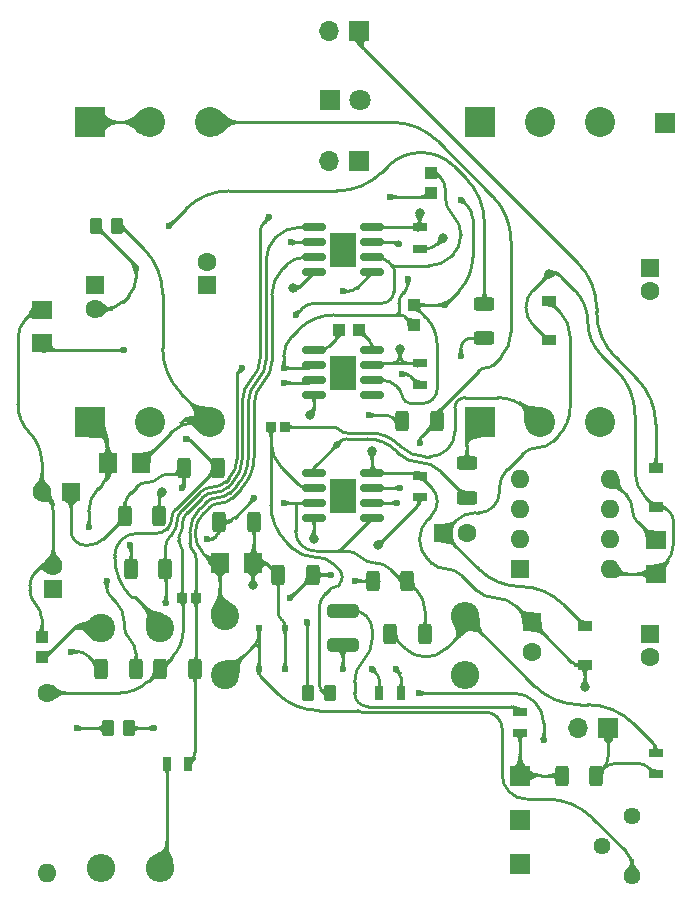
<source format=gtl>
G04 #@! TF.GenerationSoftware,KiCad,Pcbnew,(6.0.4)*
G04 #@! TF.CreationDate,2022-04-21T02:31:34-04:00*
G04 #@! TF.ProjectId,malice-striker-v2-2,6d616c69-6365-42d7-9374-72696b65722d,rev?*
G04 #@! TF.SameCoordinates,Original*
G04 #@! TF.FileFunction,Copper,L1,Top*
G04 #@! TF.FilePolarity,Positive*
%FSLAX46Y46*%
G04 Gerber Fmt 4.6, Leading zero omitted, Abs format (unit mm)*
G04 Created by KiCad (PCBNEW (6.0.4)) date 2022-04-21 02:31:34*
%MOMM*%
%LPD*%
G01*
G04 APERTURE LIST*
G04 Aperture macros list*
%AMRoundRect*
0 Rectangle with rounded corners*
0 $1 Rounding radius*
0 $2 $3 $4 $5 $6 $7 $8 $9 X,Y pos of 4 corners*
0 Add a 4 corners polygon primitive as box body*
4,1,4,$2,$3,$4,$5,$6,$7,$8,$9,$2,$3,0*
0 Add four circle primitives for the rounded corners*
1,1,$1+$1,$2,$3*
1,1,$1+$1,$4,$5*
1,1,$1+$1,$6,$7*
1,1,$1+$1,$8,$9*
0 Add four rect primitives between the rounded corners*
20,1,$1+$1,$2,$3,$4,$5,0*
20,1,$1+$1,$4,$5,$6,$7,0*
20,1,$1+$1,$6,$7,$8,$9,0*
20,1,$1+$1,$8,$9,$2,$3,0*%
G04 Aperture macros list end*
G04 #@! TA.AperFunction,ComponentPad*
%ADD10R,1.800000X1.800000*%
G04 #@! TD*
G04 #@! TA.AperFunction,ComponentPad*
%ADD11C,1.800000*%
G04 #@! TD*
G04 #@! TA.AperFunction,ComponentPad*
%ADD12R,2.540000X2.540000*%
G04 #@! TD*
G04 #@! TA.AperFunction,ComponentPad*
%ADD13C,2.540000*%
G04 #@! TD*
G04 #@! TA.AperFunction,SMDPad,CuDef*
%ADD14R,1.198880X0.797560*%
G04 #@! TD*
G04 #@! TA.AperFunction,SMDPad,CuDef*
%ADD15R,1.597660X1.798320*%
G04 #@! TD*
G04 #@! TA.AperFunction,SMDPad,CuDef*
%ADD16R,1.798320X1.597660*%
G04 #@! TD*
G04 #@! TA.AperFunction,SMDPad,CuDef*
%ADD17R,0.848360X0.899160*%
G04 #@! TD*
G04 #@! TA.AperFunction,SMDPad,CuDef*
%ADD18R,0.797560X1.198880*%
G04 #@! TD*
G04 #@! TA.AperFunction,SMDPad,CuDef*
%ADD19R,1.099820X0.998220*%
G04 #@! TD*
G04 #@! TA.AperFunction,SMDPad,CuDef*
%ADD20R,0.998220X1.099820*%
G04 #@! TD*
G04 #@! TA.AperFunction,SMDPad,CuDef*
%ADD21R,1.200000X0.900000*%
G04 #@! TD*
G04 #@! TA.AperFunction,SMDPad,CuDef*
%ADD22R,0.500000X0.500000*%
G04 #@! TD*
G04 #@! TA.AperFunction,SMDPad,CuDef*
%ADD23RoundRect,0.250000X0.312500X0.625000X-0.312500X0.625000X-0.312500X-0.625000X0.312500X-0.625000X0*%
G04 #@! TD*
G04 #@! TA.AperFunction,SMDPad,CuDef*
%ADD24RoundRect,0.250000X1.075000X-0.312500X1.075000X0.312500X-1.075000X0.312500X-1.075000X-0.312500X0*%
G04 #@! TD*
G04 #@! TA.AperFunction,SMDPad,CuDef*
%ADD25RoundRect,0.250000X-0.312500X-0.625000X0.312500X-0.625000X0.312500X0.625000X-0.312500X0.625000X0*%
G04 #@! TD*
G04 #@! TA.AperFunction,SMDPad,CuDef*
%ADD26RoundRect,0.250000X0.262500X0.450000X-0.262500X0.450000X-0.262500X-0.450000X0.262500X-0.450000X0*%
G04 #@! TD*
G04 #@! TA.AperFunction,SMDPad,CuDef*
%ADD27RoundRect,0.250000X-0.625000X0.312500X-0.625000X-0.312500X0.625000X-0.312500X0.625000X0.312500X0*%
G04 #@! TD*
G04 #@! TA.AperFunction,SMDPad,CuDef*
%ADD28RoundRect,0.250000X-0.262500X-0.450000X0.262500X-0.450000X0.262500X0.450000X-0.262500X0.450000X0*%
G04 #@! TD*
G04 #@! TA.AperFunction,SMDPad,CuDef*
%ADD29RoundRect,0.150000X-0.825000X-0.150000X0.825000X-0.150000X0.825000X0.150000X-0.825000X0.150000X0*%
G04 #@! TD*
G04 #@! TA.AperFunction,SMDPad,CuDef*
%ADD30R,2.290000X3.000000*%
G04 #@! TD*
G04 #@! TA.AperFunction,ComponentPad*
%ADD31R,1.600000X1.600000*%
G04 #@! TD*
G04 #@! TA.AperFunction,ComponentPad*
%ADD32C,1.600000*%
G04 #@! TD*
G04 #@! TA.AperFunction,ComponentPad*
%ADD33R,1.700000X1.700000*%
G04 #@! TD*
G04 #@! TA.AperFunction,ComponentPad*
%ADD34O,1.700000X1.700000*%
G04 #@! TD*
G04 #@! TA.AperFunction,ComponentPad*
%ADD35C,2.400000*%
G04 #@! TD*
G04 #@! TA.AperFunction,ComponentPad*
%ADD36O,2.400000X2.400000*%
G04 #@! TD*
G04 #@! TA.AperFunction,ComponentPad*
%ADD37O,1.600000X1.600000*%
G04 #@! TD*
G04 #@! TA.AperFunction,ComponentPad*
%ADD38C,1.440000*%
G04 #@! TD*
G04 #@! TA.AperFunction,ViaPad*
%ADD39C,0.600000*%
G04 #@! TD*
G04 #@! TA.AperFunction,ViaPad*
%ADD40C,0.800000*%
G04 #@! TD*
G04 #@! TA.AperFunction,Conductor*
%ADD41C,0.250000*%
G04 #@! TD*
G04 APERTURE END LIST*
D10*
X44930000Y-41790000D03*
D11*
X47470000Y-41790000D03*
D12*
X24620000Y-69100000D03*
D13*
X29700000Y-69100000D03*
X34780000Y-69100000D03*
D14*
X72500000Y-97100840D03*
X72500000Y-98899160D03*
D15*
X35600460Y-81000000D03*
X38399540Y-81000000D03*
D16*
X72500000Y-81899540D03*
X72500000Y-79100460D03*
D17*
X33579120Y-84000000D03*
X32420880Y-84000000D03*
D18*
X31100840Y-98000000D03*
X32899160Y-98000000D03*
D14*
X61000000Y-93600840D03*
X61000000Y-95399160D03*
D16*
X20500000Y-62399540D03*
X20500000Y-59600460D03*
D19*
X47348360Y-61250000D03*
X45651640Y-61250000D03*
D20*
X52000000Y-59151640D03*
X52000000Y-60848360D03*
D14*
X52500000Y-64100840D03*
X52500000Y-65899160D03*
D20*
X20500000Y-88946720D03*
X20500000Y-87250000D03*
D14*
X52500000Y-73600840D03*
X52500000Y-75399160D03*
D18*
X50899160Y-92000000D03*
X49100840Y-92000000D03*
D14*
X52500000Y-52600840D03*
X52500000Y-54399160D03*
D20*
X53500000Y-49696720D03*
X53500000Y-48000000D03*
D15*
X26100460Y-72500000D03*
X28899540Y-72500000D03*
D17*
X39920880Y-69500000D03*
X41079120Y-69500000D03*
D21*
X72500000Y-76300000D03*
X72500000Y-73000000D03*
X63500000Y-58850000D03*
X63500000Y-62150000D03*
X66500000Y-89650000D03*
X66500000Y-86350000D03*
D22*
X38900000Y-90000000D03*
X41100000Y-90000000D03*
X41100000Y-86500000D03*
X38900000Y-86500000D03*
D12*
X57620000Y-43700000D03*
D13*
X62700000Y-43700000D03*
X67780000Y-43700000D03*
D23*
X67462500Y-99000000D03*
X64537500Y-99000000D03*
X52962500Y-87000000D03*
X50037500Y-87000000D03*
X33462500Y-90000000D03*
X30537500Y-90000000D03*
D24*
X46000000Y-87962500D03*
X46000000Y-85037500D03*
D25*
X32537500Y-73000000D03*
X35462500Y-73000000D03*
D23*
X30962500Y-81500000D03*
X28037500Y-81500000D03*
X51462500Y-82500000D03*
X48537500Y-82500000D03*
X43462500Y-82000000D03*
X40537500Y-82000000D03*
X28462500Y-90000000D03*
X25537500Y-90000000D03*
X30462500Y-77000000D03*
X27537500Y-77000000D03*
D25*
X35537500Y-77500000D03*
X38462500Y-77500000D03*
D26*
X26912500Y-52500000D03*
X25087500Y-52500000D03*
D27*
X58000000Y-59037500D03*
X58000000Y-61962500D03*
D28*
X43087500Y-92000000D03*
X44912500Y-92000000D03*
D26*
X27912500Y-95000000D03*
X26087500Y-95000000D03*
D27*
X56500000Y-72537500D03*
X56500000Y-75462500D03*
D23*
X53962500Y-69000000D03*
X51037500Y-69000000D03*
D12*
X57620000Y-69100000D03*
D13*
X62700000Y-69100000D03*
X67780000Y-69100000D03*
D29*
X43525000Y-52595000D03*
X43525000Y-53865000D03*
X43525000Y-55135000D03*
X43525000Y-56405000D03*
X48475000Y-56405000D03*
X48475000Y-55135000D03*
X48475000Y-53865000D03*
X48475000Y-52595000D03*
D30*
X46000000Y-54500000D03*
D29*
X43525000Y-62995000D03*
X43525000Y-64265000D03*
X43525000Y-65535000D03*
X43525000Y-66805000D03*
X48475000Y-66805000D03*
X48475000Y-65535000D03*
X48475000Y-64265000D03*
X48475000Y-62995000D03*
D30*
X46000000Y-64900000D03*
D29*
X43525000Y-73395000D03*
X43525000Y-74665000D03*
X43525000Y-75935000D03*
X43525000Y-77205000D03*
X48475000Y-77205000D03*
X48475000Y-75935000D03*
X48475000Y-74665000D03*
X48475000Y-73395000D03*
D30*
X46000000Y-75300000D03*
D12*
X24620000Y-43700000D03*
D13*
X29700000Y-43700000D03*
X34780000Y-43700000D03*
D31*
X21500000Y-83250000D03*
D32*
X21500000Y-81250000D03*
D31*
X54500000Y-78500000D03*
D32*
X56500000Y-78500000D03*
D31*
X72000000Y-56000000D03*
D32*
X72000000Y-58000000D03*
D31*
X62000000Y-86000000D03*
D32*
X62000000Y-88500000D03*
D31*
X25000000Y-57500000D03*
D32*
X25000000Y-59500000D03*
D31*
X23000000Y-75000000D03*
D32*
X20500000Y-75000000D03*
D31*
X34500000Y-57500000D03*
D32*
X34500000Y-55500000D03*
D31*
X72000000Y-87000000D03*
D32*
X72000000Y-89000000D03*
D33*
X47400000Y-36000000D03*
D34*
X44860000Y-36000000D03*
D33*
X47400000Y-47000000D03*
D34*
X44860000Y-47000000D03*
D33*
X68500000Y-95000000D03*
D34*
X65960000Y-95000000D03*
D35*
X36000000Y-85500000D03*
D36*
X56320000Y-85500000D03*
D32*
X21000000Y-92000000D03*
D37*
X21000000Y-107240000D03*
D35*
X30500000Y-86500000D03*
D36*
X30500000Y-106820000D03*
D35*
X36000000Y-90500000D03*
D36*
X56320000Y-90500000D03*
D35*
X25500000Y-86500000D03*
D36*
X25500000Y-106820000D03*
D38*
X70500000Y-107500000D03*
X67960000Y-104960000D03*
X70500000Y-102420000D03*
D31*
X61000000Y-81500000D03*
D37*
X61000000Y-78960000D03*
X61000000Y-76420000D03*
X61000000Y-73880000D03*
X68620000Y-73880000D03*
X68620000Y-76420000D03*
X68620000Y-78960000D03*
X68620000Y-81500000D03*
D33*
X73250000Y-43750000D03*
X61000000Y-99000000D03*
X61000000Y-102750000D03*
X61000000Y-106500000D03*
D39*
X43000000Y-86000000D03*
X23500000Y-95000000D03*
X24500000Y-78000000D03*
X41635000Y-53865000D03*
X39750000Y-51750000D03*
X31000000Y-84400000D03*
X46000000Y-90000000D03*
X37500000Y-64500000D03*
X51500000Y-57000000D03*
X41000000Y-64500000D03*
X54648360Y-59151640D03*
X56050000Y-50250000D03*
D40*
X48475000Y-71525000D03*
X66500000Y-91500000D03*
X30700000Y-75000000D03*
X50850840Y-62850840D03*
X52500000Y-51400000D03*
D39*
X28000000Y-79500000D03*
X27500000Y-63000000D03*
X48500000Y-90000000D03*
X46000000Y-58000000D03*
X50500000Y-90000000D03*
X47000000Y-82500000D03*
X41500000Y-84000000D03*
X23000000Y-88500000D03*
X42000000Y-60000000D03*
X45000000Y-82000000D03*
X26000000Y-82500000D03*
X50750000Y-54000000D03*
X50000000Y-50000000D03*
X31250000Y-52500000D03*
X28500000Y-56000000D03*
X34500000Y-79000000D03*
X32400000Y-74659124D03*
X41000000Y-75935000D03*
X38500000Y-75500000D03*
X48250000Y-68500000D03*
X30000000Y-95000000D03*
X45500000Y-71000000D03*
X50835000Y-74665000D03*
X32750000Y-70500000D03*
X41000000Y-65750000D03*
X63000000Y-96000000D03*
X52474999Y-92025001D03*
X56000000Y-63500000D03*
X52529513Y-70874990D03*
X50565000Y-75935000D03*
D40*
X43250000Y-68500000D03*
X41750000Y-57750000D03*
X54500000Y-53500000D03*
D39*
X51000000Y-65000000D03*
D40*
X38399540Y-82899540D03*
X49000000Y-79500000D03*
X43525000Y-78975000D03*
X63500000Y-56500000D03*
D41*
X29156207Y-54406207D02*
X27369324Y-52619324D01*
X33903024Y-68223024D02*
X32343792Y-66663792D01*
X27081250Y-52500000D02*
X26912500Y-52500000D01*
X31422564Y-69976975D02*
X28899540Y-72500000D01*
X30750000Y-58253963D02*
X30750000Y-62816036D01*
X31422575Y-69976986D02*
G75*
G02*
X33539770Y-69100000I2117225J-2117214D01*
G01*
X30750010Y-58253963D02*
G75*
G03*
X29156206Y-54406208I-5441610J-37D01*
G01*
X33539770Y-69100013D02*
G75*
G03*
X33903024Y-68223024I30J513713D01*
G01*
X32343790Y-66663794D02*
G75*
G02*
X30750000Y-62816036I3847760J3847754D01*
G01*
X27081250Y-52500036D02*
G75*
G02*
X27369324Y-52619324I50J-407364D01*
G01*
X43000000Y-91850628D02*
X43000000Y-86000000D01*
X43043750Y-91956250D02*
X43087500Y-92000000D01*
X43043758Y-91956242D02*
G75*
G02*
X43000000Y-91850628I105642J105642D01*
G01*
X26100460Y-71800230D02*
X26100460Y-73199770D01*
X25300229Y-74699769D02*
X25605647Y-74394352D01*
X26100460Y-71540230D02*
X26100460Y-71800230D01*
X23500000Y-95000000D02*
X26087500Y-95000000D01*
X25421800Y-69901800D02*
X24620000Y-69100000D01*
X24500000Y-76631696D02*
X24500000Y-78000000D01*
X25605655Y-74394360D02*
G75*
G03*
X26100460Y-73199770I-1194555J1194560D01*
G01*
X26100447Y-71540230D02*
G75*
G03*
X25421800Y-69901800I-2317047J30D01*
G01*
X24499980Y-76631696D02*
G75*
G02*
X25300229Y-74699769I2732120J-4D01*
G01*
X62226207Y-91406207D02*
X56737193Y-85917193D01*
X72287570Y-96287570D02*
X70593792Y-94593792D01*
X72500000Y-96800420D02*
X72500000Y-97100840D01*
X55902806Y-87097192D02*
X54757865Y-88242134D01*
X51279634Y-88242134D02*
X50037500Y-87000000D01*
X66073963Y-93000000D02*
X66746036Y-93000000D01*
X53018750Y-88962529D02*
G75*
G02*
X51279634Y-88242134I50J2459529D01*
G01*
X56320024Y-86090000D02*
G75*
G02*
X56737193Y-85917193I244376J0D01*
G01*
X55902810Y-87097196D02*
G75*
G03*
X56320000Y-86090000I-1007210J1007196D01*
G01*
X66073963Y-93000010D02*
G75*
G02*
X62226208Y-91406206I37J5441610D01*
G01*
X72499979Y-96800420D02*
G75*
G03*
X72287570Y-96287570I-725279J20D01*
G01*
X66746036Y-92999990D02*
G75*
G02*
X70593791Y-94593793I-36J-5441610D01*
G01*
X53018750Y-88962528D02*
G75*
G03*
X54757864Y-88242133I-50J2459528D01*
G01*
X32500000Y-86649802D02*
X32500000Y-84135066D01*
X31518750Y-89018750D02*
X29556250Y-90981250D01*
X32829007Y-76743812D02*
X34089604Y-75483215D01*
X32099980Y-78854109D02*
X32099980Y-79145890D01*
X32420880Y-77729119D02*
X32420880Y-78079388D01*
X37500000Y-72160103D02*
X37500000Y-67287840D01*
X29556250Y-90981250D02*
X29537500Y-91000000D01*
X39750000Y-51750000D02*
X39375000Y-52125000D01*
X32420880Y-83944053D02*
X32420880Y-79920610D01*
X36658898Y-74190702D02*
X36269207Y-74580394D01*
X27123286Y-92000000D02*
X21000000Y-92000000D01*
X41635000Y-53865000D02*
X43525000Y-53865000D01*
X39000000Y-53030330D02*
X39000000Y-63666519D01*
X32420881Y-79920610D02*
G75*
G03*
X32260430Y-79533250I-547781J10D01*
G01*
X36658897Y-74190701D02*
G75*
G03*
X37500000Y-72160103I-2030597J2030601D01*
G01*
X31518749Y-89018749D02*
G75*
G03*
X32500000Y-86649802I-2368949J2368949D01*
G01*
X32500013Y-84135066D02*
G75*
G03*
X32460439Y-84039561I-135113J-34D01*
G01*
X34089605Y-75483216D02*
G75*
G02*
X35179406Y-75031805I1089795J-1089784D01*
G01*
X32420889Y-77729119D02*
G75*
G02*
X32829007Y-76743812I1393411J19D01*
G01*
X38249998Y-65477178D02*
G75*
G03*
X39000000Y-63666519I-1810698J1810678D01*
G01*
X32099990Y-78854109D02*
G75*
G02*
X32260430Y-78466749I547810J9D01*
G01*
X35179406Y-75031810D02*
G75*
G03*
X36269207Y-74580394I-6J1541210D01*
G01*
X39000013Y-53030330D02*
G75*
G02*
X39375000Y-52125000I1280287J30D01*
G01*
X37500011Y-67287840D02*
G75*
G02*
X38250000Y-65477180I2560589J40D01*
G01*
X32460426Y-84039574D02*
G75*
G02*
X32420880Y-83944053I95474J95474D01*
G01*
X32260423Y-79533257D02*
G75*
G02*
X32099980Y-79145890I387377J387357D01*
G01*
X27123286Y-91999994D02*
G75*
G03*
X29537500Y-91000000I14J3414194D01*
G01*
X32260429Y-78466748D02*
G75*
G03*
X32420880Y-78079388I-387329J387348D01*
G01*
X30800420Y-106519580D02*
X30500000Y-106820000D01*
X31100840Y-105794301D02*
X31100840Y-98000000D01*
X30800428Y-106519588D02*
G75*
G03*
X31100840Y-105794301I-725328J725288D01*
G01*
X45651640Y-61549180D02*
X45651640Y-61250000D01*
X44015000Y-62995000D02*
X43525000Y-62995000D01*
X45440087Y-62059912D02*
X44851482Y-62648517D01*
X45440088Y-62059913D02*
G75*
G03*
X45651640Y-61549180I-510688J510713D01*
G01*
X44015000Y-62994988D02*
G75*
G03*
X44851481Y-62648516I0J1182988D01*
G01*
X48256376Y-62158016D02*
X47348360Y-61250000D01*
X48475000Y-62685820D02*
X48475000Y-62995000D01*
X48474993Y-62685820D02*
G75*
G03*
X48256376Y-62158016I-746393J20D01*
G01*
X51500000Y-57375000D02*
X51500000Y-57000000D01*
X46000000Y-90000000D02*
X46000000Y-87962500D01*
X50950820Y-60000000D02*
X50549180Y-60000000D01*
X45267766Y-60000000D02*
X50549180Y-60000000D01*
X41000000Y-64500000D02*
X41000000Y-63500000D01*
X37275007Y-64724993D02*
X37500000Y-64500000D01*
X36340691Y-73872497D02*
X36082804Y-74130385D01*
X33903204Y-75033204D02*
X32378996Y-76557413D01*
X51293641Y-60142001D02*
X52000000Y-60848360D01*
X42249999Y-61249999D02*
X41707106Y-61792893D01*
X37049989Y-72160103D02*
X37049989Y-65056085D01*
X30962500Y-81473483D02*
X30962500Y-79841293D01*
X31000000Y-84400000D02*
X31000000Y-81564016D01*
X31562741Y-78528027D02*
X31466684Y-78624084D01*
X43123829Y-64500000D02*
X41000000Y-64500000D01*
X50750000Y-59030330D02*
X50750000Y-59799180D01*
X37275007Y-64724993D02*
X37124995Y-64875005D01*
X43407500Y-64382500D02*
X43525000Y-64265000D01*
X51124999Y-58124999D02*
X51234834Y-58015165D01*
X30962497Y-79841293D02*
G75*
G02*
X31466684Y-78624084I1721403J-7D01*
G01*
X31970882Y-77542720D02*
G75*
G02*
X32378996Y-76557413I1393418J20D01*
G01*
X50750012Y-59030330D02*
G75*
G02*
X51125000Y-58125000I1280288J30D01*
G01*
X36340690Y-73872496D02*
G75*
G03*
X37049989Y-72160103I-1712390J1712396D01*
G01*
X40999996Y-63500000D02*
G75*
G02*
X41707106Y-61792893I2414204J0D01*
G01*
X37049986Y-65056085D02*
G75*
G02*
X37124995Y-64875005I256114J-15D01*
G01*
X34993005Y-74581802D02*
G75*
G03*
X36082804Y-74130385I-5J1541202D01*
G01*
X30999993Y-81564016D02*
G75*
G03*
X30981250Y-81518750I-63993J16D01*
G01*
X33903203Y-75033203D02*
G75*
G02*
X34993005Y-74581795I1089797J-1089797D01*
G01*
X42250010Y-61250010D02*
G75*
G02*
X45267766Y-60000000I3017790J-3017790D01*
G01*
X30981245Y-81518755D02*
G75*
G02*
X30962500Y-81473483I45255J45255D01*
G01*
X43123829Y-64500012D02*
G75*
G03*
X43407500Y-64382500I-29J401212D01*
G01*
X31562738Y-78528024D02*
G75*
G03*
X31970869Y-77542720I-985338J985324D01*
G01*
X50750000Y-59799180D02*
G75*
G02*
X50549180Y-60000000I-200800J-20D01*
G01*
X50950820Y-59999980D02*
G75*
G02*
X51293641Y-60142001I-20J-484820D01*
G01*
X50950820Y-60000000D02*
G75*
G02*
X50750000Y-59799180I-20J200800D01*
G01*
X51234828Y-58015159D02*
G75*
G03*
X51500000Y-57375000I-640128J640159D01*
G01*
X57000000Y-51871751D02*
X57000000Y-55137139D01*
X53000000Y-60151640D02*
X52000000Y-59151640D01*
X48475000Y-65535000D02*
X49352641Y-65535000D01*
X56050000Y-50250000D02*
X56525000Y-50725000D01*
X54648360Y-59151640D02*
X55824180Y-57975820D01*
X52000000Y-59151640D02*
X54648360Y-59151640D01*
X50517500Y-66017500D02*
X50823223Y-66323223D01*
X54000000Y-66250000D02*
X54000000Y-62565853D01*
X51853553Y-67500000D02*
X52750000Y-67500000D01*
X51176776Y-67176776D02*
X51250000Y-67250000D01*
X51853553Y-67500019D02*
G75*
G02*
X51250000Y-67250000I47J853619D01*
G01*
X53000003Y-60151637D02*
G75*
G02*
X54000000Y-62565853I-2414223J-2414213D01*
G01*
X51176787Y-67176765D02*
G75*
G02*
X51000000Y-66750000I426713J426765D01*
G01*
X50517488Y-66017512D02*
G75*
G03*
X49352641Y-65535000I-1164888J-1164888D01*
G01*
X55824182Y-57975822D02*
G75*
G03*
X57000000Y-55137139I-2838692J2838682D01*
G01*
X54000000Y-66250000D02*
G75*
G02*
X52750000Y-67500000I-1250000J0D01*
G01*
X50999986Y-66750000D02*
G75*
G03*
X50823223Y-66323223I-603586J0D01*
G01*
X57000020Y-51871751D02*
G75*
G03*
X56525000Y-50725000I-1621820J-49D01*
G01*
X69233623Y-97962500D02*
X70901021Y-97962500D01*
X68500000Y-97228876D02*
X68500000Y-95000000D01*
X67981250Y-98481250D02*
X67462500Y-99000000D01*
X72031670Y-98430830D02*
X72500000Y-98899160D01*
X68499990Y-97228876D02*
G75*
G02*
X67981250Y-98481250I-1771090J-24D01*
G01*
X70901021Y-97962492D02*
G75*
G02*
X72031669Y-98430831I-21J-1599008D01*
G01*
X67981243Y-98481243D02*
G75*
G02*
X69233623Y-97962500I1252357J-1252357D01*
G01*
X49410000Y-73395000D02*
X52148609Y-73395000D01*
X52500000Y-51400000D02*
X52500000Y-52000420D01*
X30700000Y-75000000D02*
X30581250Y-75118750D01*
X30462500Y-76437500D02*
X30462500Y-77000000D01*
X53207106Y-77292892D02*
X53505322Y-76994677D01*
X66500000Y-90075000D02*
X66500000Y-91500000D01*
X48557080Y-64182920D02*
X48475000Y-64265000D01*
X30462500Y-75637500D02*
X30462500Y-75405437D01*
X48475000Y-71525000D02*
X48475000Y-72460000D01*
X30462500Y-75637500D02*
X30462500Y-76437500D01*
X63012500Y-87012500D02*
X65349479Y-89349479D01*
X50850840Y-63475840D02*
X50850840Y-62850840D01*
X52397080Y-73497920D02*
X52602920Y-73703760D01*
X53505322Y-74606162D02*
X52602920Y-73703760D01*
X48484969Y-52600840D02*
X51899580Y-52600840D01*
X48477920Y-52597920D02*
X48475000Y-52595000D01*
X60987499Y-84987499D02*
X63012500Y-87012500D01*
X57267892Y-83267892D02*
X56030330Y-82030330D01*
X53469669Y-80969669D02*
X53207106Y-80707106D01*
X51475840Y-64100840D02*
X50225840Y-64100840D01*
X51475840Y-64100840D02*
X52500000Y-64100840D01*
X60682105Y-84682105D02*
X60987499Y-84987499D01*
X50225840Y-64100840D02*
X48755238Y-64100840D01*
X48484969Y-52600870D02*
G75*
G02*
X48477920Y-52597920I31J9970D01*
G01*
X48557056Y-64182896D02*
G75*
G02*
X48755238Y-64100840I198144J-198204D01*
G01*
X49410000Y-73395000D02*
G75*
G02*
X48475000Y-72460000I0J935000D01*
G01*
X53207109Y-80707103D02*
G75*
G02*
X52500000Y-79000000I1707091J1707103D01*
G01*
X66075000Y-89650011D02*
G75*
G02*
X65349480Y-89349478I0J1026011D01*
G01*
X58974999Y-83974997D02*
G75*
G02*
X60682104Y-84682106I1J-2414203D01*
G01*
X51899580Y-52600800D02*
G75*
G03*
X52500000Y-52000420I20J600400D01*
G01*
X54750000Y-81499988D02*
G75*
G02*
X53469669Y-80969669I0J1810688D01*
G01*
X58974999Y-83975003D02*
G75*
G02*
X57267893Y-83267891I1J2414203D01*
G01*
X30462516Y-75405437D02*
G75*
G02*
X30581250Y-75118750I405384J37D01*
G01*
X52499995Y-79000000D02*
G75*
G02*
X53207106Y-77292892I2414205J0D01*
G01*
X51475840Y-64100760D02*
G75*
G02*
X50850840Y-63475840I-40J624960D01*
G01*
X50850840Y-63475840D02*
G75*
G02*
X50225840Y-64100840I-625040J40D01*
G01*
X66075000Y-89650000D02*
G75*
G02*
X66500000Y-90075000I0J-425000D01*
G01*
X54750000Y-81500012D02*
G75*
G02*
X56030330Y-82030330I0J-1810688D01*
G01*
X52148609Y-73394997D02*
G75*
G02*
X52397079Y-73497921I-9J-351403D01*
G01*
X53999996Y-75800420D02*
G75*
G03*
X53505322Y-74606162I-1688896J20D01*
G01*
X53505305Y-76994660D02*
G75*
G03*
X54000000Y-75800420I-1194205J1194260D01*
G01*
X38500000Y-71989427D02*
X38500000Y-67560660D01*
X41278101Y-55721898D02*
X40932500Y-56067500D01*
X42695000Y-55135000D02*
X43525000Y-55135000D01*
X40000000Y-63939339D02*
X40000000Y-58318754D01*
X34207106Y-80207106D02*
X34787705Y-80787705D01*
X35600460Y-84817942D02*
X35600460Y-81300230D01*
X34671338Y-76328660D02*
X34207106Y-76792893D01*
X37345298Y-74777123D02*
X36587433Y-75534988D01*
X35800230Y-85300230D02*
X36000000Y-85500000D01*
X41278101Y-55721898D02*
G75*
G02*
X42695000Y-55135000I1416899J-1416902D01*
G01*
X35800255Y-85300205D02*
G75*
G02*
X35600460Y-84817942I482245J482305D01*
G01*
X39249988Y-65749988D02*
G75*
G03*
X40000000Y-63939339I-1810688J1810688D01*
G01*
X34671348Y-76328670D02*
G75*
G02*
X35629386Y-75931825I958052J-958030D01*
G01*
X37345285Y-74777110D02*
G75*
G03*
X38500000Y-71989427I-2787685J2787710D01*
G01*
X33499996Y-78500000D02*
G75*
G02*
X34207106Y-76792893I2414204J0D01*
G01*
X35300230Y-80999940D02*
G75*
G02*
X35600460Y-81300230I-30J-300260D01*
G01*
X34207109Y-80207103D02*
G75*
G02*
X33500000Y-78500000I1707091J1707103D01*
G01*
X40000023Y-58318754D02*
G75*
G02*
X40932500Y-56067500I3183677J54D01*
G01*
X35629386Y-75931802D02*
G75*
G03*
X36587433Y-75534988I14J1354902D01*
G01*
X35300230Y-80999984D02*
G75*
G02*
X34787705Y-80787705I-30J724784D01*
G01*
X38499955Y-67560660D02*
G75*
G02*
X39250001Y-65750001I2560645J-40D01*
G01*
X37002098Y-74483913D02*
X36423515Y-75062496D01*
X38000000Y-72074766D02*
X38000000Y-67424250D01*
X42325261Y-52595000D02*
X43525000Y-52595000D01*
X33579120Y-85892235D02*
X33579120Y-89800917D01*
X33049989Y-78468205D02*
X33049989Y-79312248D01*
X33462500Y-90082462D02*
X33462500Y-97038318D01*
X33180830Y-97718330D02*
X32899160Y-98000000D01*
X33579120Y-80589681D02*
X33579120Y-82107765D01*
X39500000Y-63802929D02*
X39500000Y-55420261D01*
X33911382Y-76388617D02*
X34398866Y-75901133D01*
X33579120Y-82107765D02*
X33579120Y-85892235D01*
X33462479Y-90082462D02*
G75*
G02*
X33520810Y-89941690I199121J-38D01*
G01*
X38749993Y-65613583D02*
G75*
G03*
X39500000Y-63802929I-1810693J1810683D01*
G01*
X37002098Y-74483913D02*
G75*
G03*
X38000000Y-72074766I-2409158J2409153D01*
G01*
X38000018Y-67424250D02*
G75*
G02*
X38750000Y-65613590I2560582J50D01*
G01*
X33520809Y-89941689D02*
G75*
G03*
X33579120Y-89800917I-140809J140789D01*
G01*
X39499985Y-55420261D02*
G75*
G02*
X40327501Y-53422501I2825315J-39D01*
G01*
X33579121Y-80589681D02*
G75*
G03*
X33314554Y-79950965I-903321J-19D01*
G01*
X34398862Y-75901129D02*
G75*
G02*
X35411191Y-75481815I1012338J-1012371D01*
G01*
X33314572Y-79950947D02*
G75*
G02*
X33049989Y-79312248I638728J638747D01*
G01*
X35411191Y-75481816D02*
G75*
G03*
X36423515Y-75062496I9J1431616D01*
G01*
X40327511Y-53422511D02*
G75*
G02*
X42325261Y-52595000I1997789J-1997789D01*
G01*
X33050001Y-78468205D02*
G75*
G02*
X33911382Y-76388617I2940999J5D01*
G01*
X33180825Y-97718325D02*
G75*
G03*
X33462500Y-97038318I-680025J680025D01*
G01*
X48152261Y-93174979D02*
X60273009Y-93174979D01*
X48500000Y-87439339D02*
X48500000Y-86680590D01*
X46856909Y-85037500D02*
X46000000Y-85037500D01*
X60787069Y-93387909D02*
X61000000Y-93600840D01*
X47000000Y-91060660D02*
X47000000Y-92022717D01*
X48152261Y-93175001D02*
G75*
G02*
X47337489Y-92837489I39J1152301D01*
G01*
X46999955Y-91060660D02*
G75*
G02*
X47750001Y-89250001I2560645J-40D01*
G01*
X60273009Y-93174982D02*
G75*
G02*
X60787068Y-93387910I-9J-727018D01*
G01*
X48500004Y-86680590D02*
G75*
G03*
X48018750Y-85518750I-1643104J-10D01*
G01*
X47337490Y-92837488D02*
G75*
G02*
X47000000Y-92022717I814810J814788D01*
G01*
X47749988Y-89249988D02*
G75*
G03*
X48500000Y-87439339I-1810688J1810688D01*
G01*
X46856909Y-85037496D02*
G75*
G02*
X48018750Y-85518750I-9J-1643104D01*
G01*
X21525049Y-63000000D02*
X27500000Y-63000000D01*
X20800230Y-62699770D02*
X20500000Y-62399540D01*
X28018750Y-79518750D02*
X28000000Y-79500000D01*
X28037500Y-79564016D02*
X28037500Y-81500000D01*
X28037493Y-79564016D02*
G75*
G03*
X28018750Y-79518750I-63993J16D01*
G01*
X21525049Y-63000020D02*
G75*
G02*
X20800231Y-62699769I51J1025120D01*
G01*
X55542893Y-77457106D02*
X55375000Y-77625000D01*
X64249999Y-70249999D02*
X63780330Y-70719669D01*
X61219669Y-71780329D02*
X59957106Y-73042893D01*
X59250000Y-74750000D02*
X59250000Y-75042893D01*
X64617246Y-84467246D02*
X66500000Y-86350000D01*
X65250000Y-67835786D02*
X65250000Y-61837436D01*
X64375000Y-59725000D02*
X63500000Y-58850000D01*
X55375000Y-79375000D02*
X57532753Y-81532753D01*
X57542893Y-76750000D02*
X57250000Y-76750000D01*
X61219662Y-71780322D02*
G75*
G02*
X62500000Y-71250000I1280338J-1280378D01*
G01*
X62500000Y-71249987D02*
G75*
G03*
X63780330Y-70719669I0J1810687D01*
G01*
X55375001Y-79374999D02*
G75*
G02*
X55375001Y-77625001I874999J874999D01*
G01*
X57542893Y-76749997D02*
G75*
G03*
X58750000Y-76250000I7J1707097D01*
G01*
X61075000Y-82999997D02*
G75*
G02*
X57532754Y-81532752I0J5009497D01*
G01*
X59249996Y-74750000D02*
G75*
G02*
X59957106Y-73042893I2414204J0D01*
G01*
X64250004Y-70250004D02*
G75*
G03*
X65250000Y-67835786I-2414204J2414204D01*
G01*
X61075000Y-83000003D02*
G75*
G02*
X64617245Y-84467247I0J-5009497D01*
G01*
X55542896Y-77457109D02*
G75*
G02*
X57250000Y-76750000I1707104J-1707091D01*
G01*
X58750002Y-76250002D02*
G75*
G03*
X59250000Y-75042893I-1207102J1207102D01*
G01*
X65249984Y-61837436D02*
G75*
G03*
X64374999Y-59725001I-2987384J36D01*
G01*
X20910505Y-88839494D02*
X21074999Y-88674999D01*
X20500000Y-88946720D02*
X20651640Y-88946720D01*
X23249998Y-86500000D02*
X25500000Y-86500000D01*
X49100840Y-91025698D02*
X49100840Y-92000000D01*
X21074999Y-88674999D02*
X23249998Y-86500000D01*
X48500000Y-90000000D02*
X48800420Y-90300420D01*
X20910491Y-88839480D02*
G75*
G02*
X20651640Y-88946720I-258891J258880D01*
G01*
X49100829Y-91025698D02*
G75*
G03*
X48800420Y-90300420I-1025729J-2D01*
G01*
X47000000Y-82500000D02*
X49037500Y-82500000D01*
X50899160Y-90681408D02*
X50899160Y-92000000D01*
X47191126Y-57688873D02*
X48475000Y-56405000D01*
X50500000Y-90000000D02*
X50699580Y-90199580D01*
X46000000Y-58000000D02*
X46440000Y-58000000D01*
X46440000Y-57999985D02*
G75*
G03*
X47191125Y-57688872I0J1062285D01*
G01*
X50899138Y-90681408D02*
G75*
G03*
X50699579Y-90199581I-681438J8D01*
G01*
X50086255Y-55771255D02*
X49794714Y-55479714D01*
X43707106Y-59000000D02*
X49361098Y-59000000D01*
X50228745Y-55913745D02*
X50086255Y-55771255D01*
X42500000Y-59500000D02*
X42000000Y-60000000D01*
X43449241Y-82050758D02*
X41500000Y-84000000D01*
X23518750Y-88500000D02*
X23000000Y-88500000D01*
X56000000Y-53186916D02*
X56000000Y-53250000D01*
X24404311Y-88866811D02*
X25537500Y-90000000D01*
X55203749Y-55046249D02*
X55292893Y-54957106D01*
X54675000Y-49988083D02*
X54675000Y-49323007D01*
X48962500Y-55135000D02*
X48475000Y-55135000D01*
X45000000Y-82000000D02*
X43481250Y-82000000D01*
X50258255Y-55842500D02*
X53281432Y-55842500D01*
X54287500Y-48387500D02*
X54041421Y-48141421D01*
X50299990Y-56085745D02*
X50299990Y-58061108D01*
X53700000Y-48000000D02*
X53500000Y-48000000D01*
X53281432Y-55842512D02*
G75*
G03*
X55203749Y-55046249I-32J2718612D01*
G01*
X48962500Y-55134992D02*
G75*
G02*
X49794714Y-55479714I0J-1176908D01*
G01*
X55337495Y-51587505D02*
G75*
G02*
X54675000Y-49988083I1599405J1599405D01*
G01*
X49361098Y-58999996D02*
G75*
G03*
X50024995Y-58725005I2J938896D01*
G01*
X54674996Y-49323007D02*
G75*
G03*
X54287499Y-48387501I-1322996J7D01*
G01*
X50258255Y-55842544D02*
G75*
G02*
X50086256Y-55771254I45J243244D01*
G01*
X43462500Y-82018750D02*
G75*
G02*
X43481250Y-82000000I18700J50D01*
G01*
X50228809Y-55913681D02*
G75*
G02*
X50258255Y-55842500I29491J29481D01*
G01*
X55292891Y-54957104D02*
G75*
G03*
X56000000Y-53250000I-1707091J1707104D01*
G01*
X42499998Y-59499998D02*
G75*
G02*
X43707106Y-59000000I1207102J-1207102D01*
G01*
X50024990Y-58725000D02*
G75*
G03*
X50299990Y-58061108I-663890J663900D01*
G01*
X23518750Y-88500044D02*
G75*
G02*
X24404310Y-88866812I50J-1252356D01*
G01*
X55999993Y-53186916D02*
G75*
G03*
X55337500Y-51587500I-2261893J16D01*
G01*
X53700000Y-47999988D02*
G75*
G02*
X54041421Y-48141421I0J-482812D01*
G01*
X43449223Y-82050740D02*
G75*
G03*
X43462500Y-82018750I-32023J32040D01*
G01*
X50299944Y-56085745D02*
G75*
G03*
X50228744Y-55913746I-243244J45D01*
G01*
X26353553Y-83853553D02*
X26792893Y-84292893D01*
X53348360Y-49848360D02*
X53500000Y-49696720D01*
X26000000Y-83000000D02*
X26000000Y-82500000D01*
X27500000Y-86000000D02*
X27500000Y-86319409D01*
X50682500Y-53932500D02*
X50750000Y-54000000D01*
X50519540Y-53865000D02*
X48475000Y-53865000D01*
X28462500Y-88643090D02*
X28462500Y-90000000D01*
X52982268Y-50000000D02*
X50000000Y-50000000D01*
X50519540Y-53864984D02*
G75*
G02*
X50682499Y-53932501I-40J-230516D01*
G01*
X27500003Y-86000000D02*
G75*
G03*
X26792892Y-84292894I-2414203J0D01*
G01*
X27981253Y-87481247D02*
G75*
G02*
X27500000Y-86319409I1161847J1161847D01*
G01*
X52982268Y-49999987D02*
G75*
G03*
X53348360Y-49848360I32J517687D01*
G01*
X28462504Y-88643090D02*
G75*
G03*
X27981250Y-87481250I-1643104J-10D01*
G01*
X26353554Y-83853552D02*
G75*
G02*
X26000000Y-83000000I853546J853552D01*
G01*
X28500000Y-56000000D02*
X28500000Y-55956250D01*
X56406207Y-48406207D02*
X55399048Y-47399048D01*
X28500000Y-56000000D02*
X28500000Y-56875000D01*
X27881281Y-58368718D02*
X27368718Y-58881281D01*
X32750000Y-51000000D02*
X31250000Y-52500000D01*
X49850951Y-47399048D02*
X49343792Y-47906207D01*
X25875000Y-59500000D02*
X25000000Y-59500000D01*
X58000000Y-52253963D02*
X58000000Y-59037500D01*
X36371320Y-49500000D02*
X45496036Y-49500000D01*
X28469064Y-55881564D02*
X25087500Y-52500000D01*
X28500041Y-55956250D02*
G75*
G03*
X28469063Y-55881565I-105641J-50D01*
G01*
X45496036Y-49500010D02*
G75*
G03*
X49343792Y-47906207I-36J5441610D01*
G01*
X52625000Y-46250001D02*
G75*
G02*
X55399048Y-47399048I0J-3923099D01*
G01*
X32749994Y-50999994D02*
G75*
G02*
X36371320Y-49500000I3621306J-3621306D01*
G01*
X25875000Y-59500010D02*
G75*
G03*
X27368718Y-58881281I0J2112410D01*
G01*
X58000010Y-52253963D02*
G75*
G03*
X56406206Y-48406208I-5441610J-37D01*
G01*
X49850951Y-47399048D02*
G75*
G02*
X52625000Y-46250000I2774049J-2774052D01*
G01*
X27881274Y-58368711D02*
G75*
G03*
X28500000Y-56875000I-1493674J1493711D01*
G01*
X48750000Y-81000000D02*
X48707106Y-81000000D01*
X27480047Y-77219952D02*
X25730330Y-78969669D01*
X45743639Y-79936360D02*
X48475000Y-77205000D01*
X45410000Y-80000000D02*
X45590000Y-80000000D01*
X32537500Y-74424396D02*
X32537500Y-73353553D01*
X50030330Y-81530330D02*
X50836481Y-82336481D01*
X52962500Y-85060660D02*
X52962500Y-87000000D01*
X32468750Y-74590374D02*
X32400000Y-74659124D01*
X42000000Y-76045961D02*
X42000000Y-78292893D01*
X46292893Y-80000000D02*
X45590000Y-80000000D01*
X29558372Y-74168750D02*
X29481250Y-74168750D01*
X24194974Y-79500000D02*
X24450000Y-79500000D01*
X34500000Y-79000000D02*
X34750000Y-79000000D01*
X36840295Y-77159704D02*
X38500000Y-75500000D01*
X41000000Y-75935000D02*
X43525000Y-75935000D01*
X35268749Y-78731249D02*
X35176776Y-78823223D01*
X23000000Y-78305025D02*
X23000000Y-75000000D01*
X35537500Y-78082430D02*
X35537500Y-77981250D01*
X28542341Y-74557658D02*
X28045732Y-75054267D01*
X43707106Y-80000000D02*
X45410000Y-80000000D01*
X27537500Y-76918750D02*
X27537500Y-77081250D01*
X52212500Y-83250000D02*
X51626018Y-82663518D01*
X45590000Y-80000000D02*
X45410000Y-80000000D01*
X31172877Y-73500000D02*
X31683946Y-73500000D01*
X27537500Y-76281250D02*
X27537500Y-76918750D01*
X42032511Y-75967511D02*
G75*
G02*
X42110961Y-75935000I78489J-78489D01*
G01*
X42499998Y-79500002D02*
G75*
G02*
X42000000Y-78292893I1207102J1207102D01*
G01*
X51231250Y-82500031D02*
G75*
G02*
X50836481Y-82336481I50J558331D01*
G01*
X23350007Y-79149993D02*
G75*
G02*
X23000000Y-78305025I844993J844993D01*
G01*
X34750000Y-78999985D02*
G75*
G03*
X35176776Y-78823223I0J603585D01*
G01*
X29558372Y-74168723D02*
G75*
G03*
X30365624Y-73834374I28J1141623D01*
G01*
X52962516Y-85060660D02*
G75*
G03*
X52212500Y-83250000I-2560716J-40D01*
G01*
X43707106Y-79999997D02*
G75*
G02*
X42500000Y-79500000I-6J1707097D01*
G01*
X45590000Y-79999993D02*
G75*
G03*
X45743639Y-79936360I0J217293D01*
G01*
X35537500Y-77981250D02*
G75*
G02*
X36018750Y-77500000I481200J50D01*
G01*
X36018750Y-77500017D02*
G75*
G03*
X36840295Y-77159704I-50J1161917D01*
G01*
X35268741Y-78731241D02*
G75*
G03*
X35537500Y-78082430I-648841J648841D01*
G01*
X32468746Y-74590370D02*
G75*
G03*
X32537500Y-74424396I-165946J165970D01*
G01*
X24450000Y-79499987D02*
G75*
G03*
X25730330Y-78969669I0J1810687D01*
G01*
X48750000Y-81000012D02*
G75*
G02*
X50030330Y-81530330I0J-1810688D01*
G01*
X51231250Y-82500040D02*
G75*
G02*
X51626017Y-82663519I50J-558260D01*
G01*
X32287580Y-73250080D02*
G75*
G02*
X32537500Y-73353553I103520J-103520D01*
G01*
X45590000Y-80000000D02*
G75*
G02*
X45590000Y-80000000I0J0D01*
G01*
X28542310Y-74557627D02*
G75*
G02*
X29481250Y-74168750I938890J-938973D01*
G01*
X46292893Y-80000003D02*
G75*
G02*
X47500000Y-80500000I7J-1707097D01*
G01*
X24194974Y-79500010D02*
G75*
G02*
X23350000Y-79150000I26J1195010D01*
G01*
X27537530Y-76281250D02*
G75*
G02*
X28045732Y-75054267I1735170J50D01*
G01*
X30365642Y-73834392D02*
G75*
G02*
X31172877Y-73500000I807258J-807208D01*
G01*
X48707106Y-80999997D02*
G75*
G02*
X47500000Y-80500000I-6J1707097D01*
G01*
X31683946Y-73500019D02*
G75*
G03*
X32287500Y-73250000I-46J853619D01*
G01*
X27480032Y-77219937D02*
G75*
G03*
X27537500Y-77081250I-138732J138737D01*
G01*
X56353553Y-67000000D02*
X59115075Y-67000000D01*
X61650000Y-68050000D02*
X62700000Y-69100000D01*
X55500000Y-69866116D02*
X55500000Y-67853553D01*
X45146446Y-69500000D02*
X41079120Y-69500000D01*
X46353553Y-70000000D02*
X48335786Y-70000000D01*
X53366116Y-72000000D02*
X53000000Y-72000000D01*
X50750000Y-71000000D02*
X50866116Y-71116116D01*
X55500023Y-67853553D02*
G75*
G02*
X55750001Y-67250001I853477J53D01*
G01*
X53366116Y-72000006D02*
G75*
G03*
X54874999Y-71374999I-16J2133906D01*
G01*
X53000000Y-71999990D02*
G75*
G02*
X50866116Y-71116116I0J3017790D01*
G01*
X54874995Y-71374995D02*
G75*
G03*
X55500000Y-69866116I-1508895J1508895D01*
G01*
X48335786Y-70000006D02*
G75*
G02*
X50750000Y-71000000I14J-3414194D01*
G01*
X46353553Y-70000019D02*
G75*
G02*
X45750000Y-69750000I47J853619D01*
G01*
X45146446Y-69500023D02*
G75*
G02*
X45749999Y-69750001I54J-853477D01*
G01*
X59115075Y-67000011D02*
G75*
G02*
X61649999Y-68050001I25J-3584889D01*
G01*
X55749984Y-67249984D02*
G75*
G02*
X56353553Y-67000000I603516J-603516D01*
G01*
X45950011Y-82183554D02*
X45950011Y-82181794D01*
X43037500Y-74665000D02*
X43525000Y-74665000D01*
X44000000Y-84891744D02*
X44000000Y-91317157D01*
X44200000Y-91800000D02*
X44218803Y-91818803D01*
X39920880Y-73303820D02*
X39920880Y-70767940D01*
X39920880Y-73303820D02*
X39920880Y-76097166D01*
X45293211Y-81156800D02*
X45689658Y-81553247D01*
X43568205Y-80500000D02*
X43707555Y-80500000D01*
X44534102Y-83602307D02*
X44939656Y-83196753D01*
X40817448Y-72932448D02*
X42205285Y-74320285D01*
X45690902Y-82809096D02*
X45560343Y-82939656D01*
X39920880Y-70767940D02*
X39920880Y-69500000D01*
X41210440Y-79210440D02*
X41744664Y-79744664D01*
X44656250Y-92000000D02*
X44912500Y-92000000D01*
X43037500Y-74665008D02*
G75*
G02*
X42205285Y-74320285I0J1176908D01*
G01*
X44939656Y-83196753D02*
G75*
G02*
X45250000Y-83068205I310344J-310347D01*
G01*
X43707555Y-80500045D02*
G75*
G02*
X45293211Y-81156800I45J-2242455D01*
G01*
X44000020Y-84891744D02*
G75*
G02*
X44534102Y-83602307I1823480J44D01*
G01*
X45690917Y-82809111D02*
G75*
G03*
X45950011Y-82183554I-625517J625511D01*
G01*
X40817450Y-72932446D02*
G75*
G02*
X39920880Y-70767940I2164500J2164506D01*
G01*
X45950011Y-82181794D02*
G75*
G03*
X45689657Y-81553248I-888911J-6D01*
G01*
X45250000Y-83068200D02*
G75*
G03*
X45560343Y-82939656I0J438900D01*
G01*
X44656250Y-92000047D02*
G75*
G02*
X44218804Y-91818802I50J618647D01*
G01*
X43568205Y-80499989D02*
G75*
G02*
X41744664Y-79744664I-5J2578889D01*
G01*
X44199987Y-91800013D02*
G75*
G02*
X44000000Y-91317157I482813J482813D01*
G01*
X41210439Y-79210441D02*
G75*
G02*
X39920880Y-76097166I3113271J3113271D01*
G01*
X50250000Y-68750000D02*
X50309965Y-68809965D01*
X50768750Y-69000000D02*
X51037500Y-69000000D01*
X48250000Y-68500000D02*
X49646446Y-68500000D01*
X49646446Y-68500023D02*
G75*
G02*
X50249999Y-68750001I54J-853477D01*
G01*
X50768750Y-69000041D02*
G75*
G02*
X50309965Y-68809965I50J648841D01*
G01*
X45500000Y-71000000D02*
X45750000Y-70750000D01*
X30000000Y-95000000D02*
X27912500Y-95000000D01*
X48099044Y-70500000D02*
X46353553Y-70500000D01*
X43525000Y-73185000D02*
X43525000Y-73395000D01*
X50490625Y-71490625D02*
X50760884Y-71760884D01*
X54239115Y-73201615D02*
X56500000Y-75462500D01*
X45500000Y-71000000D02*
X43673492Y-72826507D01*
X43525004Y-73185000D02*
G75*
G02*
X43673492Y-72826507I506996J0D01*
G01*
X45749984Y-70749984D02*
G75*
G02*
X46353553Y-70500000I603516J-603516D01*
G01*
X52500000Y-72481242D02*
G75*
G02*
X54239114Y-73201616I0J-2459458D01*
G01*
X48099044Y-70499967D02*
G75*
G02*
X50490625Y-71490625I-44J-3382233D01*
G01*
X52500000Y-72481258D02*
G75*
G02*
X50760885Y-71760883I0J2459458D01*
G01*
X50835000Y-74665000D02*
X48475000Y-74665000D01*
X24620000Y-43700000D02*
X29700000Y-43700000D01*
X67500000Y-59746036D02*
X67500000Y-59453963D01*
X72500000Y-69253963D02*
X72500000Y-73000000D01*
X47400000Y-36550000D02*
X47400000Y-36000000D01*
X47788908Y-37488908D02*
X65906207Y-55606207D01*
X70906207Y-65406207D02*
X69093792Y-63593792D01*
X72500010Y-69253963D02*
G75*
G03*
X70906206Y-65406208I-5441610J-37D01*
G01*
X47788912Y-37488904D02*
G75*
G02*
X47400000Y-36550000I938888J938904D01*
G01*
X67500010Y-59453963D02*
G75*
G03*
X65906206Y-55606208I-5441610J-37D01*
G01*
X69093790Y-63593794D02*
G75*
G02*
X67500000Y-59746036I3847760J3847754D01*
G01*
X38900000Y-89750000D02*
X38900000Y-88150000D01*
X69953193Y-105406591D02*
X67140394Y-102593792D01*
X44021320Y-93500000D02*
X47275207Y-93500000D01*
X38900000Y-89750000D02*
X38900000Y-90250000D01*
X59500000Y-98925868D02*
X59500000Y-95066925D01*
X47576960Y-93624990D02*
X58058064Y-93624990D01*
X61574131Y-101000000D02*
X63292638Y-101000000D01*
X40400000Y-92000000D02*
X39076776Y-90676776D01*
X38900000Y-87050000D02*
X38900000Y-88150000D01*
X38511091Y-87988908D02*
X36000000Y-90500000D01*
X70500000Y-106726699D02*
X70500000Y-107500000D01*
X38900000Y-87050000D02*
X38900000Y-86500000D01*
X61574131Y-100999987D02*
G75*
G02*
X60107499Y-100392501I-31J2074087D01*
G01*
X60107490Y-100392510D02*
G75*
G02*
X59500000Y-98925868I1466610J1466610D01*
G01*
X39076787Y-90676765D02*
G75*
G02*
X38900000Y-90250000I426713J426765D01*
G01*
X70500004Y-106726699D02*
G75*
G03*
X69953192Y-105406592I-1866904J-1D01*
G01*
X44021320Y-93499991D02*
G75*
G02*
X40400000Y-92000000I-20J5121291D01*
G01*
X38511113Y-87988930D02*
G75*
G02*
X38900000Y-88150000I161087J-161070D01*
G01*
X63292638Y-100999988D02*
G75*
G02*
X67140394Y-102593792I-38J-5441612D01*
G01*
X38900004Y-87050000D02*
G75*
G02*
X38511091Y-87988908I-1327804J0D01*
G01*
X58058064Y-93625008D02*
G75*
G02*
X59077667Y-94047323I36J-1441892D01*
G01*
X47275207Y-93500003D02*
G75*
G02*
X47426084Y-93562495I-7J-213397D01*
G01*
X59499992Y-95066925D02*
G75*
G03*
X59077667Y-94047323I-1441892J25D01*
G01*
X47576960Y-93625012D02*
G75*
G02*
X47426084Y-93562495I40J213412D01*
G01*
X30500000Y-86250000D02*
X30500000Y-86500000D01*
X28414213Y-83914213D02*
X28114213Y-83914213D01*
X41000000Y-65750000D02*
X43157972Y-65750000D01*
X43417500Y-65642500D02*
X43525000Y-65535000D01*
X31848665Y-76451334D02*
X35242547Y-73057452D01*
X35405047Y-72942547D02*
X33037630Y-70575130D01*
X26700000Y-80500000D02*
X26700000Y-80363589D01*
X30500000Y-86000000D02*
X28414213Y-83914213D01*
X30500000Y-86500000D02*
X30500000Y-86000000D01*
X31124018Y-78103160D02*
X31193050Y-78034128D01*
X32856250Y-70500000D02*
X32750000Y-70500000D01*
X28563589Y-78500000D02*
X30165963Y-78500000D01*
X32856250Y-70500033D02*
G75*
G02*
X33037630Y-70575130I50J-256467D01*
G01*
X31520863Y-77242731D02*
G75*
G02*
X31193049Y-78034127I-1119263J31D01*
G01*
X30499986Y-86250000D02*
G75*
G03*
X30323223Y-85823223I-603586J0D01*
G01*
X28563589Y-78500000D02*
G75*
G03*
X26700000Y-80363589I11J-1863600D01*
G01*
X31124038Y-78103180D02*
G75*
G02*
X30165963Y-78500000I-958038J958080D01*
G01*
X31848642Y-76451311D02*
G75*
G03*
X31520858Y-77242731I791458J-791389D01*
G01*
X43157972Y-65749988D02*
G75*
G03*
X43417500Y-65642500I28J366988D01*
G01*
X35381250Y-73000048D02*
G75*
G03*
X35242547Y-73057452I-50J-196152D01*
G01*
X26699993Y-80500000D02*
G75*
G03*
X28114214Y-83914212I4828407J0D01*
G01*
X35405077Y-72942518D02*
G75*
G02*
X35381250Y-73000000I-23877J-23782D01*
G01*
X60482019Y-92025001D02*
X52474999Y-92025001D01*
X63000000Y-94542981D02*
X63000000Y-96000000D01*
X60482019Y-92024993D02*
G75*
G02*
X62262500Y-92762500I-19J-2518007D01*
G01*
X63000007Y-94542981D02*
G75*
G03*
X62262500Y-92762500I-2518007J-19D01*
G01*
X56000000Y-62880069D02*
X56000000Y-63500000D01*
X56917569Y-61962500D02*
X58000000Y-61962500D01*
X55999988Y-62880069D02*
G75*
G02*
X56268750Y-62231250I917612J-31D01*
G01*
X56268759Y-62231259D02*
G75*
G02*
X56917569Y-61962500I648841J-648841D01*
G01*
X56500000Y-71011959D02*
X56500000Y-72537500D01*
X57060000Y-69660000D02*
X57620000Y-69100000D01*
X56499984Y-71011959D02*
G75*
G02*
X57060001Y-69660001I1912016J-41D01*
G01*
X50565000Y-75935000D02*
X48475000Y-75935000D01*
X53710593Y-69251906D02*
X52685784Y-70276715D01*
X57516843Y-64733156D02*
X54214406Y-68035593D01*
X52529513Y-70653988D02*
X52529513Y-70874990D01*
X58656207Y-49906207D02*
X54043792Y-45293792D01*
X59365624Y-63596874D02*
X58733156Y-64229343D01*
X60250000Y-61461804D02*
X60250000Y-53753963D01*
X50196036Y-43700000D02*
X34780000Y-43700000D01*
X58125000Y-64481253D02*
G75*
G03*
X58733156Y-64229343I0J860053D01*
G01*
X53962546Y-68643750D02*
G75*
G02*
X54214406Y-68035593I860054J50D01*
G01*
X60250010Y-53753963D02*
G75*
G03*
X58656206Y-49906208I-5441610J-37D01*
G01*
X52529517Y-70653988D02*
G75*
G02*
X52685784Y-70276715I533583J-12D01*
G01*
X57516846Y-64733159D02*
G75*
G02*
X58125000Y-64481250I608154J-608141D01*
G01*
X53710576Y-69251889D02*
G75*
G03*
X53962500Y-68643750I-608176J608189D01*
G01*
X59365613Y-63596863D02*
G75*
G03*
X60250000Y-61461804I-2135013J2135063D01*
G01*
X50196036Y-43699990D02*
G75*
G02*
X54043791Y-45293793I-36J-5441610D01*
G01*
X52500000Y-75699580D02*
X52500000Y-75399160D01*
X43525000Y-78975000D02*
X43525000Y-77205000D01*
X52199580Y-65699580D02*
X52363507Y-65863507D01*
X20199770Y-59600460D02*
X20500000Y-59600460D01*
X51000000Y-65000000D02*
X51250000Y-65000000D01*
X53050420Y-54399160D02*
X52500000Y-54399160D01*
X51800420Y-65300420D02*
X51676776Y-65176776D01*
X40958578Y-85958578D02*
X40818750Y-85818750D01*
X70026075Y-75286075D02*
X68620000Y-73880000D01*
X20146446Y-81603553D02*
X20000000Y-81750000D01*
X38444059Y-81000000D02*
X38968520Y-81000000D01*
X20500000Y-72414213D02*
X20500000Y-74292893D01*
X21500000Y-80750000D02*
X21500000Y-76707106D01*
X38399540Y-81044519D02*
X38399540Y-82899540D01*
X18500000Y-61989624D02*
X18500000Y-67585786D01*
X19687245Y-59812754D02*
X19199770Y-60300230D01*
X41100000Y-86300000D02*
X41100000Y-86700000D01*
X42332027Y-57597972D02*
X43525000Y-56405000D01*
X38462500Y-80892520D02*
X38462500Y-77500000D01*
X39939829Y-81402329D02*
X40037500Y-81500000D01*
X52287570Y-76212429D02*
X49000000Y-79500000D01*
X41100000Y-86700000D02*
X41100000Y-90000000D01*
X54500000Y-53500000D02*
X53990045Y-54009954D01*
X51800420Y-65300420D02*
X52199580Y-65699580D01*
X19500000Y-82957106D02*
X19500000Y-83292893D01*
X43525000Y-68030545D02*
X43525000Y-66805000D01*
X43250000Y-68500000D02*
X43387500Y-68362500D01*
X41965000Y-57750000D02*
X41750000Y-57750000D01*
X61000000Y-97231250D02*
X61000000Y-95399160D01*
X20500000Y-85707106D02*
X20500000Y-87250000D01*
X52449580Y-65899160D02*
X52500000Y-65899160D01*
X62768750Y-99000000D02*
X64537500Y-99000000D01*
X70973924Y-77574384D02*
X72500000Y-79100460D01*
X40537500Y-85139752D02*
X40537500Y-82707106D01*
X41100012Y-86300000D02*
G75*
G03*
X40958578Y-85958578I-482812J0D01*
G01*
X19687256Y-59812765D02*
G75*
G02*
X20199770Y-59600460I512544J-512535D01*
G01*
X52287585Y-76212444D02*
G75*
G03*
X52500000Y-75699580I-512885J512844D01*
G01*
X51250000Y-64999985D02*
G75*
G02*
X51676776Y-65176776I0J-603515D01*
G01*
X53050420Y-54399165D02*
G75*
G03*
X53990045Y-54009954I-20J1328865D01*
G01*
X21499997Y-76707106D02*
G75*
G03*
X21000000Y-75500000I-1707097J6D01*
G01*
X20499997Y-85707106D02*
G75*
G03*
X20000000Y-84500000I-1707097J6D01*
G01*
X41965000Y-57749986D02*
G75*
G03*
X42332027Y-57597972I0J519086D01*
G01*
X70499972Y-76430230D02*
G75*
G03*
X70026075Y-75286075I-1618072J30D01*
G01*
X38444059Y-81000097D02*
G75*
G02*
X38431021Y-80968521I41J18497D01*
G01*
X19499996Y-70000004D02*
G75*
G02*
X18500000Y-67585786I2414204J2414204D01*
G01*
X18500028Y-61989624D02*
G75*
G02*
X19199770Y-60300230I2389172J24D01*
G01*
X38399600Y-81044519D02*
G75*
G02*
X38444059Y-81000000I44500J19D01*
G01*
X19999998Y-84500002D02*
G75*
G02*
X19500000Y-83292893I1207102J1207102D01*
G01*
X38431014Y-80968514D02*
G75*
G03*
X38399540Y-81044519I75986J-75986D01*
G01*
X38431014Y-80968514D02*
G75*
G03*
X38462500Y-80892520I-76014J76014D01*
G01*
X21000000Y-81250000D02*
G75*
G03*
X21500000Y-80750000I0J500000D01*
G01*
X40818736Y-85818764D02*
G75*
G02*
X40537500Y-85139752I678964J678964D01*
G01*
X70973935Y-77574373D02*
G75*
G02*
X70500000Y-76430230I1144165J1144173D01*
G01*
X20999998Y-75500002D02*
G75*
G02*
X20500000Y-74292893I1207102J1207102D01*
G01*
X38968520Y-80999975D02*
G75*
G02*
X39939829Y-81402329I-20J-1373625D01*
G01*
X20499994Y-72414213D02*
G75*
G03*
X19500000Y-70000000I-3414194J13D01*
G01*
X62768750Y-99000000D02*
G75*
G02*
X61000000Y-97231250I0J1768750D01*
G01*
X52449580Y-65899163D02*
G75*
G02*
X52363508Y-65863506I20J121763D01*
G01*
X43387487Y-68362487D02*
G75*
G03*
X43525000Y-68030545I-331987J331987D01*
G01*
X40537497Y-82707106D02*
G75*
G03*
X40037500Y-81500000I-1707097J6D01*
G01*
X19500003Y-82957106D02*
G75*
G02*
X20000000Y-81750000I1707097J6D01*
G01*
X20146448Y-81603555D02*
G75*
G02*
X21000000Y-81250000I853552J-853545D01*
G01*
X65600951Y-57850951D02*
X64515165Y-56765165D01*
X72217157Y-76017157D02*
X71625000Y-75425000D01*
X62118718Y-60868718D02*
X63364644Y-62114644D01*
X70750000Y-73312563D02*
X70750000Y-68503963D01*
X68819770Y-81699770D02*
X68620000Y-81500000D01*
X63450000Y-62150000D02*
X63500000Y-62150000D01*
X69302057Y-81899540D02*
X71439339Y-81899540D01*
X74000000Y-79338879D02*
X74000000Y-77494974D01*
X73650000Y-76650000D02*
X73582842Y-76582842D01*
X63124999Y-56874999D02*
X62118718Y-57881281D01*
X63875000Y-56500000D02*
X63500000Y-56500000D01*
X63375000Y-56625000D02*
X63500000Y-56500000D01*
X67899048Y-63399048D02*
X69156207Y-64656207D01*
X63375000Y-56625000D02*
X63124999Y-56874999D01*
X74000010Y-77494974D02*
G75*
G03*
X73650000Y-76650000I-1195010J-26D01*
G01*
X62118726Y-60868710D02*
G75*
G02*
X61500000Y-59375000I1493674J1493710D01*
G01*
X71624989Y-75425011D02*
G75*
G02*
X70750000Y-73312563I2112411J2112411D01*
G01*
X72900000Y-76300005D02*
G75*
G02*
X73582841Y-76582843I0J-965695D01*
G01*
X67899047Y-63399049D02*
G75*
G02*
X66750000Y-60625000I2774053J2774049D01*
G01*
X63875000Y-56499992D02*
G75*
G02*
X64515164Y-56765166I0J-905308D01*
G01*
X66749999Y-60625000D02*
G75*
G03*
X65600951Y-57850951I-3923099J0D01*
G01*
X73250018Y-81149558D02*
G75*
G03*
X74000000Y-79338879I-1810718J1810658D01*
G01*
X71439339Y-81899574D02*
G75*
G03*
X73250000Y-81149540I-39J2560674D01*
G01*
X63450000Y-62150003D02*
G75*
G02*
X63364644Y-62114644I0J120703D01*
G01*
X70750010Y-68503963D02*
G75*
G03*
X69156206Y-64656208I-5441610J-37D01*
G01*
X61499989Y-59375000D02*
G75*
G02*
X62118718Y-57881281I2112411J0D01*
G01*
X69302057Y-81899575D02*
G75*
G02*
X68819770Y-81699770I43J682075D01*
G01*
X72900000Y-76299995D02*
G75*
G02*
X72217158Y-76017156I0J965695D01*
G01*
G04 #@! TA.AperFunction,Conductor*
G36*
X24658754Y-85655738D02*
G01*
X25344947Y-86057700D01*
X26086662Y-86492187D01*
X26092068Y-86499325D01*
X26090843Y-86508196D01*
X26088859Y-86510714D01*
X24983461Y-87573722D01*
X24975123Y-87576987D01*
X24969220Y-87575254D01*
X24757496Y-87444967D01*
X24755986Y-87443861D01*
X24561993Y-87276412D01*
X24561161Y-87275619D01*
X24386057Y-87091089D01*
X24385765Y-87090768D01*
X24224161Y-86905426D01*
X24070721Y-86735777D01*
X23919993Y-86598244D01*
X23766384Y-86509087D01*
X23765294Y-86508922D01*
X23605636Y-86484765D01*
X23605634Y-86484765D01*
X23604298Y-86484563D01*
X23603011Y-86484975D01*
X23603009Y-86484975D01*
X23429136Y-86540614D01*
X23429135Y-86540615D01*
X23428143Y-86540932D01*
X23240482Y-86688057D01*
X23231858Y-86690464D01*
X23224991Y-86687122D01*
X23064316Y-86526447D01*
X23060889Y-86518174D01*
X23064812Y-86509433D01*
X23122834Y-86457808D01*
X23240268Y-86353323D01*
X23241465Y-86352390D01*
X23412641Y-86236261D01*
X23414008Y-86235463D01*
X23574990Y-86155548D01*
X23576230Y-86155020D01*
X23730014Y-86099823D01*
X23730789Y-86099576D01*
X23804459Y-86078953D01*
X23880349Y-86057710D01*
X23880459Y-86057680D01*
X23955641Y-86037421D01*
X24028217Y-86017864D01*
X24176572Y-85968751D01*
X24176859Y-85968619D01*
X24327749Y-85899104D01*
X24327755Y-85899101D01*
X24328119Y-85898933D01*
X24328463Y-85898710D01*
X24328467Y-85898708D01*
X24485171Y-85797214D01*
X24485172Y-85797213D01*
X24485529Y-85796982D01*
X24645126Y-85657036D01*
X24653607Y-85654158D01*
X24658754Y-85655738D01*
G37*
G04 #@! TD.AperFunction*
G04 #@! TA.AperFunction,Conductor*
G36*
X46138167Y-57733730D02*
G01*
X46180611Y-57755119D01*
X46180857Y-57755246D01*
X46224361Y-57778474D01*
X46263637Y-57799671D01*
X46300639Y-57818608D01*
X46337421Y-57835111D01*
X46337616Y-57835181D01*
X46337623Y-57835184D01*
X46375798Y-57848918D01*
X46375806Y-57848921D01*
X46376041Y-57849005D01*
X46376280Y-57849068D01*
X46376285Y-57849069D01*
X46418299Y-57860050D01*
X46418307Y-57860052D01*
X46418553Y-57860116D01*
X46418812Y-57860160D01*
X46418814Y-57860160D01*
X46466793Y-57868231D01*
X46467013Y-57868268D01*
X46467235Y-57868288D01*
X46467237Y-57868288D01*
X46475925Y-57869060D01*
X46523477Y-57873288D01*
X46523660Y-57873293D01*
X46523665Y-57873293D01*
X46578601Y-57874707D01*
X46586783Y-57878345D01*
X46590000Y-57886403D01*
X46590000Y-58113597D01*
X46586573Y-58121870D01*
X46578601Y-58125293D01*
X46523665Y-58126706D01*
X46523660Y-58126706D01*
X46523477Y-58126711D01*
X46475925Y-58130939D01*
X46467237Y-58131711D01*
X46467235Y-58131711D01*
X46467013Y-58131731D01*
X46466793Y-58131768D01*
X46418814Y-58139839D01*
X46418812Y-58139839D01*
X46418553Y-58139883D01*
X46418307Y-58139947D01*
X46418299Y-58139949D01*
X46376285Y-58150930D01*
X46376280Y-58150931D01*
X46376041Y-58150994D01*
X46375806Y-58151078D01*
X46375798Y-58151081D01*
X46337623Y-58164815D01*
X46337616Y-58164818D01*
X46337421Y-58164888D01*
X46300639Y-58181391D01*
X46263637Y-58200328D01*
X46263615Y-58200340D01*
X46263607Y-58200344D01*
X46224407Y-58221500D01*
X46224361Y-58221525D01*
X46180857Y-58244753D01*
X46180611Y-58244880D01*
X46138167Y-58266270D01*
X46129237Y-58266933D01*
X46124792Y-58264255D01*
X46038624Y-58181391D01*
X45858769Y-58008433D01*
X45855181Y-58000229D01*
X45858769Y-57991567D01*
X45968127Y-57886403D01*
X46104513Y-57755246D01*
X46124792Y-57735745D01*
X46133131Y-57732480D01*
X46138167Y-57733730D01*
G37*
G04 #@! TD.AperFunction*
G04 #@! TA.AperFunction,Conductor*
G36*
X38908433Y-86383769D02*
G01*
X39119325Y-86603071D01*
X39122590Y-86611410D01*
X39121400Y-86616324D01*
X39105509Y-86648783D01*
X39088225Y-86684147D01*
X39073110Y-86716588D01*
X39060128Y-86747631D01*
X39049243Y-86778804D01*
X39040418Y-86811631D01*
X39033618Y-86847639D01*
X39028806Y-86888352D01*
X39025945Y-86935297D01*
X39025943Y-86935435D01*
X39025199Y-86978502D01*
X39021630Y-86986715D01*
X39013501Y-86990000D01*
X38786499Y-86990000D01*
X38778226Y-86986573D01*
X38774801Y-86978502D01*
X38774056Y-86935436D01*
X38774056Y-86935435D01*
X38774054Y-86935297D01*
X38771193Y-86888352D01*
X38766381Y-86847639D01*
X38759581Y-86811631D01*
X38750756Y-86778804D01*
X38739871Y-86747631D01*
X38726889Y-86716588D01*
X38711774Y-86684147D01*
X38694490Y-86648783D01*
X38678600Y-86616325D01*
X38678040Y-86607388D01*
X38680675Y-86603071D01*
X38891567Y-86383769D01*
X38899771Y-86380181D01*
X38908433Y-86383769D01*
G37*
G04 #@! TD.AperFunction*
G04 #@! TA.AperFunction,Conductor*
G36*
X50524260Y-86814530D02*
G01*
X50560355Y-86815236D01*
X50568559Y-86818824D01*
X50571319Y-86823527D01*
X50602649Y-86926451D01*
X50602867Y-86927273D01*
X50625315Y-87026374D01*
X50625434Y-87026971D01*
X50640992Y-87117216D01*
X50641022Y-87117400D01*
X50654004Y-87201339D01*
X50668698Y-87281185D01*
X50689434Y-87359366D01*
X50720554Y-87438377D01*
X50766396Y-87520712D01*
X50831303Y-87608867D01*
X50831511Y-87609094D01*
X50912055Y-87697081D01*
X50915114Y-87705497D01*
X50911698Y-87713254D01*
X50750754Y-87874198D01*
X50742481Y-87877625D01*
X50734581Y-87874555D01*
X50646594Y-87794011D01*
X50646367Y-87793803D01*
X50558212Y-87728896D01*
X50530118Y-87713254D01*
X50476219Y-87683244D01*
X50476214Y-87683242D01*
X50475877Y-87683054D01*
X50396866Y-87651934D01*
X50318685Y-87631198D01*
X50238839Y-87616504D01*
X50154900Y-87603522D01*
X50154739Y-87603496D01*
X50064461Y-87587932D01*
X50063884Y-87587817D01*
X49964767Y-87565365D01*
X49963956Y-87565150D01*
X49914952Y-87550234D01*
X49861027Y-87533819D01*
X49854110Y-87528131D01*
X49852736Y-87522855D01*
X49838865Y-86813292D01*
X49842130Y-86804953D01*
X49850792Y-86801365D01*
X50524260Y-86814530D01*
G37*
G04 #@! TD.AperFunction*
G04 #@! TA.AperFunction,Conductor*
G36*
X52499792Y-73205492D02*
G01*
X52502769Y-73210153D01*
X52524346Y-73273213D01*
X52671338Y-73702818D01*
X52365155Y-73774178D01*
X52363623Y-73774535D01*
X52175109Y-73818471D01*
X52166274Y-73817011D01*
X52162609Y-73813399D01*
X52133342Y-73767831D01*
X52133294Y-73767756D01*
X52102745Y-73719388D01*
X52102743Y-73719385D01*
X52102702Y-73719320D01*
X52102276Y-73718678D01*
X52073559Y-73675473D01*
X52073459Y-73675322D01*
X52043773Y-73636111D01*
X52011841Y-73602019D01*
X51975859Y-73573379D01*
X51975416Y-73573137D01*
X51975413Y-73573135D01*
X51934471Y-73550768D01*
X51934465Y-73550765D01*
X51934025Y-73550525D01*
X51933544Y-73550362D01*
X51933541Y-73550361D01*
X51884962Y-73533932D01*
X51884961Y-73533932D01*
X51884536Y-73533788D01*
X51884099Y-73533712D01*
X51884096Y-73533711D01*
X51863403Y-73530101D01*
X51825588Y-73523502D01*
X51766496Y-73520554D01*
X51758405Y-73516721D01*
X51755380Y-73508870D01*
X51755380Y-73281486D01*
X51758807Y-73273213D01*
X51766864Y-73269788D01*
X51771801Y-73269697D01*
X51858452Y-73268097D01*
X51858565Y-73268090D01*
X51858574Y-73268090D01*
X51919413Y-73264490D01*
X51945718Y-73262934D01*
X51972369Y-73260230D01*
X52020597Y-73255337D01*
X52020619Y-73255334D01*
X52020721Y-73255324D01*
X52020822Y-73255310D01*
X52020838Y-73255308D01*
X52052323Y-73250919D01*
X52087004Y-73246085D01*
X52087048Y-73246078D01*
X52087060Y-73246076D01*
X52148110Y-73236030D01*
X52207453Y-73225996D01*
X52207663Y-73225962D01*
X52268759Y-73216766D01*
X52269176Y-73216711D01*
X52335537Y-73209155D01*
X52336066Y-73209107D01*
X52411366Y-73203980D01*
X52411909Y-73203956D01*
X52416176Y-73203864D01*
X52491447Y-73202244D01*
X52499792Y-73205492D01*
G37*
G04 #@! TD.AperFunction*
G04 #@! TA.AperFunction,Conductor*
G36*
X48775099Y-89901386D02*
G01*
X48783303Y-89904974D01*
X48785981Y-89909419D01*
X48800867Y-89954553D01*
X48800951Y-89954816D01*
X48815290Y-90002006D01*
X48828073Y-90044766D01*
X48840846Y-90084321D01*
X48840901Y-90084465D01*
X48855104Y-90121785D01*
X48855109Y-90121797D01*
X48855186Y-90121999D01*
X48872670Y-90159132D01*
X48894874Y-90197048D01*
X48923376Y-90237079D01*
X48959752Y-90280554D01*
X48959878Y-90280687D01*
X48959881Y-90280690D01*
X48997727Y-90320535D01*
X49000940Y-90328894D01*
X48997517Y-90336866D01*
X48836866Y-90497517D01*
X48828593Y-90500944D01*
X48820535Y-90497727D01*
X48780690Y-90459881D01*
X48780687Y-90459878D01*
X48780554Y-90459752D01*
X48737079Y-90423376D01*
X48697048Y-90394874D01*
X48696811Y-90394735D01*
X48659365Y-90372806D01*
X48659357Y-90372802D01*
X48659132Y-90372670D01*
X48621999Y-90355186D01*
X48621797Y-90355109D01*
X48621785Y-90355104D01*
X48594177Y-90344597D01*
X48584321Y-90340846D01*
X48544766Y-90328073D01*
X48544717Y-90328058D01*
X48544697Y-90328052D01*
X48502057Y-90315305D01*
X48502006Y-90315290D01*
X48454816Y-90300951D01*
X48454553Y-90300867D01*
X48409419Y-90285981D01*
X48402636Y-90280136D01*
X48401386Y-90275099D01*
X48394172Y-89906099D01*
X48397437Y-89897760D01*
X48406099Y-89894172D01*
X48775099Y-89901386D01*
G37*
G04 #@! TD.AperFunction*
G04 #@! TA.AperFunction,Conductor*
G36*
X58122078Y-57918427D02*
G01*
X58125494Y-57926184D01*
X58130769Y-58045660D01*
X58147209Y-58153891D01*
X58173013Y-58244527D01*
X58206877Y-58322400D01*
X58247496Y-58392345D01*
X58293566Y-58459195D01*
X58293612Y-58459257D01*
X58293627Y-58459279D01*
X58343738Y-58527726D01*
X58343856Y-58527890D01*
X58396659Y-58602692D01*
X58396997Y-58603198D01*
X58451197Y-58689143D01*
X58451625Y-58689879D01*
X58502254Y-58784819D01*
X58503123Y-58793731D01*
X58500363Y-58798434D01*
X58008433Y-59309981D01*
X58000229Y-59313569D01*
X57991567Y-59309981D01*
X57499637Y-58798434D01*
X57496372Y-58790095D01*
X57497746Y-58784819D01*
X57548374Y-58689879D01*
X57548802Y-58689143D01*
X57603002Y-58603198D01*
X57603340Y-58602692D01*
X57656143Y-58527890D01*
X57656261Y-58527726D01*
X57706372Y-58459279D01*
X57706387Y-58459257D01*
X57706433Y-58459195D01*
X57752503Y-58392345D01*
X57793122Y-58322400D01*
X57826986Y-58244527D01*
X57852790Y-58153891D01*
X57869230Y-58045660D01*
X57874506Y-57926184D01*
X57878295Y-57918070D01*
X57886195Y-57915000D01*
X58113805Y-57915000D01*
X58122078Y-57918427D01*
G37*
G04 #@! TD.AperFunction*
G04 #@! TA.AperFunction,Conductor*
G36*
X43400208Y-75670745D02*
G01*
X43420487Y-75690246D01*
X43556874Y-75821403D01*
X43666231Y-75926567D01*
X43669819Y-75934771D01*
X43666231Y-75943433D01*
X43486376Y-76116391D01*
X43400208Y-76199255D01*
X43391869Y-76202520D01*
X43386833Y-76201270D01*
X43344388Y-76179880D01*
X43344142Y-76179753D01*
X43300638Y-76156525D01*
X43300592Y-76156500D01*
X43261392Y-76135344D01*
X43261384Y-76135340D01*
X43261362Y-76135328D01*
X43224360Y-76116391D01*
X43187578Y-76099888D01*
X43187383Y-76099818D01*
X43187376Y-76099815D01*
X43149201Y-76086081D01*
X43149193Y-76086078D01*
X43148958Y-76085994D01*
X43148719Y-76085931D01*
X43148714Y-76085930D01*
X43106700Y-76074949D01*
X43106692Y-76074947D01*
X43106446Y-76074883D01*
X43106187Y-76074839D01*
X43106185Y-76074839D01*
X43058206Y-76066768D01*
X43057986Y-76066731D01*
X43057764Y-76066711D01*
X43057762Y-76066711D01*
X43049074Y-76065939D01*
X43001522Y-76061711D01*
X43001339Y-76061706D01*
X43001334Y-76061706D01*
X42946399Y-76060293D01*
X42938217Y-76056655D01*
X42935000Y-76048597D01*
X42935000Y-75821403D01*
X42938427Y-75813130D01*
X42946399Y-75809707D01*
X43001334Y-75808293D01*
X43001339Y-75808293D01*
X43001522Y-75808288D01*
X43049074Y-75804060D01*
X43057762Y-75803288D01*
X43057764Y-75803288D01*
X43057986Y-75803268D01*
X43058206Y-75803231D01*
X43106185Y-75795160D01*
X43106187Y-75795160D01*
X43106446Y-75795116D01*
X43106692Y-75795052D01*
X43106700Y-75795050D01*
X43148714Y-75784069D01*
X43148719Y-75784068D01*
X43148958Y-75784005D01*
X43149193Y-75783921D01*
X43149201Y-75783918D01*
X43187376Y-75770184D01*
X43187383Y-75770181D01*
X43187578Y-75770111D01*
X43224360Y-75753608D01*
X43261362Y-75734671D01*
X43300638Y-75713474D01*
X43344142Y-75690246D01*
X43344388Y-75690119D01*
X43386833Y-75668730D01*
X43395763Y-75668067D01*
X43400208Y-75670745D01*
G37*
G04 #@! TD.AperFunction*
G04 #@! TA.AperFunction,Conductor*
G36*
X43122091Y-90983427D02*
G01*
X43125506Y-90991170D01*
X43130053Y-91091465D01*
X43144652Y-91183923D01*
X43167955Y-91261226D01*
X43168141Y-91261619D01*
X43168141Y-91261620D01*
X43198949Y-91326863D01*
X43198952Y-91326869D01*
X43199120Y-91327224D01*
X43237305Y-91385770D01*
X43281670Y-91440712D01*
X43281777Y-91440831D01*
X43281784Y-91440839D01*
X43331372Y-91495904D01*
X43385456Y-91555071D01*
X43385680Y-91555323D01*
X43443208Y-91622190D01*
X43443621Y-91622698D01*
X43498949Y-91694791D01*
X43501267Y-91703440D01*
X43499356Y-91708473D01*
X43137859Y-92242449D01*
X43130383Y-92247379D01*
X43121238Y-92245315D01*
X42877722Y-92066189D01*
X42601833Y-91863250D01*
X42597199Y-91855587D01*
X42597652Y-91850168D01*
X42629591Y-91753096D01*
X42629894Y-91752280D01*
X42666466Y-91663887D01*
X42666756Y-91663241D01*
X42704190Y-91586312D01*
X42704361Y-91585975D01*
X42741355Y-91515797D01*
X42776424Y-91447947D01*
X42776488Y-91447824D01*
X42804583Y-91385770D01*
X42808193Y-91377797D01*
X42808197Y-91377788D01*
X42808303Y-91377553D01*
X42835430Y-91300311D01*
X42856501Y-91211421D01*
X42860019Y-91184299D01*
X42870112Y-91106482D01*
X42870113Y-91106473D01*
X42870147Y-91106209D01*
X42874567Y-90991249D01*
X42878309Y-90983115D01*
X42886258Y-90980000D01*
X43113818Y-90980000D01*
X43122091Y-90983427D01*
G37*
G04 #@! TD.AperFunction*
G04 #@! TA.AperFunction,Conductor*
G36*
X63877748Y-58701397D02*
G01*
X63916638Y-58702157D01*
X63924842Y-58705745D01*
X63927582Y-58710384D01*
X63951723Y-58788096D01*
X63951913Y-58788778D01*
X63970676Y-58865223D01*
X63970774Y-58865661D01*
X63984935Y-58935330D01*
X63997592Y-59000053D01*
X64011859Y-59061599D01*
X64030888Y-59121948D01*
X64057834Y-59183077D01*
X64095851Y-59246966D01*
X64148092Y-59315592D01*
X64148277Y-59315792D01*
X64210079Y-59382675D01*
X64213177Y-59391077D01*
X64209759Y-59398888D01*
X64048888Y-59559759D01*
X64040615Y-59563186D01*
X64032675Y-59560079D01*
X63965792Y-59498277D01*
X63965592Y-59498092D01*
X63896966Y-59445851D01*
X63833077Y-59407834D01*
X63771948Y-59380888D01*
X63771642Y-59380792D01*
X63771638Y-59380790D01*
X63711824Y-59361930D01*
X63711825Y-59361930D01*
X63711599Y-59361859D01*
X63650053Y-59347592D01*
X63649925Y-59347567D01*
X63649897Y-59347561D01*
X63585366Y-59334941D01*
X63585281Y-59334925D01*
X63579595Y-59333769D01*
X63515661Y-59320774D01*
X63515244Y-59320681D01*
X63463944Y-59308090D01*
X63438778Y-59301913D01*
X63438096Y-59301723D01*
X63415440Y-59294685D01*
X63360383Y-59277581D01*
X63353500Y-59271855D01*
X63352157Y-59266638D01*
X63341139Y-58703066D01*
X63344404Y-58694727D01*
X63353066Y-58691139D01*
X63877748Y-58701397D01*
G37*
G04 #@! TD.AperFunction*
G04 #@! TA.AperFunction,Conductor*
G36*
X43670328Y-82470323D02*
G01*
X43670392Y-82472673D01*
X43671508Y-82513645D01*
X43668307Y-82522009D01*
X43663741Y-82524984D01*
X43560095Y-82561922D01*
X43559281Y-82562180D01*
X43459622Y-82589610D01*
X43459003Y-82589762D01*
X43392096Y-82604280D01*
X43368203Y-82609465D01*
X43367954Y-82609516D01*
X43283445Y-82625942D01*
X43283393Y-82625953D01*
X43283380Y-82625956D01*
X43256770Y-82631764D01*
X43202844Y-82643533D01*
X43123737Y-82666745D01*
X43043576Y-82700062D01*
X42959816Y-82747967D01*
X42959535Y-82748177D01*
X42959534Y-82748177D01*
X42870145Y-82814764D01*
X42870137Y-82814771D01*
X42869907Y-82814942D01*
X42779562Y-82897891D01*
X42771151Y-82900961D01*
X42763377Y-82897545D01*
X42602441Y-82736609D01*
X42599014Y-82728336D01*
X42602081Y-82720439D01*
X42681721Y-82633375D01*
X42681722Y-82633374D01*
X42681934Y-82633142D01*
X42713859Y-82589610D01*
X42745816Y-82546035D01*
X42745820Y-82546029D01*
X42746042Y-82545726D01*
X42791043Y-82463957D01*
X42821127Y-82385343D01*
X42840488Y-82307395D01*
X42853314Y-82227620D01*
X42863797Y-82143529D01*
X42876094Y-82052891D01*
X42876180Y-82052354D01*
X42894428Y-81952829D01*
X42894600Y-81952044D01*
X42921005Y-81848664D01*
X42926373Y-81841496D01*
X42931566Y-81839885D01*
X42992465Y-81835840D01*
X43378626Y-81810193D01*
X43651857Y-81792046D01*
X43670328Y-82470323D01*
G37*
G04 #@! TD.AperFunction*
G04 #@! TA.AperFunction,Conductor*
G36*
X54179491Y-67910522D02*
G01*
X54340302Y-68071333D01*
X54343729Y-68079606D01*
X54341001Y-68087115D01*
X54289171Y-68149040D01*
X54289168Y-68149045D01*
X54288745Y-68149550D01*
X54254704Y-68216569D01*
X54242277Y-68281067D01*
X54247991Y-68344150D01*
X54248194Y-68344775D01*
X54261915Y-68387031D01*
X54268373Y-68406921D01*
X54299950Y-68470488D01*
X54339249Y-68535955D01*
X54381415Y-68602253D01*
X54382735Y-68604329D01*
X54382848Y-68604510D01*
X54426945Y-68676724D01*
X54427276Y-68677302D01*
X54464737Y-68747313D01*
X54465619Y-68756224D01*
X54462854Y-68760943D01*
X53962500Y-69281250D01*
X53608377Y-68676724D01*
X53569243Y-68609917D01*
X53568018Y-68601046D01*
X53570928Y-68595869D01*
X53642159Y-68522222D01*
X53642230Y-68522149D01*
X53705953Y-68451299D01*
X53759675Y-68387073D01*
X53807151Y-68326842D01*
X53852136Y-68267978D01*
X53891677Y-68216569D01*
X53898307Y-68207949D01*
X53898448Y-68207769D01*
X53949541Y-68143965D01*
X53949764Y-68143695D01*
X53957027Y-68135161D01*
X54009583Y-68073410D01*
X54009797Y-68073167D01*
X54082127Y-67993733D01*
X54082371Y-67993473D01*
X54162825Y-67910643D01*
X54171048Y-67907096D01*
X54179491Y-67910522D01*
G37*
G04 #@! TD.AperFunction*
G04 #@! TA.AperFunction,Conductor*
G36*
X51564745Y-82307014D02*
G01*
X51564746Y-82307014D01*
X51976094Y-82315055D01*
X51985355Y-82315236D01*
X51993559Y-82318824D01*
X51996319Y-82323527D01*
X52027649Y-82426451D01*
X52027867Y-82427273D01*
X52050315Y-82526374D01*
X52050434Y-82526971D01*
X52065992Y-82617216D01*
X52066022Y-82617400D01*
X52079004Y-82701339D01*
X52093698Y-82781185D01*
X52114434Y-82859366D01*
X52145554Y-82938377D01*
X52191396Y-83020712D01*
X52256303Y-83108867D01*
X52256511Y-83109094D01*
X52337055Y-83197081D01*
X52340114Y-83205497D01*
X52336698Y-83213254D01*
X52175754Y-83374198D01*
X52167481Y-83377625D01*
X52159581Y-83374555D01*
X52071594Y-83294011D01*
X52071367Y-83293803D01*
X51983212Y-83228896D01*
X51955118Y-83213254D01*
X51901219Y-83183244D01*
X51901214Y-83183242D01*
X51900877Y-83183054D01*
X51821866Y-83151934D01*
X51743685Y-83131198D01*
X51663839Y-83116504D01*
X51579900Y-83103522D01*
X51579739Y-83103496D01*
X51489461Y-83087932D01*
X51488884Y-83087817D01*
X51389767Y-83065365D01*
X51388956Y-83065150D01*
X51339952Y-83050234D01*
X51286027Y-83033819D01*
X51279110Y-83028131D01*
X51277736Y-83022855D01*
X51276091Y-82938719D01*
X51263627Y-82301127D01*
X51564745Y-82307014D01*
G37*
G04 #@! TD.AperFunction*
G04 #@! TA.AperFunction,Conductor*
G36*
X31250754Y-89125802D02*
G01*
X31411698Y-89286746D01*
X31415125Y-89295019D01*
X31412055Y-89302919D01*
X31370843Y-89347939D01*
X31331303Y-89391132D01*
X31266396Y-89479287D01*
X31220554Y-89561622D01*
X31189434Y-89640633D01*
X31168698Y-89718814D01*
X31154004Y-89798660D01*
X31153997Y-89798703D01*
X31153997Y-89798705D01*
X31141025Y-89882583D01*
X31140992Y-89882783D01*
X31125434Y-89973028D01*
X31125315Y-89973625D01*
X31102867Y-90072726D01*
X31102649Y-90073548D01*
X31071319Y-90176473D01*
X31065631Y-90183390D01*
X31060355Y-90184764D01*
X30338627Y-90198873D01*
X30352736Y-89477145D01*
X30356324Y-89468941D01*
X30361027Y-89466181D01*
X30421943Y-89447637D01*
X30463956Y-89434849D01*
X30464767Y-89434634D01*
X30563884Y-89412182D01*
X30564461Y-89412067D01*
X30654739Y-89396503D01*
X30654900Y-89396477D01*
X30738839Y-89383495D01*
X30818685Y-89368801D01*
X30896866Y-89348065D01*
X30975877Y-89316945D01*
X30976214Y-89316757D01*
X30976219Y-89316755D01*
X31057889Y-89271283D01*
X31057891Y-89271282D01*
X31058212Y-89271103D01*
X31146367Y-89206196D01*
X31171872Y-89182849D01*
X31234581Y-89125445D01*
X31242997Y-89122386D01*
X31250754Y-89125802D01*
G37*
G04 #@! TD.AperFunction*
G04 #@! TA.AperFunction,Conductor*
G36*
X33784608Y-84001592D02*
G01*
X33955047Y-84178827D01*
X33958312Y-84187166D01*
X33956984Y-84192355D01*
X33921686Y-84259911D01*
X33921373Y-84260471D01*
X33883454Y-84324266D01*
X33883241Y-84324611D01*
X33848071Y-84379366D01*
X33847060Y-84380940D01*
X33813332Y-84433121D01*
X33782874Y-84484343D01*
X33756387Y-84537981D01*
X33734568Y-84597409D01*
X33718118Y-84666001D01*
X33707736Y-84747133D01*
X33707726Y-84747393D01*
X33707726Y-84747397D01*
X33704540Y-84832916D01*
X33700807Y-84841055D01*
X33692848Y-84844180D01*
X33465392Y-84844180D01*
X33457119Y-84840753D01*
X33453700Y-84832916D01*
X33450513Y-84747397D01*
X33450513Y-84747393D01*
X33450503Y-84747133D01*
X33440121Y-84666001D01*
X33423671Y-84597409D01*
X33401852Y-84537981D01*
X33375365Y-84484343D01*
X33344907Y-84433121D01*
X33311179Y-84380940D01*
X33310168Y-84379366D01*
X33274998Y-84324611D01*
X33274785Y-84324266D01*
X33236866Y-84260471D01*
X33236553Y-84259911D01*
X33201256Y-84192355D01*
X33200462Y-84183436D01*
X33203193Y-84178827D01*
X33373549Y-84001678D01*
X33579120Y-83787910D01*
X33784608Y-84001592D01*
G37*
G04 #@! TD.AperFunction*
G04 #@! TA.AperFunction,Conductor*
G36*
X29182427Y-84504861D02*
G01*
X29405133Y-84706272D01*
X29617083Y-84857337D01*
X29814861Y-84963484D01*
X29815174Y-84963607D01*
X29815178Y-84963609D01*
X29899194Y-84996655D01*
X30003302Y-85037605D01*
X30187242Y-85092588D01*
X30371400Y-85141295D01*
X30371635Y-85141360D01*
X30469203Y-85169882D01*
X30560543Y-85196584D01*
X30561374Y-85196861D01*
X30759844Y-85271408D01*
X30760970Y-85271900D01*
X30974119Y-85378667D01*
X30975272Y-85379329D01*
X31201467Y-85526909D01*
X31206523Y-85534300D01*
X31206325Y-85539917D01*
X30784651Y-87018264D01*
X30779087Y-87025280D01*
X30769753Y-87026172D01*
X29308946Y-86547019D01*
X29302153Y-86541185D01*
X29300893Y-86535802D01*
X29302847Y-86306163D01*
X29302892Y-86305243D01*
X29321600Y-86091503D01*
X29321662Y-86090946D01*
X29348158Y-85896168D01*
X29348165Y-85896119D01*
X29373474Y-85715807D01*
X29373495Y-85715659D01*
X29388639Y-85545087D01*
X29384621Y-85379649D01*
X29352464Y-85214591D01*
X29283192Y-85045162D01*
X29167829Y-84866608D01*
X29025998Y-84706467D01*
X29004700Y-84682419D01*
X29001780Y-84673954D01*
X29005186Y-84666389D01*
X29166308Y-84505267D01*
X29174581Y-84501840D01*
X29182427Y-84504861D01*
G37*
G04 #@! TD.AperFunction*
G04 #@! TA.AperFunction,Conductor*
G36*
X48577240Y-77102437D02*
G01*
X48580828Y-77111099D01*
X48573614Y-77480099D01*
X48570026Y-77488303D01*
X48565581Y-77490981D01*
X48520446Y-77505867D01*
X48520183Y-77505951D01*
X48472993Y-77520290D01*
X48472942Y-77520305D01*
X48430302Y-77533052D01*
X48430282Y-77533058D01*
X48430233Y-77533073D01*
X48390678Y-77545846D01*
X48380822Y-77549597D01*
X48353214Y-77560104D01*
X48353202Y-77560109D01*
X48353000Y-77560186D01*
X48315867Y-77577670D01*
X48315642Y-77577802D01*
X48315634Y-77577806D01*
X48278188Y-77599735D01*
X48277951Y-77599874D01*
X48237920Y-77628376D01*
X48194445Y-77664752D01*
X48194312Y-77664878D01*
X48194309Y-77664881D01*
X48154465Y-77702727D01*
X48146106Y-77705940D01*
X48138134Y-77702517D01*
X47977482Y-77541865D01*
X47974055Y-77533592D01*
X47977271Y-77525537D01*
X48015247Y-77485554D01*
X48051623Y-77442079D01*
X48080125Y-77402048D01*
X48102329Y-77364132D01*
X48119813Y-77326999D01*
X48119890Y-77326797D01*
X48119895Y-77326785D01*
X48134098Y-77289465D01*
X48134153Y-77289321D01*
X48146926Y-77249766D01*
X48159709Y-77207006D01*
X48174048Y-77159816D01*
X48174132Y-77159553D01*
X48189019Y-77114419D01*
X48194865Y-77107636D01*
X48199901Y-77106386D01*
X48568901Y-77099172D01*
X48577240Y-77102437D01*
G37*
G04 #@! TD.AperFunction*
G04 #@! TA.AperFunction,Conductor*
G36*
X48613167Y-75668730D02*
G01*
X48655611Y-75690119D01*
X48655857Y-75690246D01*
X48699361Y-75713474D01*
X48738637Y-75734671D01*
X48775639Y-75753608D01*
X48812421Y-75770111D01*
X48812616Y-75770181D01*
X48812623Y-75770184D01*
X48850798Y-75783918D01*
X48850806Y-75783921D01*
X48851041Y-75784005D01*
X48851280Y-75784068D01*
X48851285Y-75784069D01*
X48893299Y-75795050D01*
X48893307Y-75795052D01*
X48893553Y-75795116D01*
X48893812Y-75795160D01*
X48893814Y-75795160D01*
X48941793Y-75803231D01*
X48942013Y-75803268D01*
X48942235Y-75803288D01*
X48942237Y-75803288D01*
X48950925Y-75804060D01*
X48998477Y-75808288D01*
X48998660Y-75808293D01*
X48998665Y-75808293D01*
X49053601Y-75809707D01*
X49061783Y-75813345D01*
X49065000Y-75821403D01*
X49065000Y-76048597D01*
X49061573Y-76056870D01*
X49053601Y-76060293D01*
X48998665Y-76061706D01*
X48998660Y-76061706D01*
X48998477Y-76061711D01*
X48950925Y-76065939D01*
X48942237Y-76066711D01*
X48942235Y-76066711D01*
X48942013Y-76066731D01*
X48941793Y-76066768D01*
X48893814Y-76074839D01*
X48893812Y-76074839D01*
X48893553Y-76074883D01*
X48893307Y-76074947D01*
X48893299Y-76074949D01*
X48851285Y-76085930D01*
X48851280Y-76085931D01*
X48851041Y-76085994D01*
X48850806Y-76086078D01*
X48850798Y-76086081D01*
X48812623Y-76099815D01*
X48812616Y-76099818D01*
X48812421Y-76099888D01*
X48775639Y-76116391D01*
X48738637Y-76135328D01*
X48738615Y-76135340D01*
X48738607Y-76135344D01*
X48699407Y-76156500D01*
X48699361Y-76156525D01*
X48655857Y-76179753D01*
X48655611Y-76179880D01*
X48613167Y-76201270D01*
X48604237Y-76201933D01*
X48599792Y-76199255D01*
X48513624Y-76116391D01*
X48333769Y-75943433D01*
X48330181Y-75935229D01*
X48333769Y-75926567D01*
X48443127Y-75821403D01*
X48579513Y-75690246D01*
X48599792Y-75670745D01*
X48608131Y-75667480D01*
X48613167Y-75668730D01*
G37*
G04 #@! TD.AperFunction*
G04 #@! TA.AperFunction,Conductor*
G36*
X20622054Y-86264317D02*
G01*
X20625471Y-86272099D01*
X20629809Y-86375364D01*
X20643542Y-86470485D01*
X20665152Y-86550399D01*
X20665292Y-86550738D01*
X20693470Y-86618953D01*
X20693475Y-86618963D01*
X20693595Y-86619254D01*
X20727825Y-86681199D01*
X20766797Y-86740381D01*
X20766852Y-86740459D01*
X20766854Y-86740462D01*
X20809414Y-86800877D01*
X20809499Y-86800999D01*
X20854634Y-86866830D01*
X20854931Y-86867286D01*
X20901502Y-86942495D01*
X20901893Y-86943176D01*
X20945233Y-87024959D01*
X20946079Y-87033874D01*
X20943328Y-87038548D01*
X20508433Y-87490786D01*
X20500229Y-87494374D01*
X20491567Y-87490786D01*
X20056672Y-87038548D01*
X20053407Y-87030209D01*
X20054767Y-87024960D01*
X20098102Y-86943183D01*
X20098493Y-86942501D01*
X20145068Y-86867286D01*
X20145365Y-86866830D01*
X20190500Y-86800999D01*
X20190585Y-86800877D01*
X20233145Y-86740462D01*
X20233147Y-86740459D01*
X20233202Y-86740381D01*
X20272174Y-86681199D01*
X20306404Y-86619254D01*
X20306524Y-86618963D01*
X20306529Y-86618953D01*
X20334707Y-86550738D01*
X20334847Y-86550399D01*
X20356457Y-86470485D01*
X20370190Y-86375364D01*
X20374529Y-86272099D01*
X20378300Y-86263977D01*
X20386219Y-86260890D01*
X20613781Y-86260890D01*
X20622054Y-86264317D01*
G37*
G04 #@! TD.AperFunction*
G04 #@! TA.AperFunction,Conductor*
G36*
X31263397Y-81510433D02*
G01*
X31477536Y-81705554D01*
X31481343Y-81713659D01*
X31480321Y-81719014D01*
X31434720Y-81820073D01*
X31434332Y-81820853D01*
X31384676Y-81912121D01*
X31384346Y-81912690D01*
X31335196Y-81992043D01*
X31335047Y-81992277D01*
X31287781Y-82064695D01*
X31287738Y-82064764D01*
X31243990Y-82134878D01*
X31243983Y-82134891D01*
X31243877Y-82135060D01*
X31243791Y-82135221D01*
X31243783Y-82135235D01*
X31230038Y-82160997D01*
X31204815Y-82208271D01*
X31171996Y-82289349D01*
X31146821Y-82383316D01*
X31130688Y-82495192D01*
X31130676Y-82495479D01*
X31125473Y-82618793D01*
X31121700Y-82626915D01*
X31113783Y-82630000D01*
X30886187Y-82630000D01*
X30877914Y-82626573D01*
X30874499Y-82618824D01*
X30869250Y-82501671D01*
X30869249Y-82501664D01*
X30869235Y-82501345D01*
X30852718Y-82394811D01*
X30826616Y-82305725D01*
X30792095Y-82229412D01*
X30778989Y-82208009D01*
X30750455Y-82161415D01*
X30750323Y-82161199D01*
X30731144Y-82135235D01*
X30702523Y-82096489D01*
X30702514Y-82096477D01*
X30702465Y-82096411D01*
X30649689Y-82030374D01*
X30619762Y-81992277D01*
X30593322Y-81958618D01*
X30593010Y-81958202D01*
X30534271Y-81876169D01*
X30533835Y-81875513D01*
X30499531Y-81820073D01*
X30477979Y-81785242D01*
X30476540Y-81776405D01*
X30478978Y-81771551D01*
X30698857Y-81510433D01*
X30698857Y-81510432D01*
X30943956Y-81219363D01*
X31263397Y-81510433D01*
G37*
G04 #@! TD.AperFunction*
G04 #@! TA.AperFunction,Conductor*
G36*
X52505828Y-75210589D02*
G01*
X52507813Y-75213108D01*
X52750848Y-75627993D01*
X52777672Y-75673785D01*
X52778897Y-75682656D01*
X52776301Y-75687495D01*
X52731719Y-75737383D01*
X52694708Y-75790631D01*
X52667388Y-75841881D01*
X52646198Y-75892129D01*
X52646154Y-75892248D01*
X52627602Y-75942305D01*
X52627558Y-75942422D01*
X52608096Y-75993265D01*
X52607827Y-75993909D01*
X52604742Y-76000705D01*
X52584033Y-76046321D01*
X52583525Y-76047310D01*
X52551857Y-76102461D01*
X52551160Y-76103535D01*
X52507961Y-76162697D01*
X52507173Y-76163663D01*
X52456677Y-76219265D01*
X52448578Y-76223085D01*
X52439743Y-76219672D01*
X52279120Y-76059049D01*
X52275693Y-76050776D01*
X52278323Y-76043385D01*
X52312607Y-76001316D01*
X52313105Y-76000705D01*
X52316104Y-75993919D01*
X52333897Y-75953644D01*
X52333897Y-75953643D01*
X52334287Y-75952761D01*
X52338253Y-75906899D01*
X52334881Y-75892129D01*
X52328209Y-75862904D01*
X52328208Y-75862902D01*
X52328064Y-75862270D01*
X52306782Y-75818028D01*
X52277467Y-75773326D01*
X52243180Y-75727318D01*
X52243143Y-75727268D01*
X52207125Y-75679345D01*
X52206826Y-75678928D01*
X52172234Y-75628431D01*
X52171680Y-75627540D01*
X52145343Y-75580557D01*
X52144287Y-75571665D01*
X52147116Y-75566726D01*
X52489285Y-75210912D01*
X52497489Y-75207324D01*
X52505828Y-75210589D01*
G37*
G04 #@! TD.AperFunction*
G04 #@! TA.AperFunction,Conductor*
G36*
X45836865Y-70502482D02*
G01*
X45997517Y-70663134D01*
X46000944Y-70671407D01*
X45997727Y-70679464D01*
X45959752Y-70719445D01*
X45923376Y-70762920D01*
X45894874Y-70802951D01*
X45872670Y-70840867D01*
X45855186Y-70878000D01*
X45855109Y-70878202D01*
X45855104Y-70878214D01*
X45848413Y-70895795D01*
X45840846Y-70915678D01*
X45828073Y-70955233D01*
X45828060Y-70955276D01*
X45828052Y-70955302D01*
X45815305Y-70997942D01*
X45815290Y-70997993D01*
X45800951Y-71045183D01*
X45800867Y-71045446D01*
X45785981Y-71090581D01*
X45780136Y-71097364D01*
X45775099Y-71098614D01*
X45601998Y-71101998D01*
X45393934Y-71106066D01*
X45401386Y-70724901D01*
X45404974Y-70716697D01*
X45409419Y-70714019D01*
X45454553Y-70699132D01*
X45454816Y-70699048D01*
X45502006Y-70684709D01*
X45502057Y-70684694D01*
X45544697Y-70671947D01*
X45544717Y-70671941D01*
X45544766Y-70671926D01*
X45584321Y-70659153D01*
X45594177Y-70655402D01*
X45621785Y-70644895D01*
X45621797Y-70644890D01*
X45621999Y-70644813D01*
X45659132Y-70627329D01*
X45659357Y-70627197D01*
X45659365Y-70627193D01*
X45696811Y-70605264D01*
X45696814Y-70605262D01*
X45697048Y-70605125D01*
X45737079Y-70576623D01*
X45780554Y-70540247D01*
X45820537Y-70502271D01*
X45828893Y-70499059D01*
X45836865Y-70502482D01*
G37*
G04 #@! TD.AperFunction*
G04 #@! TA.AperFunction,Conductor*
G36*
X41138167Y-65483730D02*
G01*
X41180611Y-65505119D01*
X41180857Y-65505246D01*
X41224361Y-65528474D01*
X41263637Y-65549671D01*
X41300639Y-65568608D01*
X41337421Y-65585111D01*
X41337616Y-65585181D01*
X41337623Y-65585184D01*
X41375798Y-65598918D01*
X41375806Y-65598921D01*
X41376041Y-65599005D01*
X41376280Y-65599068D01*
X41376285Y-65599069D01*
X41418299Y-65610050D01*
X41418307Y-65610052D01*
X41418553Y-65610116D01*
X41418812Y-65610160D01*
X41418814Y-65610160D01*
X41466793Y-65618231D01*
X41467013Y-65618268D01*
X41467235Y-65618288D01*
X41467237Y-65618288D01*
X41475925Y-65619060D01*
X41523477Y-65623288D01*
X41523660Y-65623293D01*
X41523665Y-65623293D01*
X41578601Y-65624707D01*
X41586783Y-65628345D01*
X41590000Y-65636403D01*
X41590000Y-65863597D01*
X41586573Y-65871870D01*
X41578601Y-65875293D01*
X41523665Y-65876706D01*
X41523660Y-65876706D01*
X41523477Y-65876711D01*
X41475925Y-65880939D01*
X41467237Y-65881711D01*
X41467235Y-65881711D01*
X41467013Y-65881731D01*
X41466793Y-65881768D01*
X41418814Y-65889839D01*
X41418812Y-65889839D01*
X41418553Y-65889883D01*
X41418307Y-65889947D01*
X41418299Y-65889949D01*
X41376285Y-65900930D01*
X41376280Y-65900931D01*
X41376041Y-65900994D01*
X41375806Y-65901078D01*
X41375798Y-65901081D01*
X41337623Y-65914815D01*
X41337616Y-65914818D01*
X41337421Y-65914888D01*
X41300639Y-65931391D01*
X41263637Y-65950328D01*
X41263615Y-65950340D01*
X41263607Y-65950344D01*
X41224407Y-65971500D01*
X41224361Y-65971525D01*
X41180857Y-65994753D01*
X41180611Y-65994880D01*
X41138167Y-66016270D01*
X41129237Y-66016933D01*
X41124792Y-66014255D01*
X41038624Y-65931391D01*
X40858769Y-65758433D01*
X40855181Y-65750229D01*
X40858769Y-65741567D01*
X40968127Y-65636403D01*
X41104513Y-65505246D01*
X41124792Y-65485745D01*
X41133131Y-65482480D01*
X41138167Y-65483730D01*
G37*
G04 #@! TD.AperFunction*
G04 #@! TA.AperFunction,Conductor*
G36*
X64298433Y-98499637D02*
G01*
X64688766Y-98875000D01*
X64809981Y-98991567D01*
X64813569Y-98999771D01*
X64809981Y-99008433D01*
X64298434Y-99500363D01*
X64290095Y-99503628D01*
X64284819Y-99502254D01*
X64189879Y-99451625D01*
X64189143Y-99451197D01*
X64103198Y-99396997D01*
X64102692Y-99396659D01*
X64027890Y-99343856D01*
X64027726Y-99343738D01*
X63959279Y-99293627D01*
X63959257Y-99293612D01*
X63959195Y-99293566D01*
X63892345Y-99247496D01*
X63892165Y-99247392D01*
X63892158Y-99247387D01*
X63822691Y-99207046D01*
X63822400Y-99206877D01*
X63822092Y-99206743D01*
X63822086Y-99206740D01*
X63744889Y-99173170D01*
X63744884Y-99173168D01*
X63744527Y-99173013D01*
X63744155Y-99172907D01*
X63744152Y-99172906D01*
X63654247Y-99147310D01*
X63654242Y-99147309D01*
X63653891Y-99147209D01*
X63545660Y-99130769D01*
X63545354Y-99130755D01*
X63545349Y-99130755D01*
X63476393Y-99127711D01*
X63426184Y-99125494D01*
X63418070Y-99121705D01*
X63415000Y-99113805D01*
X63415000Y-98886195D01*
X63418427Y-98877922D01*
X63426184Y-98874506D01*
X63461014Y-98872968D01*
X63545349Y-98869244D01*
X63545354Y-98869244D01*
X63545660Y-98869230D01*
X63653891Y-98852790D01*
X63654242Y-98852690D01*
X63654247Y-98852689D01*
X63744152Y-98827093D01*
X63744155Y-98827092D01*
X63744527Y-98826986D01*
X63744884Y-98826831D01*
X63744889Y-98826829D01*
X63822086Y-98793259D01*
X63822092Y-98793256D01*
X63822400Y-98793122D01*
X63824079Y-98792147D01*
X63892158Y-98752612D01*
X63892165Y-98752607D01*
X63892345Y-98752503D01*
X63959195Y-98706433D01*
X63959257Y-98706387D01*
X63959279Y-98706372D01*
X64027726Y-98656261D01*
X64027890Y-98656143D01*
X64102692Y-98603340D01*
X64103198Y-98603002D01*
X64189143Y-98548802D01*
X64189879Y-98548374D01*
X64284819Y-98497746D01*
X64293731Y-98496877D01*
X64298433Y-98499637D01*
G37*
G04 #@! TD.AperFunction*
G04 #@! TA.AperFunction,Conductor*
G36*
X56325099Y-50151386D02*
G01*
X56333303Y-50154974D01*
X56335981Y-50159419D01*
X56350867Y-50204553D01*
X56350951Y-50204816D01*
X56365290Y-50252006D01*
X56378073Y-50294766D01*
X56390846Y-50334321D01*
X56390901Y-50334465D01*
X56405104Y-50371785D01*
X56405109Y-50371797D01*
X56405186Y-50371999D01*
X56422670Y-50409132D01*
X56444874Y-50447048D01*
X56473376Y-50487079D01*
X56509752Y-50530554D01*
X56509878Y-50530687D01*
X56509881Y-50530690D01*
X56547727Y-50570535D01*
X56550940Y-50578894D01*
X56547517Y-50586866D01*
X56386866Y-50747517D01*
X56378593Y-50750944D01*
X56370535Y-50747727D01*
X56330690Y-50709881D01*
X56330687Y-50709878D01*
X56330554Y-50709752D01*
X56287079Y-50673376D01*
X56247048Y-50644874D01*
X56246811Y-50644735D01*
X56209365Y-50622806D01*
X56209357Y-50622802D01*
X56209132Y-50622670D01*
X56171999Y-50605186D01*
X56171797Y-50605109D01*
X56171785Y-50605104D01*
X56144177Y-50594597D01*
X56134321Y-50590846D01*
X56094766Y-50578073D01*
X56094717Y-50578058D01*
X56094697Y-50578052D01*
X56052057Y-50565305D01*
X56052006Y-50565290D01*
X56004816Y-50550951D01*
X56004553Y-50550867D01*
X55959419Y-50535981D01*
X55952636Y-50530136D01*
X55951386Y-50525099D01*
X55944172Y-50156099D01*
X55947437Y-50147760D01*
X55956099Y-50144172D01*
X56325099Y-50151386D01*
G37*
G04 #@! TD.AperFunction*
G04 #@! TA.AperFunction,Conductor*
G36*
X40987416Y-82186607D02*
G01*
X41037863Y-82239066D01*
X41041128Y-82247405D01*
X41039754Y-82252681D01*
X40989125Y-82347620D01*
X40988697Y-82348356D01*
X40934497Y-82434301D01*
X40934159Y-82434807D01*
X40881356Y-82509609D01*
X40881238Y-82509773D01*
X40831127Y-82578220D01*
X40831066Y-82578304D01*
X40784996Y-82645154D01*
X40744377Y-82715099D01*
X40710513Y-82792972D01*
X40684709Y-82883608D01*
X40668269Y-82991839D01*
X40668255Y-82992145D01*
X40668255Y-82992150D01*
X40662994Y-83111316D01*
X40659205Y-83119430D01*
X40651305Y-83122500D01*
X40423695Y-83122500D01*
X40415422Y-83119073D01*
X40412006Y-83111316D01*
X40406744Y-82992150D01*
X40406744Y-82992145D01*
X40406730Y-82991839D01*
X40390290Y-82883608D01*
X40364486Y-82792972D01*
X40330622Y-82715099D01*
X40290003Y-82645154D01*
X40243933Y-82578304D01*
X40243872Y-82578220D01*
X40193761Y-82509773D01*
X40193643Y-82509609D01*
X40140840Y-82434807D01*
X40140502Y-82434301D01*
X40086302Y-82348356D01*
X40085874Y-82347620D01*
X40035246Y-82252681D01*
X40034377Y-82243769D01*
X40037137Y-82239066D01*
X40086364Y-82187876D01*
X40537500Y-81718750D01*
X40987416Y-82186607D01*
G37*
G04 #@! TD.AperFunction*
G04 #@! TA.AperFunction,Conductor*
G36*
X52613166Y-91758731D02*
G01*
X52655610Y-91780120D01*
X52655856Y-91780247D01*
X52699360Y-91803475D01*
X52738636Y-91824672D01*
X52775638Y-91843609D01*
X52812420Y-91860112D01*
X52812615Y-91860182D01*
X52812622Y-91860185D01*
X52850797Y-91873919D01*
X52850805Y-91873922D01*
X52851040Y-91874006D01*
X52851279Y-91874069D01*
X52851284Y-91874070D01*
X52893298Y-91885051D01*
X52893306Y-91885053D01*
X52893552Y-91885117D01*
X52893811Y-91885161D01*
X52893813Y-91885161D01*
X52941792Y-91893232D01*
X52942012Y-91893269D01*
X52942234Y-91893289D01*
X52942236Y-91893289D01*
X52950924Y-91894061D01*
X52998476Y-91898289D01*
X52998659Y-91898294D01*
X52998664Y-91898294D01*
X53053600Y-91899708D01*
X53061782Y-91903346D01*
X53064999Y-91911404D01*
X53064999Y-92138598D01*
X53061572Y-92146871D01*
X53053600Y-92150294D01*
X52998664Y-92151707D01*
X52998659Y-92151707D01*
X52998476Y-92151712D01*
X52950924Y-92155940D01*
X52942236Y-92156712D01*
X52942234Y-92156712D01*
X52942012Y-92156732D01*
X52941792Y-92156769D01*
X52893813Y-92164840D01*
X52893811Y-92164840D01*
X52893552Y-92164884D01*
X52893306Y-92164948D01*
X52893298Y-92164950D01*
X52851284Y-92175931D01*
X52851279Y-92175932D01*
X52851040Y-92175995D01*
X52850805Y-92176079D01*
X52850797Y-92176082D01*
X52812622Y-92189816D01*
X52812615Y-92189819D01*
X52812420Y-92189889D01*
X52775638Y-92206392D01*
X52738636Y-92225329D01*
X52738614Y-92225341D01*
X52738606Y-92225345D01*
X52699406Y-92246501D01*
X52699360Y-92246526D01*
X52655856Y-92269754D01*
X52655610Y-92269881D01*
X52613166Y-92291271D01*
X52604236Y-92291934D01*
X52599791Y-92289256D01*
X52513623Y-92206392D01*
X52333768Y-92033434D01*
X52330180Y-92025230D01*
X52333768Y-92016568D01*
X52443126Y-91911404D01*
X52579512Y-91780247D01*
X52599791Y-91760746D01*
X52608130Y-91757481D01*
X52613166Y-91758731D01*
G37*
G04 #@! TD.AperFunction*
G04 #@! TA.AperFunction,Conductor*
G36*
X56121870Y-62913427D02*
G01*
X56125293Y-62921399D01*
X56126711Y-62976522D01*
X56131731Y-63032986D01*
X56139883Y-63081446D01*
X56150994Y-63123958D01*
X56164888Y-63162578D01*
X56181391Y-63199360D01*
X56181457Y-63199490D01*
X56181458Y-63199491D01*
X56200309Y-63236324D01*
X56200328Y-63236362D01*
X56221500Y-63275592D01*
X56221525Y-63275638D01*
X56244753Y-63319142D01*
X56244880Y-63319388D01*
X56266270Y-63361833D01*
X56266933Y-63370763D01*
X56264255Y-63375208D01*
X56008433Y-63641231D01*
X56000229Y-63644819D01*
X55991567Y-63641231D01*
X55735745Y-63375208D01*
X55732480Y-63366869D01*
X55733730Y-63361833D01*
X55755119Y-63319388D01*
X55755246Y-63319142D01*
X55778449Y-63275684D01*
X55778474Y-63275638D01*
X55799671Y-63236362D01*
X55799690Y-63236324D01*
X55818541Y-63199491D01*
X55818542Y-63199490D01*
X55818608Y-63199360D01*
X55835111Y-63162578D01*
X55849005Y-63123958D01*
X55860116Y-63081446D01*
X55868268Y-63032986D01*
X55873288Y-62976522D01*
X55874707Y-62921399D01*
X55878345Y-62913217D01*
X55886403Y-62910000D01*
X56113597Y-62910000D01*
X56121870Y-62913427D01*
G37*
G04 #@! TD.AperFunction*
G04 #@! TA.AperFunction,Conductor*
G36*
X52657134Y-73465678D02*
G01*
X52868293Y-73469807D01*
X52876497Y-73473395D01*
X52879222Y-73477984D01*
X52900282Y-73544731D01*
X52900447Y-73545306D01*
X52917756Y-73611835D01*
X52917842Y-73612188D01*
X52931604Y-73672735D01*
X52944390Y-73728948D01*
X52958773Y-73782412D01*
X52958846Y-73782617D01*
X52958850Y-73782631D01*
X52970634Y-73815886D01*
X52977367Y-73834890D01*
X53002787Y-73888145D01*
X53037646Y-73943940D01*
X53084559Y-74004038D01*
X53084724Y-74004215D01*
X53084728Y-74004220D01*
X53138449Y-74061940D01*
X53141576Y-74070331D01*
X53138157Y-74078184D01*
X52977344Y-74238997D01*
X52969071Y-74242424D01*
X52961100Y-74239289D01*
X52903380Y-74185568D01*
X52903375Y-74185564D01*
X52903198Y-74185399D01*
X52843100Y-74138486D01*
X52787305Y-74103627D01*
X52734050Y-74078207D01*
X52711822Y-74070331D01*
X52681791Y-74059690D01*
X52681777Y-74059686D01*
X52681572Y-74059613D01*
X52681353Y-74059554D01*
X52681343Y-74059551D01*
X52628253Y-74045269D01*
X52628108Y-74045230D01*
X52627997Y-74045205D01*
X52627986Y-74045202D01*
X52571895Y-74032444D01*
X52511348Y-74018682D01*
X52510995Y-74018596D01*
X52444466Y-74001287D01*
X52443891Y-74001122D01*
X52377144Y-73980062D01*
X52370286Y-73974304D01*
X52368967Y-73969133D01*
X52367383Y-73888145D01*
X52359010Y-73459850D01*
X52657134Y-73465678D01*
G37*
G04 #@! TD.AperFunction*
G04 #@! TA.AperFunction,Conductor*
G36*
X50599890Y-81922174D02*
G01*
X50600438Y-81922659D01*
X50665338Y-81980151D01*
X50665710Y-81980392D01*
X50734436Y-82024923D01*
X50734440Y-82024925D01*
X50734892Y-82025218D01*
X50801697Y-82052578D01*
X50802286Y-82052687D01*
X50802288Y-82052688D01*
X50866584Y-82064635D01*
X50866587Y-82064635D01*
X50867140Y-82064738D01*
X50897761Y-82064488D01*
X50932178Y-82064208D01*
X50932184Y-82064207D01*
X50932610Y-82064204D01*
X50933032Y-82064136D01*
X50933036Y-82064136D01*
X50962128Y-82059473D01*
X50999494Y-82053483D01*
X50999774Y-82053409D01*
X50999779Y-82053408D01*
X51069044Y-82035119D01*
X51069047Y-82035118D01*
X51069180Y-82035083D01*
X51069298Y-82035045D01*
X51069313Y-82035041D01*
X51110940Y-82021757D01*
X51143057Y-82011509D01*
X51222401Y-81985305D01*
X51222610Y-81985238D01*
X51300974Y-81961300D01*
X51309887Y-81962161D01*
X51313842Y-81965592D01*
X51739478Y-82548832D01*
X51273183Y-82789963D01*
X51072550Y-82893715D01*
X51063629Y-82894471D01*
X51058701Y-82891387D01*
X50979141Y-82807772D01*
X50978717Y-82807302D01*
X50910005Y-82726786D01*
X50909612Y-82726299D01*
X50904987Y-82720252D01*
X50853026Y-82652322D01*
X50852753Y-82651949D01*
X50803682Y-82581719D01*
X50803539Y-82581509D01*
X50787942Y-82558097D01*
X50757462Y-82512347D01*
X50709901Y-82441666D01*
X50656394Y-82366913D01*
X50592409Y-82285432D01*
X50513412Y-82194562D01*
X50513322Y-82194468D01*
X50513312Y-82194457D01*
X50422789Y-82099916D01*
X50419543Y-82091570D01*
X50422967Y-82083551D01*
X50583859Y-81922659D01*
X50592132Y-81919232D01*
X50599890Y-81922174D01*
G37*
G04 #@! TD.AperFunction*
G04 #@! TA.AperFunction,Conductor*
G36*
X43663167Y-62728730D02*
G01*
X43705611Y-62750119D01*
X43705857Y-62750246D01*
X43749361Y-62773474D01*
X43788637Y-62794671D01*
X43825639Y-62813608D01*
X43862421Y-62830111D01*
X43862616Y-62830181D01*
X43862623Y-62830184D01*
X43900798Y-62843918D01*
X43900806Y-62843921D01*
X43901041Y-62844005D01*
X43901280Y-62844068D01*
X43901285Y-62844069D01*
X43943299Y-62855050D01*
X43943307Y-62855052D01*
X43943553Y-62855116D01*
X43943812Y-62855160D01*
X43943814Y-62855160D01*
X43991793Y-62863231D01*
X43992013Y-62863268D01*
X43992235Y-62863288D01*
X43992237Y-62863288D01*
X44000925Y-62864060D01*
X44048477Y-62868288D01*
X44048660Y-62868293D01*
X44048665Y-62868293D01*
X44103601Y-62869707D01*
X44111783Y-62873345D01*
X44115000Y-62881403D01*
X44115000Y-63108597D01*
X44111573Y-63116870D01*
X44103601Y-63120293D01*
X44048665Y-63121706D01*
X44048660Y-63121706D01*
X44048477Y-63121711D01*
X44000925Y-63125939D01*
X43992237Y-63126711D01*
X43992235Y-63126711D01*
X43992013Y-63126731D01*
X43991793Y-63126768D01*
X43943814Y-63134839D01*
X43943812Y-63134839D01*
X43943553Y-63134883D01*
X43943307Y-63134947D01*
X43943299Y-63134949D01*
X43901285Y-63145930D01*
X43901280Y-63145931D01*
X43901041Y-63145994D01*
X43900806Y-63146078D01*
X43900798Y-63146081D01*
X43862623Y-63159815D01*
X43862616Y-63159818D01*
X43862421Y-63159888D01*
X43825639Y-63176391D01*
X43788637Y-63195328D01*
X43788615Y-63195340D01*
X43788607Y-63195344D01*
X43749407Y-63216500D01*
X43749361Y-63216525D01*
X43705857Y-63239753D01*
X43705611Y-63239880D01*
X43663167Y-63261270D01*
X43654237Y-63261933D01*
X43649792Y-63259255D01*
X43563624Y-63176391D01*
X43383769Y-63003433D01*
X43380181Y-62995229D01*
X43383769Y-62986567D01*
X43493127Y-62881403D01*
X43629513Y-62750246D01*
X43649792Y-62730745D01*
X43658131Y-62727480D01*
X43663167Y-62728730D01*
G37*
G04 #@! TD.AperFunction*
G04 #@! TA.AperFunction,Conductor*
G36*
X72157971Y-81186529D02*
G01*
X72899415Y-81899540D01*
X72613779Y-82174223D01*
X72613778Y-82174223D01*
X72321318Y-82455469D01*
X72157972Y-82612551D01*
X72149633Y-82615816D01*
X72144275Y-82614398D01*
X72003513Y-82537896D01*
X72002616Y-82537355D01*
X71879623Y-82455469D01*
X71878975Y-82455005D01*
X71773345Y-82373775D01*
X71773064Y-82373552D01*
X71677532Y-82295314D01*
X71677511Y-82295297D01*
X71677473Y-82295266D01*
X71677420Y-82295224D01*
X71584957Y-82222554D01*
X71584950Y-82222549D01*
X71584791Y-82222424D01*
X71487845Y-82157508D01*
X71379322Y-82102891D01*
X71378914Y-82102757D01*
X71378910Y-82102755D01*
X71252308Y-82061074D01*
X71251910Y-82060943D01*
X71098297Y-82034036D01*
X70922276Y-82025104D01*
X70914188Y-82021262D01*
X70911170Y-82013419D01*
X70911170Y-81785661D01*
X70914597Y-81777388D01*
X70922276Y-81773976D01*
X71098297Y-81765043D01*
X71251910Y-81738136D01*
X71252308Y-81738005D01*
X71378910Y-81696324D01*
X71378914Y-81696322D01*
X71379322Y-81696188D01*
X71487845Y-81641571D01*
X71584791Y-81576655D01*
X71584950Y-81576530D01*
X71584957Y-81576525D01*
X71677420Y-81503855D01*
X71677440Y-81503839D01*
X71677473Y-81503813D01*
X71773065Y-81425526D01*
X71773345Y-81425304D01*
X71878975Y-81344074D01*
X71879623Y-81343610D01*
X72002616Y-81261724D01*
X72003513Y-81261183D01*
X72144275Y-81184682D01*
X72153180Y-81183742D01*
X72157971Y-81186529D01*
G37*
G04 #@! TD.AperFunction*
G04 #@! TA.AperFunction,Conductor*
G36*
X55543774Y-77295176D02*
G01*
X55704824Y-77456226D01*
X55708251Y-77464499D01*
X55705233Y-77472341D01*
X55677894Y-77502609D01*
X55587004Y-77603234D01*
X55497390Y-77730994D01*
X55436982Y-77850864D01*
X55398922Y-77966337D01*
X55376349Y-78080908D01*
X55362404Y-78198072D01*
X55362394Y-78198175D01*
X55350243Y-78321144D01*
X55350202Y-78321503D01*
X55333006Y-78453756D01*
X55332877Y-78454542D01*
X55303730Y-78600062D01*
X55255693Y-78762540D01*
X54225887Y-78782671D01*
X54224819Y-78782253D01*
X54218365Y-78776046D01*
X54217387Y-78771130D01*
X54220595Y-78606998D01*
X54228212Y-78217374D01*
X54235377Y-77850864D01*
X54237293Y-77752870D01*
X54240881Y-77744666D01*
X54245674Y-77741879D01*
X54399435Y-77696418D01*
X54400454Y-77696166D01*
X54520619Y-77672097D01*
X54545457Y-77667122D01*
X54546240Y-77666994D01*
X54678522Y-77649794D01*
X54678835Y-77649758D01*
X54801927Y-77637595D01*
X54919091Y-77623650D01*
X55033662Y-77601077D01*
X55149135Y-77563017D01*
X55269005Y-77502609D01*
X55396765Y-77412995D01*
X55527660Y-77294766D01*
X55536095Y-77291764D01*
X55543774Y-77295176D01*
G37*
G04 #@! TD.AperFunction*
G04 #@! TA.AperFunction,Conductor*
G36*
X60421439Y-93052102D02*
G01*
X60464871Y-93054207D01*
X60466120Y-93054335D01*
X60538447Y-93065695D01*
X60539708Y-93065965D01*
X60601054Y-93082680D01*
X60602118Y-93083025D01*
X60655936Y-93103387D01*
X60656595Y-93103660D01*
X60706248Y-93125993D01*
X60706362Y-93126045D01*
X60754949Y-93148527D01*
X60805415Y-93169210D01*
X60860930Y-93186243D01*
X60924716Y-93197801D01*
X60925081Y-93197822D01*
X60925084Y-93197822D01*
X60991494Y-93201579D01*
X60999560Y-93205467D01*
X61002153Y-93210303D01*
X61137083Y-93726873D01*
X61135858Y-93735744D01*
X61128720Y-93741150D01*
X61125535Y-93741528D01*
X60631988Y-93731879D01*
X60623785Y-93728291D01*
X60620955Y-93723348D01*
X60606355Y-93671424D01*
X60606115Y-93670395D01*
X60594903Y-93610084D01*
X60594820Y-93609572D01*
X60586469Y-93550060D01*
X60578296Y-93493321D01*
X60578295Y-93493314D01*
X60578271Y-93493149D01*
X60567487Y-93440678D01*
X60551341Y-93394220D01*
X60527057Y-93355349D01*
X60491859Y-93325636D01*
X60490958Y-93325286D01*
X60490956Y-93325285D01*
X60443703Y-93306939D01*
X60443702Y-93306939D01*
X60442971Y-93306655D01*
X60388128Y-93301053D01*
X60380247Y-93296804D01*
X60377618Y-93289414D01*
X60377618Y-93062259D01*
X60381045Y-93053986D01*
X60389883Y-93050573D01*
X60421439Y-93052102D01*
G37*
G04 #@! TD.AperFunction*
G04 #@! TA.AperFunction,Conductor*
G36*
X55255693Y-78237460D02*
G01*
X55303730Y-78399937D01*
X55323772Y-78500000D01*
X55324000Y-78501138D01*
X55332876Y-78545454D01*
X55333006Y-78546243D01*
X55350202Y-78678496D01*
X55350241Y-78678835D01*
X55362404Y-78801927D01*
X55376349Y-78919091D01*
X55398922Y-79033662D01*
X55436982Y-79149135D01*
X55497390Y-79269005D01*
X55497630Y-79269347D01*
X55554344Y-79350202D01*
X55587004Y-79396765D01*
X55587244Y-79397031D01*
X55587253Y-79397042D01*
X55705233Y-79527659D01*
X55708236Y-79536095D01*
X55704824Y-79543774D01*
X55543774Y-79704824D01*
X55535501Y-79708251D01*
X55527659Y-79705233D01*
X55397042Y-79587253D01*
X55397031Y-79587244D01*
X55396765Y-79587004D01*
X55269005Y-79497390D01*
X55149135Y-79436982D01*
X55033662Y-79398922D01*
X54919091Y-79376349D01*
X54801927Y-79362404D01*
X54678835Y-79350241D01*
X54678522Y-79350205D01*
X54546240Y-79333005D01*
X54545457Y-79332877D01*
X54520619Y-79327902D01*
X54400454Y-79303833D01*
X54399435Y-79303581D01*
X54245674Y-79258121D01*
X54238712Y-79252489D01*
X54237293Y-79247130D01*
X54233126Y-79034004D01*
X54217387Y-78228870D01*
X54220652Y-78220531D01*
X54224819Y-78217747D01*
X54225887Y-78217329D01*
X55255693Y-78237460D01*
G37*
G04 #@! TD.AperFunction*
G04 #@! TA.AperFunction,Conductor*
G36*
X41931729Y-57393655D02*
G01*
X41972356Y-57413790D01*
X42017700Y-57436257D01*
X42017713Y-57436263D01*
X42017747Y-57436280D01*
X42061079Y-57456058D01*
X42102907Y-57471712D01*
X42117228Y-57475257D01*
X42143313Y-57481715D01*
X42143317Y-57481716D01*
X42143783Y-57481831D01*
X42144264Y-57481869D01*
X42144266Y-57481869D01*
X42183657Y-57484956D01*
X42183660Y-57484956D01*
X42184261Y-57485003D01*
X42184855Y-57484927D01*
X42184860Y-57484927D01*
X42224250Y-57479898D01*
X42224892Y-57479816D01*
X42253367Y-57469512D01*
X42265667Y-57465062D01*
X42265669Y-57465061D01*
X42266230Y-57464858D01*
X42280571Y-57456058D01*
X42308417Y-57438970D01*
X42308418Y-57438969D01*
X42308829Y-57438717D01*
X42318244Y-57430506D01*
X42345006Y-57407166D01*
X42353493Y-57404311D01*
X42360969Y-57407711D01*
X42521671Y-57568413D01*
X42525098Y-57576686D01*
X42521598Y-57585031D01*
X42463711Y-57641914D01*
X42463577Y-57642044D01*
X42406326Y-57696178D01*
X42406248Y-57696250D01*
X42355989Y-57741913D01*
X42355869Y-57742019D01*
X42310715Y-57781601D01*
X42310612Y-57781691D01*
X42268437Y-57817795D01*
X42268418Y-57817811D01*
X42227207Y-57852940D01*
X42185041Y-57889518D01*
X42184986Y-57889567D01*
X42139952Y-57930008D01*
X42139903Y-57930052D01*
X42114930Y-57953468D01*
X42089855Y-57976979D01*
X42089798Y-57977035D01*
X42089779Y-57977053D01*
X42039228Y-58026584D01*
X42030921Y-58029926D01*
X42025126Y-58028322D01*
X41563338Y-57757813D01*
X41557932Y-57750675D01*
X41559157Y-57741804D01*
X41561142Y-57739285D01*
X41918423Y-57395705D01*
X41926762Y-57392440D01*
X41931729Y-57393655D01*
G37*
G04 #@! TD.AperFunction*
G04 #@! TA.AperFunction,Conductor*
G36*
X29152633Y-42562975D02*
G01*
X29572630Y-42966866D01*
X30205016Y-43575000D01*
X30326231Y-43691567D01*
X30329819Y-43699771D01*
X30326231Y-43708433D01*
X30187394Y-43841946D01*
X29152633Y-44837025D01*
X29144294Y-44840290D01*
X29138872Y-44838837D01*
X28905481Y-44710106D01*
X28904459Y-44709472D01*
X28706407Y-44571966D01*
X28705673Y-44571412D01*
X28537524Y-44433278D01*
X28537163Y-44432968D01*
X28386608Y-44298563D01*
X28241674Y-44172599D01*
X28241506Y-44172453D01*
X28239767Y-44171156D01*
X28090042Y-44059492D01*
X28090037Y-44059489D01*
X28089741Y-44059268D01*
X27919009Y-43963468D01*
X27918564Y-43963305D01*
X27717445Y-43889675D01*
X27717442Y-43889674D01*
X27717010Y-43889516D01*
X27600669Y-43866944D01*
X27471824Y-43841946D01*
X27471820Y-43841945D01*
X27471441Y-43841872D01*
X27471057Y-43841851D01*
X27471053Y-43841850D01*
X27181046Y-43825618D01*
X27172977Y-43821734D01*
X27170000Y-43813936D01*
X27170000Y-43586064D01*
X27173427Y-43577791D01*
X27181046Y-43574382D01*
X27471053Y-43558149D01*
X27471057Y-43558148D01*
X27471441Y-43558127D01*
X27471820Y-43558054D01*
X27471824Y-43558053D01*
X27600669Y-43533055D01*
X27717010Y-43510483D01*
X27717442Y-43510325D01*
X27717445Y-43510324D01*
X27918564Y-43436694D01*
X27918565Y-43436694D01*
X27919009Y-43436531D01*
X28089741Y-43340731D01*
X28090037Y-43340510D01*
X28090042Y-43340507D01*
X28241329Y-43227678D01*
X28241506Y-43227546D01*
X28386608Y-43101436D01*
X28537167Y-42967027D01*
X28537528Y-42966718D01*
X28705673Y-42828587D01*
X28706407Y-42828033D01*
X28904463Y-42690525D01*
X28905481Y-42689893D01*
X29138872Y-42561163D01*
X29147772Y-42560168D01*
X29152633Y-42562975D01*
G37*
G04 #@! TD.AperFunction*
G04 #@! TA.AperFunction,Conductor*
G36*
X27375208Y-62735745D02*
G01*
X27395487Y-62755246D01*
X27531874Y-62886403D01*
X27641231Y-62991567D01*
X27644819Y-62999771D01*
X27641231Y-63008433D01*
X27461376Y-63181391D01*
X27375208Y-63264255D01*
X27366869Y-63267520D01*
X27361833Y-63266270D01*
X27319388Y-63244880D01*
X27319142Y-63244753D01*
X27275638Y-63221525D01*
X27275592Y-63221500D01*
X27236392Y-63200344D01*
X27236384Y-63200340D01*
X27236362Y-63200328D01*
X27199360Y-63181391D01*
X27162578Y-63164888D01*
X27162383Y-63164818D01*
X27162376Y-63164815D01*
X27124201Y-63151081D01*
X27124193Y-63151078D01*
X27123958Y-63150994D01*
X27123719Y-63150931D01*
X27123714Y-63150930D01*
X27081700Y-63139949D01*
X27081692Y-63139947D01*
X27081446Y-63139883D01*
X27081187Y-63139839D01*
X27081185Y-63139839D01*
X27033206Y-63131768D01*
X27032986Y-63131731D01*
X27032764Y-63131711D01*
X27032762Y-63131711D01*
X27024074Y-63130939D01*
X26976522Y-63126711D01*
X26976339Y-63126706D01*
X26976334Y-63126706D01*
X26921399Y-63125293D01*
X26913217Y-63121655D01*
X26910000Y-63113597D01*
X26910000Y-62886403D01*
X26913427Y-62878130D01*
X26921399Y-62874707D01*
X26976334Y-62873293D01*
X26976339Y-62873293D01*
X26976522Y-62873288D01*
X27024074Y-62869060D01*
X27032762Y-62868288D01*
X27032764Y-62868288D01*
X27032986Y-62868268D01*
X27033206Y-62868231D01*
X27081185Y-62860160D01*
X27081187Y-62860160D01*
X27081446Y-62860116D01*
X27081692Y-62860052D01*
X27081700Y-62860050D01*
X27123714Y-62849069D01*
X27123719Y-62849068D01*
X27123958Y-62849005D01*
X27124193Y-62848921D01*
X27124201Y-62848918D01*
X27162376Y-62835184D01*
X27162383Y-62835181D01*
X27162578Y-62835111D01*
X27199360Y-62818608D01*
X27236362Y-62799671D01*
X27275638Y-62778474D01*
X27319142Y-62755246D01*
X27319388Y-62755119D01*
X27361833Y-62733730D01*
X27370763Y-62733067D01*
X27375208Y-62735745D01*
G37*
G04 #@! TD.AperFunction*
G04 #@! TA.AperFunction,Conductor*
G36*
X32542881Y-83159247D02*
G01*
X32546300Y-83167083D01*
X32549496Y-83252866D01*
X32559878Y-83333998D01*
X32576328Y-83402590D01*
X32598147Y-83462018D01*
X32624634Y-83515656D01*
X32655092Y-83566878D01*
X32655158Y-83566980D01*
X32688802Y-83619031D01*
X32688820Y-83619059D01*
X32725001Y-83675388D01*
X32725214Y-83675733D01*
X32763133Y-83739528D01*
X32763446Y-83740088D01*
X32798744Y-83807645D01*
X32799538Y-83816564D01*
X32796808Y-83821172D01*
X32420880Y-84212090D01*
X32044953Y-83821172D01*
X32041688Y-83812834D01*
X32043016Y-83807645D01*
X32078313Y-83740088D01*
X32078626Y-83739528D01*
X32116545Y-83675733D01*
X32116758Y-83675388D01*
X32152921Y-83619087D01*
X32152939Y-83619059D01*
X32186601Y-83566980D01*
X32186667Y-83566878D01*
X32217125Y-83515656D01*
X32243612Y-83462018D01*
X32265431Y-83402590D01*
X32281881Y-83333998D01*
X32292263Y-83252866D01*
X32295460Y-83167084D01*
X32299193Y-83158944D01*
X32307152Y-83155820D01*
X32534608Y-83155820D01*
X32542881Y-83159247D01*
G37*
G04 #@! TD.AperFunction*
G04 #@! TA.AperFunction,Conductor*
G36*
X33701121Y-83159247D02*
G01*
X33704540Y-83167083D01*
X33707736Y-83252866D01*
X33718118Y-83333998D01*
X33734568Y-83402590D01*
X33756387Y-83462018D01*
X33782874Y-83515656D01*
X33813332Y-83566878D01*
X33813398Y-83566980D01*
X33847042Y-83619031D01*
X33847060Y-83619059D01*
X33883241Y-83675388D01*
X33883454Y-83675733D01*
X33921373Y-83739528D01*
X33921686Y-83740088D01*
X33956984Y-83807645D01*
X33957778Y-83816564D01*
X33955048Y-83821172D01*
X33579120Y-84212090D01*
X33203193Y-83821172D01*
X33199928Y-83812834D01*
X33201256Y-83807645D01*
X33236553Y-83740088D01*
X33236866Y-83739528D01*
X33274785Y-83675733D01*
X33274998Y-83675388D01*
X33311161Y-83619087D01*
X33311179Y-83619059D01*
X33344841Y-83566980D01*
X33344907Y-83566878D01*
X33375365Y-83515656D01*
X33401852Y-83462018D01*
X33423671Y-83402590D01*
X33440121Y-83333998D01*
X33450503Y-83252866D01*
X33453700Y-83167084D01*
X33457433Y-83158944D01*
X33465392Y-83155820D01*
X33692848Y-83155820D01*
X33701121Y-83159247D01*
G37*
G04 #@! TD.AperFunction*
G04 #@! TA.AperFunction,Conductor*
G36*
X48388167Y-68233730D02*
G01*
X48430611Y-68255119D01*
X48430857Y-68255246D01*
X48474361Y-68278474D01*
X48513637Y-68299671D01*
X48550639Y-68318608D01*
X48587421Y-68335111D01*
X48587616Y-68335181D01*
X48587623Y-68335184D01*
X48625798Y-68348918D01*
X48625806Y-68348921D01*
X48626041Y-68349005D01*
X48626280Y-68349068D01*
X48626285Y-68349069D01*
X48668299Y-68360050D01*
X48668307Y-68360052D01*
X48668553Y-68360116D01*
X48668812Y-68360160D01*
X48668814Y-68360160D01*
X48716793Y-68368231D01*
X48717013Y-68368268D01*
X48717235Y-68368288D01*
X48717237Y-68368288D01*
X48725925Y-68369060D01*
X48773477Y-68373288D01*
X48773660Y-68373293D01*
X48773665Y-68373293D01*
X48828601Y-68374707D01*
X48836783Y-68378345D01*
X48840000Y-68386403D01*
X48840000Y-68613597D01*
X48836573Y-68621870D01*
X48828601Y-68625293D01*
X48773665Y-68626706D01*
X48773660Y-68626706D01*
X48773477Y-68626711D01*
X48725925Y-68630939D01*
X48717237Y-68631711D01*
X48717235Y-68631711D01*
X48717013Y-68631731D01*
X48716793Y-68631768D01*
X48668814Y-68639839D01*
X48668812Y-68639839D01*
X48668553Y-68639883D01*
X48668307Y-68639947D01*
X48668299Y-68639949D01*
X48626285Y-68650930D01*
X48626280Y-68650931D01*
X48626041Y-68650994D01*
X48625806Y-68651078D01*
X48625798Y-68651081D01*
X48587623Y-68664815D01*
X48587616Y-68664818D01*
X48587421Y-68664888D01*
X48550639Y-68681391D01*
X48513637Y-68700328D01*
X48513615Y-68700340D01*
X48513607Y-68700344D01*
X48474407Y-68721500D01*
X48474361Y-68721525D01*
X48430857Y-68744753D01*
X48430611Y-68744880D01*
X48388167Y-68766270D01*
X48379237Y-68766933D01*
X48374792Y-68764255D01*
X48288624Y-68681391D01*
X48108769Y-68508433D01*
X48105181Y-68500229D01*
X48108769Y-68491567D01*
X48218127Y-68386403D01*
X48354513Y-68255246D01*
X48374792Y-68235745D01*
X48383131Y-68232480D01*
X48388167Y-68233730D01*
G37*
G04 #@! TD.AperFunction*
G04 #@! TA.AperFunction,Conductor*
G36*
X60972341Y-84794767D02*
G01*
X61102957Y-84912746D01*
X61102968Y-84912755D01*
X61103234Y-84912995D01*
X61230994Y-85002609D01*
X61350864Y-85063017D01*
X61466337Y-85101077D01*
X61580908Y-85123650D01*
X61698072Y-85137595D01*
X61821164Y-85149758D01*
X61821477Y-85149794D01*
X61953759Y-85166994D01*
X61954542Y-85167122D01*
X61979380Y-85172097D01*
X62099545Y-85196166D01*
X62100564Y-85196418D01*
X62254326Y-85241879D01*
X62261288Y-85247511D01*
X62262707Y-85252870D01*
X62282842Y-86282842D01*
X61461564Y-86266787D01*
X61252870Y-86262707D01*
X61244666Y-86259119D01*
X61241879Y-86254326D01*
X61196418Y-86100564D01*
X61196166Y-86099545D01*
X61167123Y-85954545D01*
X61166993Y-85953756D01*
X61149797Y-85821503D01*
X61149756Y-85821144D01*
X61140935Y-85731869D01*
X61137595Y-85698072D01*
X61123650Y-85580908D01*
X61101077Y-85466337D01*
X61063017Y-85350864D01*
X61002609Y-85230994D01*
X60957717Y-85166993D01*
X60913200Y-85103526D01*
X60913198Y-85103524D01*
X60912995Y-85103234D01*
X60912755Y-85102968D01*
X60912746Y-85102957D01*
X60794767Y-84972341D01*
X60791764Y-84963905D01*
X60795176Y-84956226D01*
X60956226Y-84795176D01*
X60964499Y-84791749D01*
X60972341Y-84794767D01*
G37*
G04 #@! TD.AperFunction*
G04 #@! TA.AperFunction,Conductor*
G36*
X43715181Y-81497746D02*
G01*
X43810120Y-81548374D01*
X43810856Y-81548802D01*
X43896801Y-81603002D01*
X43897307Y-81603340D01*
X43972109Y-81656143D01*
X43972273Y-81656261D01*
X44040720Y-81706372D01*
X44040742Y-81706387D01*
X44040804Y-81706433D01*
X44107654Y-81752503D01*
X44107834Y-81752607D01*
X44107841Y-81752612D01*
X44175920Y-81792147D01*
X44177599Y-81793122D01*
X44177907Y-81793256D01*
X44177913Y-81793259D01*
X44255110Y-81826829D01*
X44255115Y-81826831D01*
X44255472Y-81826986D01*
X44255844Y-81827092D01*
X44255847Y-81827093D01*
X44345752Y-81852689D01*
X44345757Y-81852690D01*
X44346108Y-81852790D01*
X44454339Y-81869230D01*
X44454645Y-81869244D01*
X44454650Y-81869244D01*
X44477896Y-81870270D01*
X44585000Y-81875000D01*
X44585000Y-82125000D01*
X44499659Y-82128768D01*
X44492825Y-82129070D01*
X44454650Y-82130755D01*
X44454645Y-82130755D01*
X44454339Y-82130769D01*
X44346108Y-82147209D01*
X44345757Y-82147309D01*
X44345752Y-82147310D01*
X44255847Y-82172906D01*
X44255844Y-82172907D01*
X44255472Y-82173013D01*
X44255115Y-82173168D01*
X44255110Y-82173170D01*
X44177913Y-82206740D01*
X44177907Y-82206743D01*
X44177599Y-82206877D01*
X44177308Y-82207046D01*
X44107841Y-82247387D01*
X44107834Y-82247392D01*
X44107654Y-82247496D01*
X44040804Y-82293566D01*
X44040742Y-82293612D01*
X44040720Y-82293627D01*
X43972273Y-82343738D01*
X43972109Y-82343856D01*
X43897307Y-82396659D01*
X43896801Y-82396997D01*
X43810856Y-82451197D01*
X43810120Y-82451625D01*
X43715181Y-82502254D01*
X43706269Y-82503123D01*
X43701566Y-82500363D01*
X43672007Y-82471937D01*
X43672006Y-82471937D01*
X43181250Y-82000000D01*
X43701566Y-81499637D01*
X43709905Y-81496372D01*
X43715181Y-81497746D01*
G37*
G04 #@! TD.AperFunction*
G04 #@! TA.AperFunction,Conductor*
G36*
X68175754Y-98125802D02*
G01*
X68336698Y-98286746D01*
X68340125Y-98295019D01*
X68337055Y-98302919D01*
X68295843Y-98347939D01*
X68256303Y-98391132D01*
X68191396Y-98479287D01*
X68145554Y-98561622D01*
X68114434Y-98640633D01*
X68093698Y-98718814D01*
X68079004Y-98798660D01*
X68078997Y-98798703D01*
X68078997Y-98798705D01*
X68066025Y-98882583D01*
X68065992Y-98882783D01*
X68050434Y-98973028D01*
X68050315Y-98973625D01*
X68027867Y-99072726D01*
X68027649Y-99073548D01*
X67996319Y-99176473D01*
X67990631Y-99183390D01*
X67985355Y-99184764D01*
X67949260Y-99185470D01*
X67275792Y-99198635D01*
X67267453Y-99195370D01*
X67263865Y-99186708D01*
X67277736Y-98477145D01*
X67281324Y-98468941D01*
X67286027Y-98466181D01*
X67346943Y-98447637D01*
X67388956Y-98434849D01*
X67389767Y-98434634D01*
X67488884Y-98412182D01*
X67489461Y-98412067D01*
X67579739Y-98396503D01*
X67579900Y-98396477D01*
X67663839Y-98383495D01*
X67743685Y-98368801D01*
X67821866Y-98348065D01*
X67900877Y-98316945D01*
X67901214Y-98316757D01*
X67901219Y-98316755D01*
X67982889Y-98271283D01*
X67982891Y-98271282D01*
X67983212Y-98271103D01*
X68071367Y-98206196D01*
X68096872Y-98182849D01*
X68159581Y-98125445D01*
X68167997Y-98122386D01*
X68175754Y-98125802D01*
G37*
G04 #@! TD.AperFunction*
G04 #@! TA.AperFunction,Conductor*
G36*
X43646573Y-67808427D02*
G01*
X43650000Y-67816700D01*
X43650000Y-68227155D01*
X43649999Y-68284600D01*
X43650000Y-68347049D01*
X43650000Y-68491063D01*
X43646573Y-68499336D01*
X43641379Y-68502351D01*
X43128169Y-68642326D01*
X43119285Y-68641197D01*
X43113802Y-68634117D01*
X43113391Y-68631220D01*
X43105688Y-68135148D01*
X43108986Y-68126822D01*
X43113175Y-68124051D01*
X43156050Y-68107505D01*
X43202826Y-68088641D01*
X43202841Y-68088635D01*
X43202939Y-68088595D01*
X43245826Y-68068984D01*
X43284305Y-68047396D01*
X43317973Y-68022559D01*
X43346425Y-67993196D01*
X43369258Y-67958034D01*
X43386067Y-67915796D01*
X43396449Y-67865210D01*
X43399351Y-67816011D01*
X43403259Y-67807954D01*
X43411031Y-67805000D01*
X43638300Y-67805000D01*
X43646573Y-67808427D01*
G37*
G04 #@! TD.AperFunction*
G04 #@! TA.AperFunction,Conductor*
G36*
X32729256Y-72804694D02*
G01*
X32732844Y-72812898D01*
X32732466Y-72816084D01*
X32537500Y-73562500D01*
X32425907Y-73564250D01*
X32330594Y-73569000D01*
X32247044Y-73576000D01*
X32242608Y-73576494D01*
X32241160Y-73576655D01*
X32241159Y-73576655D01*
X32170739Y-73584500D01*
X32097162Y-73593750D01*
X32097128Y-73593754D01*
X32074969Y-73596474D01*
X32021851Y-73602993D01*
X32021726Y-73603007D01*
X31950791Y-73610389D01*
X31940308Y-73611480D01*
X31939980Y-73611510D01*
X31847815Y-73618486D01*
X31847447Y-73618508D01*
X31820442Y-73619698D01*
X31739939Y-73623244D01*
X31739643Y-73623252D01*
X31682317Y-73624038D01*
X31623967Y-73624837D01*
X31615648Y-73621524D01*
X31612107Y-73613138D01*
X31612107Y-73385715D01*
X31615534Y-73377442D01*
X31622780Y-73374060D01*
X31703000Y-73366994D01*
X31703003Y-73366993D01*
X31703654Y-73366936D01*
X31775100Y-73343844D01*
X31775772Y-73343394D01*
X31775775Y-73343393D01*
X31828959Y-73307820D01*
X31829638Y-73307366D01*
X31870460Y-73259149D01*
X31900758Y-73200835D01*
X31923727Y-73134071D01*
X31942558Y-73060501D01*
X31960445Y-72981770D01*
X31980505Y-72899825D01*
X31980671Y-72899218D01*
X31981430Y-72896724D01*
X32003683Y-72823531D01*
X32009368Y-72816612D01*
X32014648Y-72815236D01*
X32047550Y-72814593D01*
X32452954Y-72806668D01*
X32618926Y-72803423D01*
X32720917Y-72801429D01*
X32729256Y-72804694D01*
G37*
G04 #@! TD.AperFunction*
G04 #@! TA.AperFunction,Conductor*
G36*
X23008433Y-74608769D02*
G01*
X23714063Y-75342538D01*
X23717328Y-75350877D01*
X23715909Y-75356236D01*
X23639331Y-75497102D01*
X23638789Y-75498001D01*
X23556792Y-75621072D01*
X23556326Y-75621722D01*
X23474981Y-75727382D01*
X23474759Y-75727663D01*
X23396317Y-75823306D01*
X23323331Y-75916015D01*
X23323210Y-75916196D01*
X23323203Y-75916205D01*
X23295814Y-75957036D01*
X23258278Y-76012991D01*
X23258115Y-76013315D01*
X23203730Y-76121173D01*
X23203727Y-76121180D01*
X23203538Y-76121555D01*
X23161492Y-76249031D01*
X23134519Y-76402738D01*
X23134501Y-76403090D01*
X23134501Y-76403091D01*
X23125565Y-76578894D01*
X23121723Y-76586982D01*
X23113880Y-76590000D01*
X22886120Y-76590000D01*
X22877847Y-76586573D01*
X22874435Y-76578894D01*
X22865498Y-76403091D01*
X22865498Y-76403090D01*
X22865480Y-76402738D01*
X22838507Y-76249031D01*
X22796461Y-76121555D01*
X22796272Y-76121180D01*
X22796269Y-76121173D01*
X22741884Y-76013315D01*
X22741721Y-76012991D01*
X22704185Y-75957036D01*
X22676796Y-75916205D01*
X22676789Y-75916196D01*
X22676668Y-75916015D01*
X22603682Y-75823306D01*
X22525240Y-75727663D01*
X22525018Y-75727382D01*
X22443673Y-75621722D01*
X22443207Y-75621072D01*
X22427363Y-75597291D01*
X22361202Y-75497989D01*
X22360676Y-75497116D01*
X22284091Y-75356236D01*
X22283150Y-75347331D01*
X22285937Y-75342538D01*
X22991567Y-74608769D01*
X22999771Y-74605181D01*
X23008433Y-74608769D01*
G37*
G04 #@! TD.AperFunction*
G04 #@! TA.AperFunction,Conductor*
G36*
X33701148Y-88884307D02*
G01*
X33704566Y-88892115D01*
X33709706Y-89021673D01*
X33709741Y-89021938D01*
X33709742Y-89021946D01*
X33720590Y-89103320D01*
X33725333Y-89138904D01*
X33749305Y-89237866D01*
X33779925Y-89323854D01*
X33815498Y-89402162D01*
X33833566Y-89437493D01*
X33854326Y-89478087D01*
X33894602Y-89556703D01*
X33894805Y-89557119D01*
X33901779Y-89572199D01*
X33934802Y-89643612D01*
X33935111Y-89644347D01*
X33973212Y-89744056D01*
X33973513Y-89744949D01*
X34005884Y-89855676D01*
X34004916Y-89864578D01*
X34001246Y-89868625D01*
X33404827Y-90275273D01*
X33021773Y-89663374D01*
X33020288Y-89654543D01*
X33022680Y-89649702D01*
X33086890Y-89572199D01*
X33087340Y-89571687D01*
X33153599Y-89500573D01*
X33153852Y-89500310D01*
X33216122Y-89437525D01*
X33216154Y-89437493D01*
X33273431Y-89378861D01*
X33321285Y-89324081D01*
X33324369Y-89320551D01*
X33324373Y-89320546D01*
X33324573Y-89320317D01*
X33368607Y-89257631D01*
X33404554Y-89186574D01*
X33431440Y-89102916D01*
X33445106Y-89021404D01*
X33448230Y-89002771D01*
X33448231Y-89002763D01*
X33448287Y-89002428D01*
X33453585Y-88892018D01*
X33457405Y-88883920D01*
X33465272Y-88880880D01*
X33692875Y-88880880D01*
X33701148Y-88884307D01*
G37*
G04 #@! TD.AperFunction*
G04 #@! TA.AperFunction,Conductor*
G36*
X43623949Y-65432501D02*
G01*
X43627537Y-65440705D01*
X43627159Y-65443891D01*
X43527239Y-65826427D01*
X43521833Y-65833565D01*
X43516141Y-65835168D01*
X43466157Y-65836117D01*
X43466141Y-65836118D01*
X43466017Y-65836120D01*
X43465870Y-65836129D01*
X43465864Y-65836129D01*
X43415046Y-65839153D01*
X43415044Y-65839153D01*
X43414929Y-65839160D01*
X43369432Y-65843640D01*
X43327224Y-65849080D01*
X43286001Y-65855000D01*
X43243593Y-65860901D01*
X43243380Y-65860929D01*
X43197448Y-65866341D01*
X43197131Y-65866373D01*
X43145401Y-65870824D01*
X43145010Y-65870850D01*
X43085113Y-65873869D01*
X43084720Y-65873883D01*
X43057115Y-65874319D01*
X43025941Y-65874812D01*
X43017615Y-65871516D01*
X43014056Y-65863113D01*
X43014056Y-65636104D01*
X43017483Y-65627831D01*
X43025145Y-65624420D01*
X43039244Y-65623682D01*
X43055241Y-65622845D01*
X43055602Y-65622780D01*
X43055604Y-65622780D01*
X43069269Y-65620328D01*
X43090594Y-65616501D01*
X43091020Y-65616355D01*
X43091027Y-65616353D01*
X43120281Y-65606313D01*
X43120280Y-65606313D01*
X43120765Y-65606147D01*
X43146407Y-65591965D01*
X43146820Y-65591627D01*
X43167791Y-65574444D01*
X43167794Y-65574441D01*
X43168170Y-65574133D01*
X43186707Y-65552833D01*
X43202668Y-65528244D01*
X43202805Y-65527974D01*
X43202810Y-65527965D01*
X43216601Y-65500753D01*
X43216605Y-65500745D01*
X43216705Y-65500547D01*
X43229470Y-65469921D01*
X43238871Y-65444088D01*
X43244921Y-65437485D01*
X43249636Y-65436391D01*
X43615610Y-65429236D01*
X43623949Y-65432501D01*
G37*
G04 #@! TD.AperFunction*
G04 #@! TA.AperFunction,Conductor*
G36*
X46008433Y-87690019D02*
G01*
X46500363Y-88201566D01*
X46503628Y-88209905D01*
X46502254Y-88215181D01*
X46451625Y-88310120D01*
X46451197Y-88310856D01*
X46396997Y-88396801D01*
X46396659Y-88397307D01*
X46343856Y-88472109D01*
X46343738Y-88472273D01*
X46293627Y-88540720D01*
X46293566Y-88540804D01*
X46247496Y-88607654D01*
X46206877Y-88677599D01*
X46173013Y-88755472D01*
X46147209Y-88846108D01*
X46130769Y-88954339D01*
X46130755Y-88954645D01*
X46130755Y-88954650D01*
X46125494Y-89073816D01*
X46121705Y-89081930D01*
X46113805Y-89085000D01*
X45886195Y-89085000D01*
X45877922Y-89081573D01*
X45874506Y-89073816D01*
X45869244Y-88954650D01*
X45869244Y-88954645D01*
X45869230Y-88954339D01*
X45852790Y-88846108D01*
X45826986Y-88755472D01*
X45793122Y-88677599D01*
X45752503Y-88607654D01*
X45706433Y-88540804D01*
X45706372Y-88540720D01*
X45656261Y-88472273D01*
X45656143Y-88472109D01*
X45603340Y-88397307D01*
X45603002Y-88396801D01*
X45548802Y-88310856D01*
X45548374Y-88310120D01*
X45497746Y-88215181D01*
X45496877Y-88206269D01*
X45499637Y-88201566D01*
X45991567Y-87690019D01*
X45999771Y-87686431D01*
X46008433Y-87690019D01*
G37*
G04 #@! TD.AperFunction*
G04 #@! TA.AperFunction,Conductor*
G36*
X50440208Y-75670745D02*
G01*
X50460487Y-75690246D01*
X50596874Y-75821403D01*
X50706231Y-75926567D01*
X50709819Y-75934771D01*
X50706231Y-75943433D01*
X50526376Y-76116391D01*
X50440208Y-76199255D01*
X50431869Y-76202520D01*
X50426833Y-76201270D01*
X50384388Y-76179880D01*
X50384142Y-76179753D01*
X50340638Y-76156525D01*
X50340592Y-76156500D01*
X50301392Y-76135344D01*
X50301384Y-76135340D01*
X50301362Y-76135328D01*
X50264360Y-76116391D01*
X50227578Y-76099888D01*
X50227383Y-76099818D01*
X50227376Y-76099815D01*
X50189201Y-76086081D01*
X50189193Y-76086078D01*
X50188958Y-76085994D01*
X50188719Y-76085931D01*
X50188714Y-76085930D01*
X50146700Y-76074949D01*
X50146692Y-76074947D01*
X50146446Y-76074883D01*
X50146187Y-76074839D01*
X50146185Y-76074839D01*
X50098206Y-76066768D01*
X50097986Y-76066731D01*
X50097764Y-76066711D01*
X50097762Y-76066711D01*
X50089074Y-76065939D01*
X50041522Y-76061711D01*
X50041339Y-76061706D01*
X50041334Y-76061706D01*
X49986399Y-76060293D01*
X49978217Y-76056655D01*
X49975000Y-76048597D01*
X49975000Y-75821403D01*
X49978427Y-75813130D01*
X49986399Y-75809707D01*
X50041334Y-75808293D01*
X50041339Y-75808293D01*
X50041522Y-75808288D01*
X50089074Y-75804060D01*
X50097762Y-75803288D01*
X50097764Y-75803288D01*
X50097986Y-75803268D01*
X50098206Y-75803231D01*
X50146185Y-75795160D01*
X50146187Y-75795160D01*
X50146446Y-75795116D01*
X50146692Y-75795052D01*
X50146700Y-75795050D01*
X50188714Y-75784069D01*
X50188719Y-75784068D01*
X50188958Y-75784005D01*
X50189193Y-75783921D01*
X50189201Y-75783918D01*
X50227376Y-75770184D01*
X50227383Y-75770181D01*
X50227578Y-75770111D01*
X50264360Y-75753608D01*
X50301362Y-75734671D01*
X50340638Y-75713474D01*
X50384142Y-75690246D01*
X50384388Y-75690119D01*
X50426833Y-75668730D01*
X50435763Y-75668067D01*
X50440208Y-75670745D01*
G37*
G04 #@! TD.AperFunction*
G04 #@! TA.AperFunction,Conductor*
G36*
X39021774Y-89513427D02*
G01*
X39025199Y-89521497D01*
X39025945Y-89564702D01*
X39028806Y-89611647D01*
X39033618Y-89652360D01*
X39040418Y-89688368D01*
X39049243Y-89721195D01*
X39060128Y-89752368D01*
X39073110Y-89783411D01*
X39073171Y-89783542D01*
X39073175Y-89783551D01*
X39088200Y-89815798D01*
X39088225Y-89815852D01*
X39105509Y-89851216D01*
X39121400Y-89883674D01*
X39121960Y-89892612D01*
X39119325Y-89896929D01*
X38900000Y-90125000D01*
X38680675Y-89896929D01*
X38677410Y-89888590D01*
X38678600Y-89883675D01*
X38694490Y-89851216D01*
X38711774Y-89815852D01*
X38711799Y-89815798D01*
X38726824Y-89783551D01*
X38726828Y-89783542D01*
X38726889Y-89783411D01*
X38739871Y-89752368D01*
X38750756Y-89721195D01*
X38759581Y-89688368D01*
X38766381Y-89652360D01*
X38771193Y-89611647D01*
X38774054Y-89564702D01*
X38774801Y-89521498D01*
X38778370Y-89513285D01*
X38786499Y-89510000D01*
X39013501Y-89510000D01*
X39021774Y-89513427D01*
G37*
G04 #@! TD.AperFunction*
G04 #@! TA.AperFunction,Conductor*
G36*
X61008433Y-95208539D02*
G01*
X61353078Y-95566928D01*
X61356343Y-95575267D01*
X61355024Y-95580436D01*
X61322715Y-95642532D01*
X61322443Y-95643024D01*
X61287627Y-95702329D01*
X61287440Y-95702637D01*
X61254353Y-95755188D01*
X61223645Y-95803978D01*
X61196010Y-95851953D01*
X61195920Y-95852141D01*
X61195913Y-95852155D01*
X61180448Y-95884595D01*
X61172051Y-95902209D01*
X61152368Y-95957841D01*
X61137565Y-96021943D01*
X61128241Y-96097611D01*
X61128231Y-96097881D01*
X61128231Y-96097885D01*
X61125405Y-96176659D01*
X61121684Y-96184804D01*
X61113713Y-96187940D01*
X60886287Y-96187940D01*
X60878014Y-96184513D01*
X60874595Y-96176660D01*
X60871768Y-96097884D01*
X60871768Y-96097879D01*
X60871758Y-96097611D01*
X60862434Y-96021943D01*
X60847631Y-95957841D01*
X60827948Y-95902209D01*
X60819551Y-95884595D01*
X60804086Y-95852155D01*
X60804079Y-95852141D01*
X60803989Y-95851953D01*
X60776354Y-95803978D01*
X60745646Y-95755188D01*
X60712559Y-95702637D01*
X60712372Y-95702329D01*
X60677556Y-95643024D01*
X60677284Y-95642532D01*
X60644976Y-95580437D01*
X60644197Y-95571517D01*
X60646922Y-95566928D01*
X60991567Y-95208539D01*
X60999771Y-95204951D01*
X61008433Y-95208539D01*
G37*
G04 #@! TD.AperFunction*
G04 #@! TA.AperFunction,Conductor*
G36*
X63632407Y-56819661D02*
G01*
X63631793Y-56851094D01*
X63631434Y-56869458D01*
X63627846Y-56877662D01*
X63623273Y-56880382D01*
X63554947Y-56902045D01*
X63554435Y-56902194D01*
X63497529Y-56917261D01*
X63486599Y-56920155D01*
X63486277Y-56920236D01*
X63424609Y-56934706D01*
X63367451Y-56948258D01*
X63367346Y-56948287D01*
X63367332Y-56948291D01*
X63328333Y-56959221D01*
X63313123Y-56963484D01*
X63259803Y-56983008D01*
X63259529Y-56983142D01*
X63259524Y-56983144D01*
X63226745Y-56999159D01*
X63205670Y-57009456D01*
X63148905Y-57045452D01*
X63087685Y-57093620D01*
X63087504Y-57093789D01*
X63028454Y-57148877D01*
X63020067Y-57152015D01*
X63012200Y-57148595D01*
X62851405Y-56987800D01*
X62847978Y-56979527D01*
X62851123Y-56971546D01*
X62906210Y-56912495D01*
X62906379Y-56912314D01*
X62954547Y-56851094D01*
X62990543Y-56794329D01*
X63016991Y-56740196D01*
X63036515Y-56686876D01*
X63051741Y-56632548D01*
X63065293Y-56575390D01*
X63079763Y-56513722D01*
X63079844Y-56513400D01*
X63097801Y-56445579D01*
X63097958Y-56445038D01*
X63119618Y-56376728D01*
X63125385Y-56369877D01*
X63130542Y-56368566D01*
X63641421Y-56358579D01*
X63632407Y-56819661D01*
G37*
G04 #@! TD.AperFunction*
G04 #@! TA.AperFunction,Conductor*
G36*
X54155919Y-69080118D02*
G01*
X54155190Y-69117416D01*
X54147264Y-69522855D01*
X54143676Y-69531059D01*
X54138973Y-69533819D01*
X54087731Y-69549417D01*
X54036043Y-69565150D01*
X54035232Y-69565365D01*
X53936115Y-69587817D01*
X53935538Y-69587932D01*
X53845260Y-69603496D01*
X53845099Y-69603522D01*
X53761160Y-69616504D01*
X53681314Y-69631198D01*
X53603133Y-69651934D01*
X53524122Y-69683054D01*
X53523785Y-69683242D01*
X53523780Y-69683244D01*
X53469881Y-69713254D01*
X53441787Y-69728896D01*
X53353632Y-69793803D01*
X53353405Y-69794011D01*
X53265419Y-69874555D01*
X53257003Y-69877614D01*
X53249246Y-69874198D01*
X53088302Y-69713254D01*
X53084875Y-69704981D01*
X53087945Y-69697081D01*
X53168488Y-69609094D01*
X53168696Y-69608867D01*
X53233603Y-69520712D01*
X53279445Y-69438377D01*
X53310565Y-69359366D01*
X53331301Y-69281185D01*
X53345995Y-69201339D01*
X53358977Y-69117400D01*
X53359007Y-69117216D01*
X53374565Y-69026971D01*
X53374684Y-69026374D01*
X53397132Y-68927273D01*
X53397350Y-68926451D01*
X53428681Y-68823527D01*
X53434369Y-68816610D01*
X53439645Y-68815236D01*
X53686686Y-68810407D01*
X54161373Y-68801127D01*
X54155919Y-69080118D01*
G37*
G04 #@! TD.AperFunction*
G04 #@! TA.AperFunction,Conductor*
G36*
X66497744Y-89429331D02*
G01*
X66502584Y-89429236D01*
X66506751Y-89432021D01*
X66720531Y-89654325D01*
X66899148Y-89840065D01*
X66902413Y-89848404D01*
X66901070Y-89853621D01*
X66863190Y-89925642D01*
X66862844Y-89926256D01*
X66822048Y-89993592D01*
X66821796Y-89993988D01*
X66782611Y-90053166D01*
X66782563Y-90053239D01*
X66745747Y-90107955D01*
X66745721Y-90107997D01*
X66745709Y-90108015D01*
X66712435Y-90161370D01*
X66712315Y-90161563D01*
X66683098Y-90217692D01*
X66658927Y-90279971D01*
X66640632Y-90352029D01*
X66629046Y-90437496D01*
X66629035Y-90437781D01*
X66625444Y-90528761D01*
X66621693Y-90536893D01*
X66613753Y-90540000D01*
X66386247Y-90540000D01*
X66377974Y-90536573D01*
X66374556Y-90528762D01*
X66370964Y-90437781D01*
X66370953Y-90437496D01*
X66359367Y-90352029D01*
X66341072Y-90279971D01*
X66316901Y-90217692D01*
X66287684Y-90161563D01*
X66287564Y-90161370D01*
X66254290Y-90108015D01*
X66254278Y-90107997D01*
X66254252Y-90107955D01*
X66217436Y-90053239D01*
X66217388Y-90053166D01*
X66178203Y-89993988D01*
X66177951Y-89993592D01*
X66136979Y-89925965D01*
X66095000Y-89846150D01*
X66495689Y-89429483D01*
X66496357Y-89428788D01*
X66497744Y-89429331D01*
G37*
G04 #@! TD.AperFunction*
G04 #@! TA.AperFunction,Conductor*
G36*
X72038901Y-98260711D02*
G01*
X72096801Y-98314600D01*
X72156899Y-98361513D01*
X72212694Y-98396372D01*
X72265949Y-98421792D01*
X72284953Y-98428525D01*
X72318208Y-98440309D01*
X72318222Y-98440313D01*
X72318427Y-98440386D01*
X72318646Y-98440445D01*
X72318656Y-98440448D01*
X72371746Y-98454730D01*
X72371891Y-98454769D01*
X72372002Y-98454794D01*
X72372013Y-98454797D01*
X72428104Y-98467555D01*
X72488651Y-98481317D01*
X72489004Y-98481403D01*
X72555533Y-98498712D01*
X72556108Y-98498877D01*
X72622856Y-98519938D01*
X72629714Y-98525696D01*
X72631033Y-98530867D01*
X72640752Y-99027985D01*
X72637487Y-99036324D01*
X72628825Y-99039912D01*
X72131707Y-99030193D01*
X72123503Y-99026605D01*
X72120778Y-99022016D01*
X72099717Y-98955268D01*
X72099552Y-98954693D01*
X72082243Y-98888164D01*
X72082157Y-98887811D01*
X72068395Y-98827264D01*
X72055637Y-98771173D01*
X72055634Y-98771162D01*
X72055609Y-98771051D01*
X72041226Y-98717587D01*
X72041153Y-98717382D01*
X72041149Y-98717368D01*
X72022733Y-98665395D01*
X72022632Y-98665109D01*
X71997212Y-98611854D01*
X71962353Y-98556059D01*
X71915440Y-98495961D01*
X71877066Y-98454730D01*
X71861551Y-98438060D01*
X71858424Y-98429669D01*
X71861843Y-98421816D01*
X72022656Y-98261003D01*
X72030929Y-98257576D01*
X72038901Y-98260711D01*
G37*
G04 #@! TD.AperFunction*
G04 #@! TA.AperFunction,Conductor*
G36*
X43572592Y-72768035D02*
G01*
X43733112Y-72928555D01*
X43736539Y-72936828D01*
X43733827Y-72944318D01*
X43712421Y-72970007D01*
X43712417Y-72970012D01*
X43711992Y-72970523D01*
X43711693Y-72971117D01*
X43711691Y-72971120D01*
X43706038Y-72982348D01*
X43695397Y-73003484D01*
X43689194Y-73035403D01*
X43691696Y-73066693D01*
X43701215Y-73097764D01*
X43701395Y-73098144D01*
X43701397Y-73098148D01*
X43702490Y-73100449D01*
X43716063Y-73129027D01*
X43734553Y-73160895D01*
X43734597Y-73160966D01*
X43734614Y-73160994D01*
X43754965Y-73193728D01*
X43755045Y-73193858D01*
X43775546Y-73227817D01*
X43775852Y-73228355D01*
X43791000Y-73256739D01*
X43791872Y-73265652D01*
X43789111Y-73270358D01*
X43535715Y-73533858D01*
X43527511Y-73537446D01*
X43519172Y-73534181D01*
X43517187Y-73531662D01*
X43317156Y-73190188D01*
X43315931Y-73181317D01*
X43318492Y-73176517D01*
X43349993Y-73140943D01*
X43350243Y-73140661D01*
X43377646Y-73100147D01*
X43397794Y-73060679D01*
X43397888Y-73060445D01*
X43397892Y-73060435D01*
X43413351Y-73021735D01*
X43413402Y-73021608D01*
X43413439Y-73021503D01*
X43413446Y-73021484D01*
X43427168Y-72982348D01*
X43427219Y-72982207D01*
X43441741Y-72942430D01*
X43442014Y-72941747D01*
X43459935Y-72900843D01*
X43460445Y-72899819D01*
X43484463Y-72856955D01*
X43485174Y-72855839D01*
X43518075Y-72810127D01*
X43518891Y-72809116D01*
X43555639Y-72768462D01*
X43563729Y-72764623D01*
X43572592Y-72768035D01*
G37*
G04 #@! TD.AperFunction*
G04 #@! TA.AperFunction,Conductor*
G36*
X23138167Y-88233730D02*
G01*
X23180611Y-88255119D01*
X23180857Y-88255246D01*
X23224361Y-88278474D01*
X23263637Y-88299671D01*
X23300639Y-88318608D01*
X23337421Y-88335111D01*
X23337616Y-88335181D01*
X23337623Y-88335184D01*
X23375798Y-88348918D01*
X23375806Y-88348921D01*
X23376041Y-88349005D01*
X23376280Y-88349068D01*
X23376285Y-88349069D01*
X23418299Y-88360050D01*
X23418307Y-88360052D01*
X23418553Y-88360116D01*
X23418812Y-88360160D01*
X23418814Y-88360160D01*
X23466793Y-88368231D01*
X23467013Y-88368268D01*
X23467235Y-88368288D01*
X23467237Y-88368288D01*
X23475925Y-88369060D01*
X23523477Y-88373288D01*
X23523660Y-88373293D01*
X23523665Y-88373293D01*
X23578601Y-88374707D01*
X23586783Y-88378345D01*
X23590000Y-88386403D01*
X23590000Y-88613597D01*
X23586573Y-88621870D01*
X23578601Y-88625293D01*
X23523665Y-88626706D01*
X23523660Y-88626706D01*
X23523477Y-88626711D01*
X23475925Y-88630939D01*
X23467237Y-88631711D01*
X23467235Y-88631711D01*
X23467013Y-88631731D01*
X23466793Y-88631768D01*
X23418814Y-88639839D01*
X23418812Y-88639839D01*
X23418553Y-88639883D01*
X23418307Y-88639947D01*
X23418299Y-88639949D01*
X23376285Y-88650930D01*
X23376280Y-88650931D01*
X23376041Y-88650994D01*
X23375806Y-88651078D01*
X23375798Y-88651081D01*
X23337623Y-88664815D01*
X23337616Y-88664818D01*
X23337421Y-88664888D01*
X23300639Y-88681391D01*
X23263637Y-88700328D01*
X23263615Y-88700340D01*
X23263607Y-88700344D01*
X23224407Y-88721500D01*
X23224361Y-88721525D01*
X23180857Y-88744753D01*
X23180611Y-88744880D01*
X23138167Y-88766270D01*
X23129237Y-88766933D01*
X23124792Y-88764255D01*
X23038624Y-88681391D01*
X22858769Y-88508433D01*
X22855181Y-88500229D01*
X22858769Y-88491567D01*
X22968127Y-88386403D01*
X23104513Y-88255246D01*
X23124792Y-88235745D01*
X23133131Y-88232480D01*
X23138167Y-88233730D01*
G37*
G04 #@! TD.AperFunction*
G04 #@! TA.AperFunction,Conductor*
G36*
X26223810Y-70914287D02*
G01*
X26224923Y-70915361D01*
X26225879Y-70919435D01*
X26234956Y-71098297D01*
X26261863Y-71251910D01*
X26303811Y-71379322D01*
X26358428Y-71487845D01*
X26423344Y-71584791D01*
X26496186Y-71677473D01*
X26496217Y-71677511D01*
X26496234Y-71677532D01*
X26574472Y-71773064D01*
X26574695Y-71773345D01*
X26655925Y-71878975D01*
X26656389Y-71879623D01*
X26738275Y-72002616D01*
X26738816Y-72003513D01*
X26815318Y-72144275D01*
X26816258Y-72153180D01*
X26813471Y-72157971D01*
X26100460Y-72899415D01*
X25387449Y-72157972D01*
X25384184Y-72149633D01*
X25385602Y-72144275D01*
X25462103Y-72003513D01*
X25462644Y-72002616D01*
X25544530Y-71879623D01*
X25544994Y-71878975D01*
X25626224Y-71773345D01*
X25626447Y-71773064D01*
X25704685Y-71677532D01*
X25704702Y-71677511D01*
X25704733Y-71677473D01*
X25777575Y-71584791D01*
X25842491Y-71487845D01*
X25897108Y-71379322D01*
X25939056Y-71251910D01*
X25965963Y-71098297D01*
X25975460Y-70911170D01*
X26222389Y-70911170D01*
X26223810Y-70914287D01*
G37*
G04 #@! TD.AperFunction*
G04 #@! TA.AperFunction,Conductor*
G36*
X43533433Y-77063769D02*
G01*
X43789255Y-77329792D01*
X43792520Y-77338131D01*
X43791270Y-77343167D01*
X43769880Y-77385611D01*
X43769753Y-77385857D01*
X43746525Y-77429361D01*
X43725328Y-77468637D01*
X43706391Y-77505639D01*
X43689888Y-77542421D01*
X43675994Y-77581041D01*
X43664883Y-77623553D01*
X43656731Y-77672013D01*
X43651711Y-77728477D01*
X43651706Y-77728660D01*
X43651706Y-77728665D01*
X43650293Y-77783601D01*
X43646655Y-77791783D01*
X43638597Y-77795000D01*
X43411403Y-77795000D01*
X43403130Y-77791573D01*
X43399707Y-77783601D01*
X43398293Y-77728665D01*
X43398293Y-77728660D01*
X43398288Y-77728477D01*
X43393268Y-77672013D01*
X43385116Y-77623553D01*
X43374005Y-77581041D01*
X43360111Y-77542421D01*
X43343608Y-77505639D01*
X43324671Y-77468637D01*
X43303474Y-77429361D01*
X43280246Y-77385857D01*
X43280119Y-77385611D01*
X43258730Y-77343167D01*
X43258067Y-77334237D01*
X43260745Y-77329792D01*
X43516567Y-77063769D01*
X43524771Y-77060181D01*
X43533433Y-77063769D01*
G37*
G04 #@! TD.AperFunction*
G04 #@! TA.AperFunction,Conductor*
G36*
X21622153Y-79663427D02*
G01*
X21625564Y-79671105D01*
X21634519Y-79847261D01*
X21661492Y-80000968D01*
X21703538Y-80128444D01*
X21703727Y-80128819D01*
X21703730Y-80128826D01*
X21737723Y-80196242D01*
X21758278Y-80237008D01*
X21795814Y-80292963D01*
X21823203Y-80333794D01*
X21823210Y-80333803D01*
X21823331Y-80333984D01*
X21896317Y-80426693D01*
X21896349Y-80426732D01*
X21974757Y-80522334D01*
X21974981Y-80522617D01*
X22056326Y-80628277D01*
X22056792Y-80628927D01*
X22138789Y-80751998D01*
X22139331Y-80752897D01*
X22215909Y-80893764D01*
X22216850Y-80902669D01*
X22214063Y-80907462D01*
X21997322Y-81132847D01*
X21890188Y-81244252D01*
X21696098Y-81446082D01*
X21696090Y-81446090D01*
X21696015Y-81446168D01*
X21508119Y-81641557D01*
X21499915Y-81645145D01*
X21494999Y-81644167D01*
X21493949Y-81643708D01*
X20780000Y-80901289D01*
X20860669Y-80752896D01*
X20861211Y-80751997D01*
X20943207Y-80628927D01*
X20943673Y-80628277D01*
X21025018Y-80522617D01*
X21025242Y-80522334D01*
X21103650Y-80426732D01*
X21103682Y-80426693D01*
X21176668Y-80333984D01*
X21176789Y-80333803D01*
X21176796Y-80333794D01*
X21204185Y-80292963D01*
X21241721Y-80237008D01*
X21262276Y-80196242D01*
X21296269Y-80128826D01*
X21296272Y-80128819D01*
X21296461Y-80128444D01*
X21338507Y-80000968D01*
X21365480Y-79847261D01*
X21374435Y-79671105D01*
X21378278Y-79663017D01*
X21386120Y-79660000D01*
X21613880Y-79660000D01*
X21622153Y-79663427D01*
G37*
G04 #@! TD.AperFunction*
G04 #@! TA.AperFunction,Conductor*
G36*
X32645002Y-83979031D02*
G01*
X32823448Y-84105984D01*
X32828201Y-84113572D01*
X32827855Y-84118928D01*
X32803938Y-84197324D01*
X32803708Y-84198000D01*
X32780843Y-84259104D01*
X32776301Y-84271243D01*
X32776087Y-84271775D01*
X32748392Y-84336016D01*
X32748280Y-84336267D01*
X32721187Y-84395255D01*
X32695664Y-84452607D01*
X32672700Y-84511918D01*
X32672637Y-84512127D01*
X32672636Y-84512131D01*
X32658702Y-84558632D01*
X32653223Y-84576915D01*
X32638162Y-84651325D01*
X32628445Y-84738877D01*
X32627990Y-84752674D01*
X32625373Y-84831986D01*
X32621675Y-84840141D01*
X32613679Y-84843300D01*
X32386231Y-84843300D01*
X32377958Y-84839873D01*
X32374541Y-84832078D01*
X32371307Y-84752966D01*
X32371307Y-84752965D01*
X32371295Y-84752674D01*
X32360517Y-84676930D01*
X32343168Y-84613116D01*
X32319752Y-84558279D01*
X32290773Y-84509469D01*
X32256734Y-84463734D01*
X32256637Y-84463619D01*
X32256628Y-84463608D01*
X32218192Y-84418185D01*
X32218138Y-84418121D01*
X32198064Y-84395320D01*
X32175586Y-84369790D01*
X32175461Y-84369647D01*
X32129441Y-84315636D01*
X32129132Y-84315257D01*
X32085206Y-84259104D01*
X32082807Y-84250476D01*
X32084630Y-84245490D01*
X32232485Y-84019456D01*
X32381538Y-83791591D01*
X32645002Y-83979031D01*
G37*
G04 #@! TD.AperFunction*
G04 #@! TA.AperFunction,Conductor*
G36*
X38470933Y-77227519D02*
G01*
X38962863Y-77739066D01*
X38966128Y-77747405D01*
X38964754Y-77752681D01*
X38914125Y-77847620D01*
X38913697Y-77848356D01*
X38859497Y-77934301D01*
X38859159Y-77934807D01*
X38806356Y-78009609D01*
X38806238Y-78009773D01*
X38756127Y-78078220D01*
X38756066Y-78078304D01*
X38709996Y-78145154D01*
X38669377Y-78215099D01*
X38635513Y-78292972D01*
X38609709Y-78383608D01*
X38593269Y-78491839D01*
X38593255Y-78492145D01*
X38593255Y-78492150D01*
X38587994Y-78611316D01*
X38584205Y-78619430D01*
X38576305Y-78622500D01*
X38348695Y-78622500D01*
X38340422Y-78619073D01*
X38337006Y-78611316D01*
X38331744Y-78492150D01*
X38331744Y-78492145D01*
X38331730Y-78491839D01*
X38315290Y-78383608D01*
X38289486Y-78292972D01*
X38255622Y-78215099D01*
X38215003Y-78145154D01*
X38168933Y-78078304D01*
X38168872Y-78078220D01*
X38118761Y-78009773D01*
X38118643Y-78009609D01*
X38065840Y-77934807D01*
X38065502Y-77934301D01*
X38011302Y-77848356D01*
X38010874Y-77847620D01*
X37960246Y-77752681D01*
X37959377Y-77743769D01*
X37962137Y-77739066D01*
X38454067Y-77227519D01*
X38462271Y-77223931D01*
X38470933Y-77227519D01*
G37*
G04 #@! TD.AperFunction*
G04 #@! TA.AperFunction,Conductor*
G36*
X34347924Y-80170160D02*
G01*
X34450534Y-80260468D01*
X34450882Y-80260774D01*
X34555348Y-80326604D01*
X34555886Y-80326809D01*
X34555888Y-80326810D01*
X34654805Y-80364512D01*
X34654810Y-80364513D01*
X34655389Y-80364734D01*
X34753311Y-80379505D01*
X34753869Y-80379481D01*
X34753872Y-80379481D01*
X34833382Y-80376036D01*
X34851421Y-80375254D01*
X34851827Y-80375178D01*
X34851832Y-80375177D01*
X34951766Y-80356371D01*
X34951768Y-80356371D01*
X34952026Y-80356322D01*
X35057432Y-80327047D01*
X35169947Y-80291769D01*
X35291653Y-80254894D01*
X35292105Y-80254768D01*
X35417374Y-80222650D01*
X35426239Y-80223914D01*
X35430100Y-80227623D01*
X35471642Y-80291769D01*
X35989334Y-81091154D01*
X35035602Y-81564858D01*
X34911942Y-81431354D01*
X34911307Y-81430607D01*
X34816192Y-81308875D01*
X34815624Y-81308083D01*
X34741096Y-81194328D01*
X34740689Y-81193658D01*
X34740418Y-81193176D01*
X34679150Y-81084397D01*
X34678990Y-81084101D01*
X34622897Y-80975913D01*
X34622881Y-80975882D01*
X34564884Y-80865776D01*
X34564875Y-80865759D01*
X34564835Y-80865684D01*
X34497343Y-80750255D01*
X34412883Y-80626318D01*
X34303917Y-80490563D01*
X34170630Y-80347947D01*
X34167485Y-80339564D01*
X34170905Y-80331686D01*
X34331921Y-80170670D01*
X34340194Y-80167243D01*
X34347924Y-80170160D01*
G37*
G04 #@! TD.AperFunction*
G04 #@! TA.AperFunction,Conductor*
G36*
X57760933Y-61462137D02*
G01*
X58151266Y-61837500D01*
X58272481Y-61954067D01*
X58276069Y-61962271D01*
X58272481Y-61970933D01*
X57760934Y-62462863D01*
X57752595Y-62466128D01*
X57747319Y-62464754D01*
X57652379Y-62414125D01*
X57651643Y-62413697D01*
X57565698Y-62359497D01*
X57565192Y-62359159D01*
X57490390Y-62306356D01*
X57490226Y-62306238D01*
X57421779Y-62256127D01*
X57421757Y-62256112D01*
X57421695Y-62256066D01*
X57354845Y-62209996D01*
X57354665Y-62209892D01*
X57354658Y-62209887D01*
X57285191Y-62169546D01*
X57284900Y-62169377D01*
X57284592Y-62169243D01*
X57284586Y-62169240D01*
X57207389Y-62135670D01*
X57207384Y-62135668D01*
X57207027Y-62135513D01*
X57206655Y-62135407D01*
X57206652Y-62135406D01*
X57116747Y-62109810D01*
X57116742Y-62109809D01*
X57116391Y-62109709D01*
X57008160Y-62093269D01*
X57007854Y-62093255D01*
X57007849Y-62093255D01*
X56938893Y-62090211D01*
X56888684Y-62087994D01*
X56880570Y-62084205D01*
X56877500Y-62076305D01*
X56877500Y-61848695D01*
X56880927Y-61840422D01*
X56888684Y-61837006D01*
X56923514Y-61835468D01*
X57007849Y-61831744D01*
X57007854Y-61831744D01*
X57008160Y-61831730D01*
X57116391Y-61815290D01*
X57116742Y-61815190D01*
X57116747Y-61815189D01*
X57206652Y-61789593D01*
X57206655Y-61789592D01*
X57207027Y-61789486D01*
X57207384Y-61789331D01*
X57207389Y-61789329D01*
X57284586Y-61755759D01*
X57284592Y-61755756D01*
X57284900Y-61755622D01*
X57286579Y-61754647D01*
X57354658Y-61715112D01*
X57354665Y-61715107D01*
X57354845Y-61715003D01*
X57421695Y-61668933D01*
X57421757Y-61668887D01*
X57421779Y-61668872D01*
X57490226Y-61618761D01*
X57490390Y-61618643D01*
X57565192Y-61565840D01*
X57565698Y-61565502D01*
X57651643Y-61511302D01*
X57652379Y-61510874D01*
X57747319Y-61460246D01*
X57756231Y-61459377D01*
X57760933Y-61462137D01*
G37*
G04 #@! TD.AperFunction*
G04 #@! TA.AperFunction,Conductor*
G36*
X44875208Y-81735745D02*
G01*
X44895487Y-81755246D01*
X45018236Y-81873288D01*
X45141231Y-81991567D01*
X45144819Y-81999771D01*
X45141231Y-82008433D01*
X44961376Y-82181391D01*
X44875208Y-82264255D01*
X44866869Y-82267520D01*
X44861833Y-82266270D01*
X44819388Y-82244880D01*
X44819142Y-82244753D01*
X44775638Y-82221525D01*
X44775592Y-82221500D01*
X44736392Y-82200344D01*
X44736384Y-82200340D01*
X44736362Y-82200328D01*
X44699360Y-82181391D01*
X44662578Y-82164888D01*
X44662383Y-82164818D01*
X44662376Y-82164815D01*
X44624201Y-82151081D01*
X44624193Y-82151078D01*
X44623958Y-82150994D01*
X44623719Y-82150931D01*
X44623714Y-82150930D01*
X44581700Y-82139949D01*
X44581692Y-82139947D01*
X44581446Y-82139883D01*
X44581187Y-82139839D01*
X44581185Y-82139839D01*
X44533206Y-82131768D01*
X44532986Y-82131731D01*
X44532764Y-82131711D01*
X44532762Y-82131711D01*
X44500045Y-82128802D01*
X44500040Y-82128802D01*
X44476522Y-82126711D01*
X44410000Y-82125000D01*
X44410000Y-81875000D01*
X44476522Y-81873288D01*
X44500041Y-81871197D01*
X44500042Y-81871197D01*
X44532762Y-81868288D01*
X44532764Y-81868288D01*
X44532986Y-81868268D01*
X44533206Y-81868231D01*
X44581185Y-81860160D01*
X44581187Y-81860160D01*
X44581446Y-81860116D01*
X44581692Y-81860052D01*
X44581700Y-81860050D01*
X44623714Y-81849069D01*
X44623719Y-81849068D01*
X44623958Y-81849005D01*
X44624193Y-81848921D01*
X44624201Y-81848918D01*
X44662376Y-81835184D01*
X44662383Y-81835181D01*
X44662578Y-81835111D01*
X44699360Y-81818608D01*
X44736362Y-81799671D01*
X44775638Y-81778474D01*
X44819142Y-81755246D01*
X44819388Y-81755119D01*
X44861833Y-81733730D01*
X44870763Y-81733067D01*
X44875208Y-81735745D01*
G37*
G04 #@! TD.AperFunction*
G04 #@! TA.AperFunction,Conductor*
G36*
X46252681Y-84535246D02*
G01*
X46347620Y-84585874D01*
X46348356Y-84586302D01*
X46434301Y-84640502D01*
X46434807Y-84640840D01*
X46509609Y-84693643D01*
X46509773Y-84693761D01*
X46578220Y-84743872D01*
X46578242Y-84743887D01*
X46578304Y-84743933D01*
X46645154Y-84790003D01*
X46645334Y-84790107D01*
X46645341Y-84790112D01*
X46713420Y-84829647D01*
X46715099Y-84830622D01*
X46715407Y-84830756D01*
X46715413Y-84830759D01*
X46792610Y-84864329D01*
X46792615Y-84864331D01*
X46792972Y-84864486D01*
X46793344Y-84864592D01*
X46793347Y-84864593D01*
X46883252Y-84890189D01*
X46883257Y-84890190D01*
X46883608Y-84890290D01*
X46991839Y-84906730D01*
X46992145Y-84906744D01*
X46992150Y-84906744D01*
X47075656Y-84910431D01*
X47111316Y-84912006D01*
X47119430Y-84915795D01*
X47122500Y-84923695D01*
X47122500Y-85151305D01*
X47119073Y-85159578D01*
X47111317Y-85162994D01*
X47060560Y-85165235D01*
X46992150Y-85168255D01*
X46992145Y-85168255D01*
X46991839Y-85168269D01*
X46883608Y-85184709D01*
X46883257Y-85184809D01*
X46883252Y-85184810D01*
X46793347Y-85210406D01*
X46793344Y-85210407D01*
X46792972Y-85210513D01*
X46792615Y-85210668D01*
X46792610Y-85210670D01*
X46715413Y-85244240D01*
X46715407Y-85244243D01*
X46715099Y-85244377D01*
X46714808Y-85244546D01*
X46645341Y-85284887D01*
X46645334Y-85284892D01*
X46645154Y-85284996D01*
X46578304Y-85331066D01*
X46578242Y-85331112D01*
X46578220Y-85331127D01*
X46509773Y-85381238D01*
X46509609Y-85381356D01*
X46434807Y-85434159D01*
X46434301Y-85434497D01*
X46348356Y-85488697D01*
X46347620Y-85489125D01*
X46252681Y-85539754D01*
X46243769Y-85540623D01*
X46239066Y-85537863D01*
X45727519Y-85045933D01*
X45723931Y-85037729D01*
X45727519Y-85029067D01*
X45848735Y-84912500D01*
X46239066Y-84537137D01*
X46247405Y-84533872D01*
X46252681Y-84535246D01*
G37*
G04 #@! TD.AperFunction*
G04 #@! TA.AperFunction,Conductor*
G36*
X52332232Y-63747762D02*
G01*
X52498023Y-63907195D01*
X52581143Y-63987127D01*
X52690621Y-64092407D01*
X52694209Y-64100611D01*
X52690621Y-64109273D01*
X52572854Y-64222524D01*
X52332232Y-64453918D01*
X52323893Y-64457183D01*
X52318723Y-64455864D01*
X52256627Y-64423555D01*
X52256135Y-64423283D01*
X52196827Y-64388465D01*
X52196519Y-64388278D01*
X52143971Y-64355193D01*
X52095305Y-64324563D01*
X52095303Y-64324562D01*
X52095181Y-64324485D01*
X52067157Y-64308343D01*
X52047401Y-64296962D01*
X52047394Y-64296959D01*
X52047206Y-64296850D01*
X52047018Y-64296760D01*
X52047004Y-64296753D01*
X52014564Y-64281288D01*
X51996950Y-64272891D01*
X51941318Y-64253208D01*
X51877216Y-64238405D01*
X51801548Y-64229081D01*
X51801278Y-64229071D01*
X51801274Y-64229071D01*
X51768248Y-64227886D01*
X51722500Y-64226245D01*
X51714356Y-64222524D01*
X51711220Y-64214553D01*
X51711220Y-63987127D01*
X51714647Y-63978854D01*
X51722500Y-63975435D01*
X51755426Y-63974253D01*
X51801275Y-63972608D01*
X51801280Y-63972608D01*
X51801548Y-63972598D01*
X51877216Y-63963274D01*
X51941318Y-63948471D01*
X51996950Y-63928788D01*
X52014564Y-63920391D01*
X52047004Y-63904926D01*
X52047018Y-63904919D01*
X52047206Y-63904829D01*
X52047394Y-63904720D01*
X52047401Y-63904717D01*
X52067157Y-63893336D01*
X52095181Y-63877194D01*
X52143971Y-63846486D01*
X52196522Y-63813399D01*
X52196830Y-63813212D01*
X52256135Y-63778396D01*
X52256627Y-63778124D01*
X52318723Y-63745816D01*
X52327643Y-63745037D01*
X52332232Y-63747762D01*
G37*
G04 #@! TD.AperFunction*
G04 #@! TA.AperFunction,Conductor*
G36*
X49222826Y-91214647D02*
G01*
X49226245Y-91222500D01*
X49229081Y-91301548D01*
X49238405Y-91377216D01*
X49253208Y-91441318D01*
X49272891Y-91496950D01*
X49273022Y-91497224D01*
X49296753Y-91547004D01*
X49296760Y-91547018D01*
X49296850Y-91547206D01*
X49324485Y-91595181D01*
X49324562Y-91595303D01*
X49324563Y-91595305D01*
X49355193Y-91643971D01*
X49388278Y-91696519D01*
X49388465Y-91696827D01*
X49423283Y-91756135D01*
X49423555Y-91756627D01*
X49455864Y-91818722D01*
X49456643Y-91827643D01*
X49453918Y-91832232D01*
X49109273Y-92190621D01*
X49101069Y-92194209D01*
X49092407Y-92190621D01*
X48747762Y-91832232D01*
X48744497Y-91823893D01*
X48745816Y-91818722D01*
X48778124Y-91756627D01*
X48778396Y-91756135D01*
X48813214Y-91696827D01*
X48813401Y-91696519D01*
X48846486Y-91643971D01*
X48877116Y-91595305D01*
X48877117Y-91595303D01*
X48877194Y-91595181D01*
X48904829Y-91547206D01*
X48904919Y-91547018D01*
X48904926Y-91547004D01*
X48928657Y-91497224D01*
X48928788Y-91496950D01*
X48948471Y-91441318D01*
X48963274Y-91377216D01*
X48972598Y-91301548D01*
X48975435Y-91222500D01*
X48979156Y-91214355D01*
X48987127Y-91211220D01*
X49214553Y-91211220D01*
X49222826Y-91214647D01*
G37*
G04 #@! TD.AperFunction*
G04 #@! TA.AperFunction,Conductor*
G36*
X41125898Y-85950515D02*
G01*
X41153892Y-85983255D01*
X41155063Y-85984892D01*
X41178684Y-86024768D01*
X41179558Y-86026583D01*
X41194174Y-86065129D01*
X41194653Y-86066728D01*
X41203082Y-86104486D01*
X41203261Y-86105498D01*
X41208048Y-86141838D01*
X41208195Y-86142952D01*
X41208223Y-86143187D01*
X41211712Y-86174562D01*
X41212340Y-86180213D01*
X41218429Y-86216660D01*
X41229308Y-86252541D01*
X41247812Y-86288010D01*
X41248198Y-86288479D01*
X41271591Y-86316921D01*
X41274200Y-86325487D01*
X41272650Y-86330267D01*
X41238290Y-86388924D01*
X41100000Y-86625000D01*
X40880996Y-86397263D01*
X40877731Y-86388924D01*
X40879204Y-86383467D01*
X40891211Y-86361875D01*
X40891699Y-86361074D01*
X40910109Y-86333443D01*
X40910331Y-86333121D01*
X40929600Y-86306194D01*
X40929687Y-86306070D01*
X40947892Y-86279875D01*
X40947897Y-86279867D01*
X40948007Y-86279709D01*
X40948103Y-86279550D01*
X40948112Y-86279535D01*
X40963416Y-86254004D01*
X40963615Y-86253672D01*
X40974769Y-86227689D01*
X40979773Y-86201430D01*
X40976928Y-86174562D01*
X40964536Y-86146755D01*
X40947558Y-86125867D01*
X40944999Y-86117285D01*
X40948364Y-86110214D01*
X41108732Y-85949846D01*
X41117005Y-85946419D01*
X41125898Y-85950515D01*
G37*
G04 #@! TD.AperFunction*
G04 #@! TA.AperFunction,Conductor*
G36*
X48596870Y-72808427D02*
G01*
X48600293Y-72816399D01*
X48601711Y-72871522D01*
X48606731Y-72927986D01*
X48614883Y-72976446D01*
X48625994Y-73018958D01*
X48639888Y-73057578D01*
X48656391Y-73094360D01*
X48656457Y-73094490D01*
X48656458Y-73094491D01*
X48675309Y-73131324D01*
X48675328Y-73131362D01*
X48696499Y-73170591D01*
X48696525Y-73170638D01*
X48719807Y-73214243D01*
X48745000Y-73264234D01*
X48477205Y-73542707D01*
X48473764Y-73541360D01*
X48473006Y-73541375D01*
X48468835Y-73538589D01*
X48401541Y-73468612D01*
X48222043Y-73281957D01*
X48210745Y-73270208D01*
X48207480Y-73261869D01*
X48208730Y-73256833D01*
X48230119Y-73214388D01*
X48230246Y-73214142D01*
X48236230Y-73202935D01*
X48253474Y-73170638D01*
X48274671Y-73131362D01*
X48293608Y-73094360D01*
X48310111Y-73057578D01*
X48324005Y-73018958D01*
X48335116Y-72976446D01*
X48343268Y-72927986D01*
X48348288Y-72871522D01*
X48349707Y-72816399D01*
X48353345Y-72808217D01*
X48361403Y-72805000D01*
X48588597Y-72805000D01*
X48596870Y-72808427D01*
G37*
G04 #@! TD.AperFunction*
G04 #@! TA.AperFunction,Conductor*
G36*
X44695032Y-91544448D02*
G01*
X44779439Y-91625618D01*
X45049406Y-91885232D01*
X45157608Y-91989285D01*
X45161196Y-91997489D01*
X45157931Y-92005828D01*
X45155412Y-92007813D01*
X44557959Y-92357793D01*
X44549089Y-92359018D01*
X44543718Y-92355916D01*
X44476459Y-92287750D01*
X44476340Y-92287628D01*
X44414210Y-92222801D01*
X44360448Y-92165067D01*
X44360380Y-92164992D01*
X44311716Y-92111500D01*
X44311669Y-92111448D01*
X44265045Y-92059579D01*
X44265011Y-92059542D01*
X44217125Y-92006405D01*
X44217080Y-92006355D01*
X44164727Y-91949174D01*
X44132133Y-91914418D01*
X44104803Y-91885275D01*
X44104762Y-91885232D01*
X44033990Y-91811761D01*
X43957397Y-91734270D01*
X43954018Y-91725977D01*
X43957445Y-91717772D01*
X44118255Y-91556962D01*
X44126528Y-91553535D01*
X44134234Y-91556432D01*
X44184213Y-91600189D01*
X44239911Y-91634819D01*
X44240462Y-91635024D01*
X44240464Y-91635025D01*
X44259953Y-91642278D01*
X44293876Y-91654903D01*
X44294507Y-91654990D01*
X44294510Y-91654991D01*
X44346300Y-91662149D01*
X44346302Y-91662149D01*
X44346895Y-91662231D01*
X44347494Y-91662190D01*
X44347498Y-91662190D01*
X44374615Y-91660326D01*
X44399752Y-91658599D01*
X44400222Y-91658486D01*
X44400225Y-91658486D01*
X44452891Y-91645878D01*
X44452893Y-91645877D01*
X44453233Y-91645796D01*
X44453549Y-91645680D01*
X44453555Y-91645678D01*
X44507935Y-91625687D01*
X44508123Y-91625618D01*
X44565208Y-91599855D01*
X44625274Y-91570302D01*
X44681739Y-91542392D01*
X44690673Y-91541798D01*
X44695032Y-91544448D01*
G37*
G04 #@! TD.AperFunction*
G04 #@! TA.AperFunction,Conductor*
G36*
X20622153Y-73413427D02*
G01*
X20625564Y-73421105D01*
X20634519Y-73597261D01*
X20661492Y-73750968D01*
X20703538Y-73878444D01*
X20703727Y-73878819D01*
X20703730Y-73878826D01*
X20737723Y-73946242D01*
X20758278Y-73987008D01*
X20795814Y-74042963D01*
X20823203Y-74083794D01*
X20823210Y-74083803D01*
X20823331Y-74083984D01*
X20896317Y-74176693D01*
X20896349Y-74176732D01*
X20974757Y-74272334D01*
X20974981Y-74272617D01*
X21056326Y-74378277D01*
X21056792Y-74378927D01*
X21138789Y-74501998D01*
X21139331Y-74502897D01*
X21215909Y-74643764D01*
X21216850Y-74652669D01*
X21214063Y-74657462D01*
X20969658Y-74911613D01*
X20969658Y-74911614D01*
X20500000Y-75400000D01*
X20224915Y-75113946D01*
X20224915Y-75113945D01*
X20196320Y-75084210D01*
X19785937Y-74657462D01*
X19782672Y-74649123D01*
X19784091Y-74643764D01*
X19860669Y-74502896D01*
X19861211Y-74501997D01*
X19943207Y-74378927D01*
X19943673Y-74378277D01*
X20025018Y-74272617D01*
X20025242Y-74272334D01*
X20103650Y-74176732D01*
X20103682Y-74176693D01*
X20176668Y-74083984D01*
X20176789Y-74083803D01*
X20176796Y-74083794D01*
X20204185Y-74042963D01*
X20241721Y-73987008D01*
X20262276Y-73946242D01*
X20296269Y-73878826D01*
X20296272Y-73878819D01*
X20296461Y-73878444D01*
X20338507Y-73750968D01*
X20365480Y-73597261D01*
X20374435Y-73421105D01*
X20378278Y-73413017D01*
X20386120Y-73410000D01*
X20613880Y-73410000D01*
X20622153Y-73413427D01*
G37*
G04 #@! TD.AperFunction*
G04 #@! TA.AperFunction,Conductor*
G36*
X63789144Y-56222343D02*
G01*
X63839882Y-56264087D01*
X63896332Y-56293095D01*
X63952585Y-56308905D01*
X63953000Y-56308959D01*
X63953005Y-56308960D01*
X64004043Y-56315595D01*
X64009032Y-56316244D01*
X64009210Y-56316255D01*
X64009218Y-56316256D01*
X64065970Y-56319829D01*
X64066153Y-56319842D01*
X64123543Y-56324363D01*
X64124602Y-56324496D01*
X64182565Y-56334523D01*
X64184319Y-56334968D01*
X64243553Y-56355024D01*
X64245562Y-56355923D01*
X64306944Y-56390692D01*
X64308736Y-56391942D01*
X64329733Y-56409715D01*
X64364041Y-56438754D01*
X64368141Y-56446713D01*
X64365411Y-56455242D01*
X64364754Y-56455956D01*
X64204307Y-56616403D01*
X64196034Y-56619830D01*
X64188805Y-56617329D01*
X64139800Y-56578816D01*
X64139797Y-56578814D01*
X64139014Y-56578199D01*
X64138071Y-56577879D01*
X64138069Y-56577878D01*
X64087111Y-56560596D01*
X64087110Y-56560596D01*
X64085922Y-56560193D01*
X64084674Y-56560318D01*
X64072647Y-56561523D01*
X64036343Y-56565162D01*
X64035408Y-56565623D01*
X64035405Y-56565624D01*
X64013649Y-56576353D01*
X63988927Y-56588543D01*
X63942326Y-56625774D01*
X63895192Y-56672293D01*
X63895154Y-56672333D01*
X63846307Y-56723401D01*
X63846058Y-56723654D01*
X63794290Y-56774592D01*
X63793542Y-56775267D01*
X63737767Y-56821406D01*
X63736375Y-56822396D01*
X63682047Y-56855336D01*
X63673196Y-56856695D01*
X63667871Y-56853764D01*
X63634086Y-56821275D01*
X63300000Y-56500000D01*
X63775799Y-56221284D01*
X63784669Y-56220059D01*
X63789144Y-56222343D01*
G37*
G04 #@! TD.AperFunction*
G04 #@! TA.AperFunction,Conductor*
G36*
X38527806Y-82200001D02*
G01*
X38537198Y-82275762D01*
X38547972Y-82322141D01*
X38552104Y-82339929D01*
X38571914Y-82395604D01*
X38596016Y-82445892D01*
X38623801Y-82493899D01*
X38623844Y-82493967D01*
X38623850Y-82493977D01*
X38654656Y-82542727D01*
X38654658Y-82542730D01*
X38687860Y-82595303D01*
X38688053Y-82595618D01*
X38722983Y-82655005D01*
X38723276Y-82655534D01*
X38755659Y-82717731D01*
X38756440Y-82726652D01*
X38753715Y-82731242D01*
X38407973Y-83090771D01*
X38399769Y-83094359D01*
X38391107Y-83090771D01*
X38045366Y-82731243D01*
X38042101Y-82722904D01*
X38043421Y-82717730D01*
X38075803Y-82655534D01*
X38076096Y-82655005D01*
X38111026Y-82595618D01*
X38111219Y-82595303D01*
X38144421Y-82542730D01*
X38144424Y-82542728D01*
X38144423Y-82542727D01*
X38175229Y-82493977D01*
X38175235Y-82493967D01*
X38175278Y-82493899D01*
X38203063Y-82445892D01*
X38227165Y-82395604D01*
X38246975Y-82339929D01*
X38261881Y-82275762D01*
X38271273Y-82200001D01*
X38274540Y-82109540D01*
X38524540Y-82109540D01*
X38527806Y-82200001D01*
G37*
G04 #@! TD.AperFunction*
G04 #@! TA.AperFunction,Conductor*
G36*
X43400208Y-54870745D02*
G01*
X43420487Y-54890246D01*
X43556874Y-55021403D01*
X43666231Y-55126567D01*
X43669819Y-55134771D01*
X43666231Y-55143433D01*
X43486376Y-55316391D01*
X43400208Y-55399255D01*
X43391869Y-55402520D01*
X43386833Y-55401270D01*
X43344388Y-55379880D01*
X43344142Y-55379753D01*
X43300638Y-55356525D01*
X43300592Y-55356500D01*
X43261392Y-55335344D01*
X43261384Y-55335340D01*
X43261362Y-55335328D01*
X43224360Y-55316391D01*
X43187578Y-55299888D01*
X43187383Y-55299818D01*
X43187376Y-55299815D01*
X43149201Y-55286081D01*
X43149193Y-55286078D01*
X43148958Y-55285994D01*
X43148719Y-55285931D01*
X43148714Y-55285930D01*
X43106700Y-55274949D01*
X43106692Y-55274947D01*
X43106446Y-55274883D01*
X43106187Y-55274839D01*
X43106185Y-55274839D01*
X43058206Y-55266768D01*
X43057986Y-55266731D01*
X43057764Y-55266711D01*
X43057762Y-55266711D01*
X43049074Y-55265939D01*
X43001522Y-55261711D01*
X43001339Y-55261706D01*
X43001334Y-55261706D01*
X42946399Y-55260293D01*
X42938217Y-55256655D01*
X42935000Y-55248597D01*
X42935000Y-55021403D01*
X42938427Y-55013130D01*
X42946399Y-55009707D01*
X43001334Y-55008293D01*
X43001339Y-55008293D01*
X43001522Y-55008288D01*
X43049074Y-55004060D01*
X43057762Y-55003288D01*
X43057764Y-55003288D01*
X43057986Y-55003268D01*
X43058206Y-55003231D01*
X43106185Y-54995160D01*
X43106187Y-54995160D01*
X43106446Y-54995116D01*
X43106692Y-54995052D01*
X43106700Y-54995050D01*
X43148714Y-54984069D01*
X43148719Y-54984068D01*
X43148958Y-54984005D01*
X43149193Y-54983921D01*
X43149201Y-54983918D01*
X43187376Y-54970184D01*
X43187383Y-54970181D01*
X43187578Y-54970111D01*
X43224360Y-54953608D01*
X43261362Y-54934671D01*
X43300638Y-54913474D01*
X43344142Y-54890246D01*
X43344388Y-54890119D01*
X43386833Y-54868730D01*
X43395763Y-54868067D01*
X43400208Y-54870745D01*
G37*
G04 #@! TD.AperFunction*
G04 #@! TA.AperFunction,Conductor*
G36*
X69367130Y-73617293D02*
G01*
X69375334Y-73620881D01*
X69378121Y-73625674D01*
X69423581Y-73779435D01*
X69423833Y-73780454D01*
X69452876Y-73925454D01*
X69453006Y-73926243D01*
X69470202Y-74058496D01*
X69470241Y-74058835D01*
X69482404Y-74181927D01*
X69496349Y-74299091D01*
X69518922Y-74413662D01*
X69556982Y-74529135D01*
X69617390Y-74649005D01*
X69617630Y-74649347D01*
X69674344Y-74730202D01*
X69707004Y-74776765D01*
X69707244Y-74777031D01*
X69707253Y-74777042D01*
X69825233Y-74907659D01*
X69828236Y-74916095D01*
X69824824Y-74923774D01*
X69663774Y-75084824D01*
X69655501Y-75088251D01*
X69647659Y-75085233D01*
X69517042Y-74967253D01*
X69517031Y-74967244D01*
X69516765Y-74967004D01*
X69389005Y-74877390D01*
X69269135Y-74816982D01*
X69153662Y-74778922D01*
X69039091Y-74756349D01*
X68921927Y-74742404D01*
X68798835Y-74730241D01*
X68798522Y-74730205D01*
X68666240Y-74713005D01*
X68665457Y-74712877D01*
X68640619Y-74707902D01*
X68520454Y-74683833D01*
X68519435Y-74683581D01*
X68365674Y-74638121D01*
X68358712Y-74632489D01*
X68357293Y-74627130D01*
X68337396Y-73609323D01*
X68340661Y-73600984D01*
X68349323Y-73597396D01*
X69367130Y-73617293D01*
G37*
G04 #@! TD.AperFunction*
G04 #@! TA.AperFunction,Conductor*
G36*
X56336367Y-84910876D02*
G01*
X56338237Y-84913306D01*
X56435087Y-85080719D01*
X56438341Y-85086344D01*
X56438342Y-85086344D01*
X57168528Y-86348528D01*
X56984104Y-86523423D01*
X56818892Y-86662774D01*
X56673390Y-86771653D01*
X56671727Y-86772897D01*
X56671725Y-86772898D01*
X56667695Y-86775914D01*
X56667251Y-86776231D01*
X56543403Y-86860012D01*
X56524528Y-86872780D01*
X56524282Y-86872941D01*
X56384347Y-86962568D01*
X56241801Y-87054753D01*
X56091377Y-87158899D01*
X56091265Y-87158985D01*
X55927773Y-87284419D01*
X55927763Y-87284427D01*
X55927655Y-87284510D01*
X55745218Y-87441086D01*
X55546916Y-87630242D01*
X55538565Y-87633473D01*
X55530568Y-87630049D01*
X55369542Y-87469023D01*
X55366115Y-87460750D01*
X55368940Y-87453126D01*
X55491291Y-87310753D01*
X55573121Y-87167743D01*
X55613329Y-87029881D01*
X55617887Y-86894725D01*
X55595820Y-86776238D01*
X55592852Y-86760300D01*
X55592851Y-86760295D01*
X55592765Y-86759835D01*
X55565465Y-86683204D01*
X55544036Y-86623053D01*
X55544033Y-86623045D01*
X55543934Y-86622768D01*
X55506432Y-86542948D01*
X55477431Y-86481224D01*
X55477427Y-86481216D01*
X55477365Y-86481084D01*
X55399028Y-86332342D01*
X55314978Y-86174258D01*
X55314816Y-86173942D01*
X55234636Y-86011422D01*
X55234049Y-86002486D01*
X55236840Y-85997987D01*
X55899058Y-85333263D01*
X56150650Y-85080719D01*
X56152338Y-85079025D01*
X56152340Y-85079024D01*
X56319821Y-84910908D01*
X56328088Y-84907465D01*
X56336367Y-84910876D01*
G37*
G04 #@! TD.AperFunction*
G04 #@! TA.AperFunction,Conductor*
G36*
X50408891Y-89897841D02*
G01*
X50453106Y-89909390D01*
X50792246Y-89997975D01*
X50799383Y-90003380D01*
X50800912Y-90007963D01*
X50806276Y-90054802D01*
X50823312Y-90099532D01*
X50823681Y-90100083D01*
X50823683Y-90100087D01*
X50838100Y-90121615D01*
X50848418Y-90137022D01*
X50878904Y-90170104D01*
X50879043Y-90170236D01*
X50912002Y-90201537D01*
X50912166Y-90201696D01*
X50944840Y-90233965D01*
X50945632Y-90234831D01*
X50975106Y-90270462D01*
X50976233Y-90272087D01*
X50993587Y-90302348D01*
X51000226Y-90313925D01*
X51001225Y-90316197D01*
X51017502Y-90367345D01*
X51018001Y-90369787D01*
X51022944Y-90421856D01*
X51020314Y-90430416D01*
X51012402Y-90434610D01*
X51011296Y-90434662D01*
X50784542Y-90434662D01*
X50776269Y-90431235D01*
X50772925Y-90424354D01*
X50768092Y-90384008D01*
X50768092Y-90384007D01*
X50767976Y-90383041D01*
X50760958Y-90368541D01*
X50751041Y-90348049D01*
X50751040Y-90348048D01*
X50750516Y-90346965D01*
X50749604Y-90346180D01*
X50724191Y-90324308D01*
X50724189Y-90324307D01*
X50723420Y-90323645D01*
X50722470Y-90323284D01*
X50722469Y-90323283D01*
X50688922Y-90310521D01*
X50688921Y-90310521D01*
X50688325Y-90310294D01*
X50646870Y-90304123D01*
X50610682Y-90302729D01*
X50600801Y-90302348D01*
X50600794Y-90302348D01*
X50600694Y-90302344D01*
X50551534Y-90302169D01*
X50551345Y-90302167D01*
X50509517Y-90301045D01*
X50501183Y-90300821D01*
X50500269Y-90300760D01*
X50490407Y-90299719D01*
X50451026Y-90295562D01*
X50449447Y-90295284D01*
X50410250Y-90285547D01*
X50403047Y-90280226D01*
X50401373Y-90274421D01*
X50394236Y-89909390D01*
X50397501Y-89901051D01*
X50405705Y-89897463D01*
X50408891Y-89897841D01*
G37*
G04 #@! TD.AperFunction*
G04 #@! TA.AperFunction,Conductor*
G36*
X37602240Y-64397437D02*
G01*
X37605828Y-64406099D01*
X37604860Y-64455636D01*
X37600804Y-64663112D01*
X37598614Y-64775111D01*
X37595026Y-64783315D01*
X37590597Y-64785988D01*
X37557934Y-64796814D01*
X37544351Y-64801316D01*
X37544152Y-64801379D01*
X37531291Y-64805349D01*
X37496165Y-64816193D01*
X37496147Y-64816199D01*
X37452696Y-64829535D01*
X37452651Y-64829550D01*
X37412708Y-64842870D01*
X37412698Y-64842874D01*
X37412547Y-64842924D01*
X37374329Y-64857943D01*
X37336667Y-64876168D01*
X37298189Y-64899175D01*
X37257521Y-64928541D01*
X37213291Y-64965841D01*
X37213181Y-64965946D01*
X37213174Y-64965952D01*
X37172393Y-65004780D01*
X37164038Y-65008002D01*
X37156052Y-65004579D01*
X36995421Y-64843948D01*
X36991994Y-64835675D01*
X36995220Y-64827607D01*
X37009567Y-64812537D01*
X37034158Y-64786708D01*
X37071458Y-64742478D01*
X37100824Y-64701810D01*
X37123831Y-64663332D01*
X37142056Y-64625670D01*
X37157075Y-64587452D01*
X37170464Y-64547303D01*
X37183800Y-64503852D01*
X37198620Y-64455847D01*
X37198687Y-64455636D01*
X37214011Y-64409403D01*
X37219867Y-64402628D01*
X37224887Y-64401386D01*
X37448881Y-64397007D01*
X37593901Y-64394172D01*
X37602240Y-64397437D01*
G37*
G04 #@! TD.AperFunction*
G04 #@! TA.AperFunction,Conductor*
G36*
X43400208Y-52330745D02*
G01*
X43420487Y-52350246D01*
X43556874Y-52481403D01*
X43666231Y-52586567D01*
X43669819Y-52594771D01*
X43666231Y-52603433D01*
X43486376Y-52776391D01*
X43400208Y-52859255D01*
X43391869Y-52862520D01*
X43386833Y-52861270D01*
X43344388Y-52839880D01*
X43344142Y-52839753D01*
X43300638Y-52816525D01*
X43300592Y-52816500D01*
X43261392Y-52795344D01*
X43261384Y-52795340D01*
X43261362Y-52795328D01*
X43224360Y-52776391D01*
X43187578Y-52759888D01*
X43187383Y-52759818D01*
X43187376Y-52759815D01*
X43149201Y-52746081D01*
X43149193Y-52746078D01*
X43148958Y-52745994D01*
X43148719Y-52745931D01*
X43148714Y-52745930D01*
X43106700Y-52734949D01*
X43106692Y-52734947D01*
X43106446Y-52734883D01*
X43106187Y-52734839D01*
X43106185Y-52734839D01*
X43058206Y-52726768D01*
X43057986Y-52726731D01*
X43057764Y-52726711D01*
X43057762Y-52726711D01*
X43049074Y-52725939D01*
X43001522Y-52721711D01*
X43001339Y-52721706D01*
X43001334Y-52721706D01*
X42946399Y-52720293D01*
X42938217Y-52716655D01*
X42935000Y-52708597D01*
X42935000Y-52481403D01*
X42938427Y-52473130D01*
X42946399Y-52469707D01*
X43001334Y-52468293D01*
X43001339Y-52468293D01*
X43001522Y-52468288D01*
X43049074Y-52464060D01*
X43057762Y-52463288D01*
X43057764Y-52463288D01*
X43057986Y-52463268D01*
X43058206Y-52463231D01*
X43106185Y-52455160D01*
X43106187Y-52455160D01*
X43106446Y-52455116D01*
X43106692Y-52455052D01*
X43106700Y-52455050D01*
X43148714Y-52444069D01*
X43148719Y-52444068D01*
X43148958Y-52444005D01*
X43149193Y-52443921D01*
X43149201Y-52443918D01*
X43187376Y-52430184D01*
X43187383Y-52430181D01*
X43187578Y-52430111D01*
X43224360Y-52413608D01*
X43261362Y-52394671D01*
X43300638Y-52373474D01*
X43344142Y-52350246D01*
X43344388Y-52350119D01*
X43386833Y-52328730D01*
X43395763Y-52328067D01*
X43400208Y-52330745D01*
G37*
G04 #@! TD.AperFunction*
G04 #@! TA.AperFunction,Conductor*
G36*
X48577240Y-56302437D02*
G01*
X48580828Y-56311099D01*
X48573614Y-56680099D01*
X48570026Y-56688303D01*
X48565581Y-56690981D01*
X48520446Y-56705867D01*
X48520183Y-56705951D01*
X48472993Y-56720290D01*
X48472942Y-56720305D01*
X48430302Y-56733052D01*
X48430282Y-56733058D01*
X48430233Y-56733073D01*
X48390678Y-56745846D01*
X48380822Y-56749597D01*
X48353214Y-56760104D01*
X48353202Y-56760109D01*
X48353000Y-56760186D01*
X48315867Y-56777670D01*
X48315642Y-56777802D01*
X48315634Y-56777806D01*
X48278188Y-56799735D01*
X48277951Y-56799874D01*
X48237920Y-56828376D01*
X48194445Y-56864752D01*
X48194312Y-56864878D01*
X48194309Y-56864881D01*
X48154465Y-56902727D01*
X48146106Y-56905940D01*
X48138134Y-56902517D01*
X47977482Y-56741865D01*
X47974055Y-56733592D01*
X47977271Y-56725537D01*
X48015247Y-56685554D01*
X48051623Y-56642079D01*
X48080125Y-56602048D01*
X48102329Y-56564132D01*
X48119813Y-56526999D01*
X48119890Y-56526797D01*
X48119895Y-56526785D01*
X48134098Y-56489465D01*
X48134153Y-56489321D01*
X48146926Y-56449766D01*
X48159709Y-56407006D01*
X48174048Y-56359816D01*
X48174132Y-56359553D01*
X48189019Y-56314419D01*
X48194865Y-56307636D01*
X48199901Y-56306386D01*
X48568901Y-56299172D01*
X48577240Y-56302437D01*
G37*
G04 #@! TD.AperFunction*
G04 #@! TA.AperFunction,Conductor*
G36*
X54637595Y-53362082D02*
G01*
X54641183Y-53370744D01*
X54631434Y-53869443D01*
X54627846Y-53877647D01*
X54623253Y-53880373D01*
X54556367Y-53901457D01*
X54555811Y-53901617D01*
X54489130Y-53918906D01*
X54488797Y-53918987D01*
X54428089Y-53932699D01*
X54428089Y-53932698D01*
X54428085Y-53932700D01*
X54371745Y-53945407D01*
X54318153Y-53959706D01*
X54317934Y-53959783D01*
X54317931Y-53959784D01*
X54265844Y-53978118D01*
X54265836Y-53978121D01*
X54265550Y-53978222D01*
X54212175Y-54003583D01*
X54211897Y-54003756D01*
X54211890Y-54003760D01*
X54156525Y-54038251D01*
X54156262Y-54038415D01*
X54156024Y-54038601D01*
X54156019Y-54038604D01*
X54096243Y-54085195D01*
X54096236Y-54085201D01*
X54096050Y-54085346D01*
X54066807Y-54112551D01*
X54038037Y-54139315D01*
X54029646Y-54142441D01*
X54021795Y-54139022D01*
X53860977Y-53978204D01*
X53857550Y-53969931D01*
X53860683Y-53961964D01*
X53914653Y-53903949D01*
X53914798Y-53903763D01*
X53914804Y-53903756D01*
X53961395Y-53843980D01*
X53961398Y-53843975D01*
X53961584Y-53843737D01*
X53961748Y-53843474D01*
X53996239Y-53788109D01*
X53996243Y-53788102D01*
X53996416Y-53787824D01*
X54021777Y-53734449D01*
X54021878Y-53734163D01*
X54021881Y-53734155D01*
X54040215Y-53682068D01*
X54040216Y-53682065D01*
X54040293Y-53681846D01*
X54054592Y-53628254D01*
X54067299Y-53571914D01*
X54067302Y-53571910D01*
X54067300Y-53571910D01*
X54081012Y-53511202D01*
X54081100Y-53510843D01*
X54098375Y-53444218D01*
X54098541Y-53443637D01*
X54119627Y-53376746D01*
X54125383Y-53369886D01*
X54130557Y-53368566D01*
X54629256Y-53358817D01*
X54637595Y-53362082D01*
G37*
G04 #@! TD.AperFunction*
G04 #@! TA.AperFunction,Conductor*
G36*
X25181128Y-42561163D02*
G01*
X25414518Y-42689893D01*
X25415536Y-42690525D01*
X25613592Y-42828033D01*
X25614326Y-42828587D01*
X25782471Y-42966718D01*
X25782832Y-42967027D01*
X25933391Y-43101436D01*
X26078493Y-43227546D01*
X26078670Y-43227678D01*
X26229957Y-43340507D01*
X26229962Y-43340510D01*
X26230258Y-43340731D01*
X26400990Y-43436531D01*
X26401434Y-43436694D01*
X26401435Y-43436694D01*
X26602554Y-43510324D01*
X26602557Y-43510325D01*
X26602989Y-43510483D01*
X26719330Y-43533055D01*
X26848175Y-43558053D01*
X26848179Y-43558054D01*
X26848558Y-43558127D01*
X26848942Y-43558148D01*
X26848946Y-43558149D01*
X27138954Y-43574382D01*
X27147023Y-43578266D01*
X27150000Y-43586064D01*
X27150000Y-43813936D01*
X27146573Y-43822209D01*
X27138954Y-43825618D01*
X26848946Y-43841850D01*
X26848942Y-43841851D01*
X26848558Y-43841872D01*
X26848179Y-43841945D01*
X26848175Y-43841946D01*
X26719330Y-43866944D01*
X26602989Y-43889516D01*
X26602557Y-43889674D01*
X26602554Y-43889675D01*
X26401435Y-43963305D01*
X26400990Y-43963468D01*
X26230258Y-44059268D01*
X26229962Y-44059489D01*
X26229957Y-44059492D01*
X26080232Y-44171156D01*
X26078493Y-44172453D01*
X26078325Y-44172599D01*
X25933391Y-44298563D01*
X25782836Y-44432968D01*
X25782475Y-44433278D01*
X25614326Y-44571412D01*
X25613592Y-44571966D01*
X25415540Y-44709472D01*
X25414518Y-44710106D01*
X25181128Y-44838837D01*
X25172228Y-44839832D01*
X25167367Y-44837025D01*
X24132606Y-43841946D01*
X23993769Y-43708433D01*
X23990181Y-43700229D01*
X23993769Y-43691567D01*
X24114985Y-43575000D01*
X24747370Y-42966866D01*
X25167367Y-42562975D01*
X25175706Y-42559710D01*
X25181128Y-42561163D01*
G37*
G04 #@! TD.AperFunction*
G04 #@! TA.AperFunction,Conductor*
G36*
X21356237Y-91284091D02*
G01*
X21497116Y-91360676D01*
X21497989Y-91361202D01*
X21597291Y-91427363D01*
X21621072Y-91443207D01*
X21621722Y-91443673D01*
X21727382Y-91525018D01*
X21727663Y-91525240D01*
X21823306Y-91603682D01*
X21916015Y-91676668D01*
X21916196Y-91676789D01*
X21916205Y-91676796D01*
X21957036Y-91704185D01*
X22012991Y-91741721D01*
X22053757Y-91762276D01*
X22121173Y-91796269D01*
X22121180Y-91796272D01*
X22121555Y-91796461D01*
X22249031Y-91838507D01*
X22402738Y-91865480D01*
X22403090Y-91865498D01*
X22403091Y-91865498D01*
X22424330Y-91866578D01*
X22578895Y-91874435D01*
X22586983Y-91878278D01*
X22590000Y-91886120D01*
X22590000Y-92113880D01*
X22586573Y-92122153D01*
X22578895Y-92125564D01*
X22422432Y-92133518D01*
X22403091Y-92134501D01*
X22403090Y-92134501D01*
X22402738Y-92134519D01*
X22249031Y-92161492D01*
X22121555Y-92203538D01*
X22121180Y-92203727D01*
X22121173Y-92203730D01*
X22053757Y-92237723D01*
X22012991Y-92258278D01*
X21957036Y-92295814D01*
X21916205Y-92323203D01*
X21916196Y-92323210D01*
X21916015Y-92323331D01*
X21823306Y-92396317D01*
X21823267Y-92396349D01*
X21727665Y-92474757D01*
X21727382Y-92474981D01*
X21621722Y-92556326D01*
X21621072Y-92556792D01*
X21498001Y-92638789D01*
X21497102Y-92639331D01*
X21356236Y-92715909D01*
X21347331Y-92716850D01*
X21342538Y-92714063D01*
X20767856Y-92161419D01*
X20608769Y-92008433D01*
X20605181Y-92000229D01*
X20608769Y-91991567D01*
X20729985Y-91875000D01*
X21093923Y-91525018D01*
X21342538Y-91285937D01*
X21350877Y-91282672D01*
X21356237Y-91284091D01*
G37*
G04 #@! TD.AperFunction*
G04 #@! TA.AperFunction,Conductor*
G36*
X21149947Y-74960806D02*
G01*
X21291798Y-74997858D01*
X21298936Y-75003264D01*
X21300519Y-75008461D01*
X21309100Y-75148284D01*
X21309177Y-75148670D01*
X21333723Y-75272009D01*
X21333725Y-75272017D01*
X21333800Y-75272393D01*
X21370200Y-75378917D01*
X21414400Y-75474446D01*
X21414459Y-75474558D01*
X21414466Y-75474572D01*
X21462447Y-75565469D01*
X21462500Y-75565570D01*
X21510421Y-75658532D01*
X21510753Y-75659234D01*
X21553451Y-75757851D01*
X21554547Y-75760383D01*
X21554986Y-75761569D01*
X21590983Y-75877720D01*
X21591328Y-75879142D01*
X21599556Y-75925578D01*
X21615777Y-76017131D01*
X21615938Y-76018531D01*
X21616652Y-76031707D01*
X21624332Y-76173453D01*
X21621358Y-76181899D01*
X21612649Y-76185786D01*
X21385408Y-76185786D01*
X21377135Y-76182359D01*
X21373788Y-76175449D01*
X21356933Y-76031707D01*
X21356819Y-76030732D01*
X21305301Y-75924445D01*
X21224984Y-75857974D01*
X21120404Y-75822368D01*
X21119770Y-75822298D01*
X21119769Y-75822298D01*
X20996399Y-75808710D01*
X20996394Y-75808710D01*
X20996097Y-75808677D01*
X20995799Y-75808675D01*
X20995791Y-75808675D01*
X20856644Y-75807952D01*
X20856601Y-75807952D01*
X20856560Y-75807953D01*
X20856551Y-75807953D01*
X20759847Y-75810071D01*
X20706634Y-75811237D01*
X20706261Y-75811239D01*
X20693016Y-75811099D01*
X20550708Y-75809599D01*
X20549685Y-75809544D01*
X20393189Y-75794144D01*
X20391522Y-75793857D01*
X20354003Y-75784563D01*
X20246169Y-75757850D01*
X20238963Y-75752535D01*
X20237285Y-75746723D01*
X20224958Y-75116152D01*
X20217158Y-74717158D01*
X21149947Y-74960806D01*
G37*
G04 #@! TD.AperFunction*
G04 #@! TA.AperFunction,Conductor*
G36*
X45657468Y-61011264D02*
G01*
X45659453Y-61013783D01*
X46000061Y-61595237D01*
X46001286Y-61604108D01*
X45998353Y-61609309D01*
X45967120Y-61641422D01*
X45935655Y-61673772D01*
X45878494Y-61736199D01*
X45878418Y-61736287D01*
X45878411Y-61736295D01*
X45855407Y-61762970D01*
X45829852Y-61792602D01*
X45829816Y-61792646D01*
X45829815Y-61792647D01*
X45786499Y-61845378D01*
X45786488Y-61845392D01*
X45745227Y-61896900D01*
X45745208Y-61896924D01*
X45702819Y-61949550D01*
X45702699Y-61949697D01*
X45655981Y-62005810D01*
X45655793Y-62006030D01*
X45601516Y-62068039D01*
X45601299Y-62068280D01*
X45536177Y-62138650D01*
X45535962Y-62138876D01*
X45464927Y-62211647D01*
X45456696Y-62215173D01*
X45448282Y-62211747D01*
X45287492Y-62050957D01*
X45284065Y-62042684D01*
X45286834Y-62035126D01*
X45330187Y-61983897D01*
X45330189Y-61983894D01*
X45330586Y-61983425D01*
X45348693Y-61949697D01*
X45360876Y-61927004D01*
X45360877Y-61927000D01*
X45361234Y-61926336D01*
X45374474Y-61871210D01*
X45372956Y-61817181D01*
X45359334Y-61763383D01*
X45336257Y-61708950D01*
X45306378Y-61653017D01*
X45272348Y-61594718D01*
X45236936Y-61533390D01*
X45236704Y-61532968D01*
X45206351Y-61475022D01*
X45205548Y-61466103D01*
X45208282Y-61461483D01*
X45640925Y-61011587D01*
X45649129Y-61007999D01*
X45657468Y-61011264D01*
G37*
G04 #@! TD.AperFunction*
G04 #@! TA.AperFunction,Conductor*
G36*
X43400208Y-53600745D02*
G01*
X43420487Y-53620246D01*
X43556874Y-53751403D01*
X43666231Y-53856567D01*
X43669819Y-53864771D01*
X43666231Y-53873433D01*
X43486376Y-54046391D01*
X43400208Y-54129255D01*
X43391869Y-54132520D01*
X43386833Y-54131270D01*
X43344388Y-54109880D01*
X43344142Y-54109753D01*
X43300638Y-54086525D01*
X43300592Y-54086500D01*
X43261392Y-54065344D01*
X43261384Y-54065340D01*
X43261362Y-54065328D01*
X43224360Y-54046391D01*
X43187578Y-54029888D01*
X43187383Y-54029818D01*
X43187376Y-54029815D01*
X43149201Y-54016081D01*
X43149193Y-54016078D01*
X43148958Y-54015994D01*
X43148719Y-54015931D01*
X43148714Y-54015930D01*
X43106700Y-54004949D01*
X43106692Y-54004947D01*
X43106446Y-54004883D01*
X43106187Y-54004839D01*
X43106185Y-54004839D01*
X43058206Y-53996768D01*
X43057986Y-53996731D01*
X43057764Y-53996711D01*
X43057762Y-53996711D01*
X43049074Y-53995939D01*
X43001522Y-53991711D01*
X43001339Y-53991706D01*
X43001334Y-53991706D01*
X42946399Y-53990293D01*
X42938217Y-53986655D01*
X42935000Y-53978597D01*
X42935000Y-53751403D01*
X42938427Y-53743130D01*
X42946399Y-53739707D01*
X43001334Y-53738293D01*
X43001339Y-53738293D01*
X43001522Y-53738288D01*
X43049074Y-53734060D01*
X43057762Y-53733288D01*
X43057764Y-53733288D01*
X43057986Y-53733268D01*
X43058206Y-53733231D01*
X43106185Y-53725160D01*
X43106187Y-53725160D01*
X43106446Y-53725116D01*
X43106692Y-53725052D01*
X43106700Y-53725050D01*
X43148714Y-53714069D01*
X43148719Y-53714068D01*
X43148958Y-53714005D01*
X43149193Y-53713921D01*
X43149201Y-53713918D01*
X43187376Y-53700184D01*
X43187383Y-53700181D01*
X43187578Y-53700111D01*
X43224360Y-53683608D01*
X43261362Y-53664671D01*
X43300638Y-53643474D01*
X43344142Y-53620246D01*
X43344388Y-53620119D01*
X43386833Y-53598730D01*
X43395763Y-53598067D01*
X43400208Y-53600745D01*
G37*
G04 #@! TD.AperFunction*
G04 #@! TA.AperFunction,Conductor*
G36*
X51508433Y-56858769D02*
G01*
X51764255Y-57124792D01*
X51767520Y-57133131D01*
X51766270Y-57138167D01*
X51744880Y-57180611D01*
X51744753Y-57180857D01*
X51721525Y-57224361D01*
X51700328Y-57263637D01*
X51681391Y-57300639D01*
X51664888Y-57337421D01*
X51650994Y-57376041D01*
X51639883Y-57418553D01*
X51631731Y-57467013D01*
X51626711Y-57523477D01*
X51626706Y-57523660D01*
X51626706Y-57523665D01*
X51625293Y-57578601D01*
X51621655Y-57586783D01*
X51613597Y-57590000D01*
X51386403Y-57590000D01*
X51378130Y-57586573D01*
X51374707Y-57578601D01*
X51373293Y-57523665D01*
X51373293Y-57523660D01*
X51373288Y-57523477D01*
X51368268Y-57467013D01*
X51360116Y-57418553D01*
X51349005Y-57376041D01*
X51335111Y-57337421D01*
X51318608Y-57300639D01*
X51299671Y-57263637D01*
X51278474Y-57224361D01*
X51255246Y-57180857D01*
X51255119Y-57180611D01*
X51233730Y-57138167D01*
X51233067Y-57129237D01*
X51235745Y-57124792D01*
X51491567Y-56858769D01*
X51499771Y-56855181D01*
X51508433Y-56858769D01*
G37*
G04 #@! TD.AperFunction*
G04 #@! TA.AperFunction,Conductor*
G36*
X66310349Y-89251250D02*
G01*
X66495689Y-89429483D01*
X66671996Y-89599029D01*
X66716375Y-89641706D01*
X66719442Y-89648719D01*
X66719751Y-89648676D01*
X66719902Y-89649771D01*
X66719963Y-89649910D01*
X66719934Y-89650000D01*
X66720313Y-89652746D01*
X66181802Y-89968198D01*
X66117855Y-89915182D01*
X66117326Y-89914902D01*
X66117324Y-89914901D01*
X66055420Y-89882177D01*
X66055416Y-89882175D01*
X66054914Y-89881910D01*
X66054364Y-89881745D01*
X65992865Y-89863304D01*
X65992861Y-89863303D01*
X65992467Y-89863185D01*
X65930002Y-89853812D01*
X65929814Y-89853796D01*
X65929802Y-89853795D01*
X65867124Y-89848605D01*
X65866953Y-89848590D01*
X65816585Y-89843671D01*
X65803499Y-89842393D01*
X65802452Y-89842241D01*
X65738274Y-89830020D01*
X65736571Y-89829561D01*
X65690051Y-89813112D01*
X65670776Y-89806296D01*
X65668826Y-89805397D01*
X65600470Y-89765927D01*
X65598739Y-89764706D01*
X65535915Y-89711250D01*
X65531835Y-89703279D01*
X65534586Y-89694757D01*
X65535224Y-89694066D01*
X65695698Y-89533592D01*
X65703971Y-89530165D01*
X65711192Y-89532660D01*
X65742850Y-89557506D01*
X65769109Y-89578115D01*
X65769112Y-89578117D01*
X65769905Y-89578739D01*
X65770864Y-89579058D01*
X65829677Y-89598625D01*
X65829678Y-89598625D01*
X65830892Y-89599029D01*
X65887634Y-89592481D01*
X65915381Y-89578115D01*
X65941211Y-89564742D01*
X65941215Y-89564740D01*
X65941772Y-89564451D01*
X65994948Y-89520293D01*
X66048804Y-89465362D01*
X66104864Y-89405137D01*
X66105126Y-89404865D01*
X66164745Y-89344975D01*
X66165520Y-89344263D01*
X66230189Y-89290040D01*
X66231615Y-89289017D01*
X66255965Y-89274179D01*
X66296151Y-89249692D01*
X66304999Y-89248313D01*
X66310349Y-89251250D01*
G37*
G04 #@! TD.AperFunction*
G04 #@! TA.AperFunction,Conductor*
G36*
X48618390Y-52331495D02*
G01*
X48660682Y-52353799D01*
X48660834Y-52353880D01*
X48704188Y-52377903D01*
X48704198Y-52377909D01*
X48743313Y-52399636D01*
X48743342Y-52399651D01*
X48743386Y-52399676D01*
X48780397Y-52419015D01*
X48780515Y-52419068D01*
X48780532Y-52419077D01*
X48809467Y-52432231D01*
X48817264Y-52435776D01*
X48817462Y-52435848D01*
X48817470Y-52435851D01*
X48839591Y-52443862D01*
X48856025Y-52449813D01*
X48856289Y-52449882D01*
X48856292Y-52449883D01*
X48879659Y-52455996D01*
X48898723Y-52460983D01*
X48947397Y-52469140D01*
X49004089Y-52474141D01*
X49017206Y-52474475D01*
X49059438Y-52475550D01*
X49067621Y-52479186D01*
X49070840Y-52487246D01*
X49070840Y-52714425D01*
X49067413Y-52722698D01*
X49059429Y-52726121D01*
X49029279Y-52726862D01*
X49003157Y-52727504D01*
X49003146Y-52727505D01*
X49002967Y-52727509D01*
X49002798Y-52727523D01*
X49002786Y-52727524D01*
X48972363Y-52730110D01*
X48945335Y-52732407D01*
X48895841Y-52740363D01*
X48852379Y-52751208D01*
X48812844Y-52764776D01*
X48775132Y-52780895D01*
X48756717Y-52789863D01*
X48737175Y-52799380D01*
X48737156Y-52799390D01*
X48737137Y-52799399D01*
X48696802Y-52820094D01*
X48696755Y-52820118D01*
X48652008Y-52842820D01*
X48651767Y-52842939D01*
X48607883Y-52863951D01*
X48598942Y-52864433D01*
X48594556Y-52861670D01*
X48575714Y-52842820D01*
X48333632Y-52600645D01*
X48330207Y-52592371D01*
X48333965Y-52583781D01*
X48478995Y-52449720D01*
X48604993Y-52333252D01*
X48613393Y-52330153D01*
X48618390Y-52331495D01*
G37*
G04 #@! TD.AperFunction*
G04 #@! TA.AperFunction,Conductor*
G36*
X66621988Y-90713427D02*
G01*
X66625407Y-90721278D01*
X66628266Y-90800461D01*
X66637658Y-90876222D01*
X66652564Y-90940389D01*
X66672374Y-90996064D01*
X66696476Y-91046352D01*
X66724261Y-91094359D01*
X66724304Y-91094427D01*
X66724310Y-91094437D01*
X66755116Y-91143187D01*
X66755118Y-91143190D01*
X66788320Y-91195763D01*
X66788513Y-91196078D01*
X66823443Y-91255465D01*
X66823736Y-91255994D01*
X66856119Y-91318191D01*
X66856900Y-91327112D01*
X66854175Y-91331702D01*
X66508433Y-91691231D01*
X66500229Y-91694819D01*
X66491567Y-91691231D01*
X66145826Y-91331703D01*
X66142561Y-91323364D01*
X66143881Y-91318190D01*
X66176263Y-91255994D01*
X66176556Y-91255465D01*
X66211486Y-91196078D01*
X66211679Y-91195763D01*
X66244881Y-91143190D01*
X66244884Y-91143188D01*
X66244883Y-91143187D01*
X66275689Y-91094437D01*
X66275695Y-91094427D01*
X66275738Y-91094359D01*
X66303523Y-91046352D01*
X66327625Y-90996064D01*
X66347435Y-90940389D01*
X66362341Y-90876222D01*
X66371733Y-90800461D01*
X66374593Y-90721278D01*
X66378316Y-90713134D01*
X66386285Y-90710000D01*
X66613715Y-90710000D01*
X66621988Y-90713427D01*
G37*
G04 #@! TD.AperFunction*
G04 #@! TA.AperFunction,Conductor*
G36*
X28214822Y-55450234D02*
G01*
X28260004Y-55493715D01*
X28260018Y-55493728D01*
X28260119Y-55493825D01*
X28307679Y-55535578D01*
X28350746Y-55569411D01*
X28390829Y-55597201D01*
X28390991Y-55597300D01*
X28429313Y-55620748D01*
X28429324Y-55620754D01*
X28429441Y-55620826D01*
X28429557Y-55620890D01*
X28429569Y-55620897D01*
X28447447Y-55630764D01*
X28468094Y-55642161D01*
X28468130Y-55642180D01*
X28468136Y-55642183D01*
X28508299Y-55663085D01*
X28551483Y-55685430D01*
X28551648Y-55685517D01*
X28599267Y-55711126D01*
X28599548Y-55711282D01*
X28646160Y-55738031D01*
X28651630Y-55745121D01*
X28651842Y-55750304D01*
X28632065Y-55857399D01*
X28582609Y-56125202D01*
X28297215Y-56060870D01*
X28295654Y-56060518D01*
X28210646Y-56041356D01*
X28203329Y-56036193D01*
X28201608Y-56031379D01*
X28196094Y-55986815D01*
X28196085Y-55986744D01*
X28190539Y-55939552D01*
X28184734Y-55896909D01*
X28184733Y-55896904D01*
X28184714Y-55896763D01*
X28177344Y-55857169D01*
X28167162Y-55819562D01*
X28152903Y-55782733D01*
X28133301Y-55745476D01*
X28107090Y-55706582D01*
X28073003Y-55664843D01*
X28072872Y-55664704D01*
X28037579Y-55627318D01*
X28034392Y-55618949D01*
X28037814Y-55611013D01*
X28198436Y-55450391D01*
X28206709Y-55446964D01*
X28214822Y-55450234D01*
G37*
G04 #@! TD.AperFunction*
G04 #@! TA.AperFunction,Conductor*
G36*
X21245373Y-88343556D02*
G01*
X21406292Y-88504475D01*
X21409719Y-88512748D01*
X21406560Y-88520744D01*
X21323918Y-88609019D01*
X21253701Y-88695981D01*
X21198970Y-88775442D01*
X21155045Y-88849479D01*
X21154991Y-88849580D01*
X21117249Y-88920168D01*
X21080991Y-88989419D01*
X21080819Y-88989736D01*
X21041512Y-89059486D01*
X21041131Y-89060115D01*
X20994111Y-89132513D01*
X20993572Y-89133275D01*
X20934084Y-89210590D01*
X20933470Y-89211323D01*
X20862181Y-89289777D01*
X20854081Y-89293596D01*
X20848737Y-89292586D01*
X20276209Y-89035974D01*
X20270061Y-89029463D01*
X20270513Y-89020099D01*
X20549358Y-88457930D01*
X20556104Y-88452041D01*
X20561361Y-88451528D01*
X20590370Y-88455335D01*
X20638101Y-88461600D01*
X20638434Y-88461649D01*
X20715516Y-88474340D01*
X20715516Y-88474341D01*
X20715532Y-88474343D01*
X20733637Y-88477355D01*
X20786293Y-88486115D01*
X20786314Y-88486118D01*
X20786398Y-88486132D01*
X20832798Y-88492028D01*
X20852256Y-88494500D01*
X20852259Y-88494500D01*
X20852501Y-88494531D01*
X20888978Y-88496006D01*
X20915007Y-88497058D01*
X20915011Y-88497058D01*
X20915409Y-88497074D01*
X20976708Y-88491297D01*
X20995777Y-88486143D01*
X21037479Y-88474872D01*
X21037484Y-88474870D01*
X21037984Y-88474735D01*
X21085821Y-88452041D01*
X21100400Y-88445125D01*
X21100403Y-88445123D01*
X21100821Y-88444925D01*
X21166804Y-88399402D01*
X21167081Y-88399153D01*
X21167088Y-88399147D01*
X21229269Y-88343136D01*
X21237710Y-88340145D01*
X21245373Y-88343556D01*
G37*
G04 #@! TD.AperFunction*
G04 #@! TA.AperFunction,Conductor*
G36*
X39852240Y-51647437D02*
G01*
X39855828Y-51656099D01*
X39848614Y-52025099D01*
X39845026Y-52033303D01*
X39840581Y-52035981D01*
X39795446Y-52050867D01*
X39795183Y-52050951D01*
X39747993Y-52065290D01*
X39747942Y-52065305D01*
X39705302Y-52078052D01*
X39705282Y-52078058D01*
X39705233Y-52078073D01*
X39665678Y-52090846D01*
X39655822Y-52094597D01*
X39628214Y-52105104D01*
X39628202Y-52105109D01*
X39628000Y-52105186D01*
X39590867Y-52122670D01*
X39590642Y-52122802D01*
X39590634Y-52122806D01*
X39553188Y-52144735D01*
X39552951Y-52144874D01*
X39512920Y-52173376D01*
X39469445Y-52209752D01*
X39469312Y-52209878D01*
X39469309Y-52209881D01*
X39429465Y-52247727D01*
X39421106Y-52250940D01*
X39413134Y-52247517D01*
X39252482Y-52086865D01*
X39249055Y-52078592D01*
X39252271Y-52070537D01*
X39290247Y-52030554D01*
X39326623Y-51987079D01*
X39355125Y-51947048D01*
X39377329Y-51909132D01*
X39394813Y-51871999D01*
X39394890Y-51871797D01*
X39394895Y-51871785D01*
X39409098Y-51834465D01*
X39409153Y-51834321D01*
X39421926Y-51794766D01*
X39434709Y-51752006D01*
X39449048Y-51704816D01*
X39449132Y-51704553D01*
X39464019Y-51659419D01*
X39469865Y-51652636D01*
X39474901Y-51651386D01*
X39843901Y-51644172D01*
X39852240Y-51647437D01*
G37*
G04 #@! TD.AperFunction*
G04 #@! TA.AperFunction,Conductor*
G36*
X39118487Y-81348201D02*
G01*
X39037646Y-81496946D01*
X38994119Y-81562324D01*
X38955469Y-81620376D01*
X38955005Y-81621024D01*
X38873775Y-81726654D01*
X38873553Y-81726934D01*
X38795266Y-81822526D01*
X38722424Y-81915208D01*
X38657508Y-82012154D01*
X38602891Y-82120677D01*
X38560943Y-82248089D01*
X38534036Y-82401702D01*
X38524540Y-82588830D01*
X38274540Y-82588830D01*
X38265043Y-82401702D01*
X38238136Y-82248089D01*
X38196188Y-82120677D01*
X38141571Y-82012154D01*
X38076655Y-81915208D01*
X38003813Y-81822526D01*
X37925526Y-81726934D01*
X37925304Y-81726654D01*
X37844074Y-81621024D01*
X37843610Y-81620376D01*
X37761724Y-81497383D01*
X37761183Y-81496486D01*
X37684682Y-81355725D01*
X37683742Y-81346820D01*
X37686529Y-81342028D01*
X37690006Y-81338413D01*
X38399540Y-80600585D01*
X39118487Y-81348201D01*
G37*
G04 #@! TD.AperFunction*
G04 #@! TA.AperFunction,Conductor*
G36*
X53685572Y-49545040D02*
G01*
X53693371Y-49549440D01*
X53695773Y-49558067D01*
X53695343Y-49560090D01*
X53502588Y-50187406D01*
X53496882Y-50194308D01*
X53491191Y-50195668D01*
X53424788Y-50194452D01*
X53391874Y-50193849D01*
X53391409Y-50193831D01*
X53299236Y-50188476D01*
X53298779Y-50188441D01*
X53217829Y-50180545D01*
X53217463Y-50180503D01*
X53143358Y-50170908D01*
X53143170Y-50170882D01*
X53071447Y-50160414D01*
X53034009Y-50155084D01*
X52997885Y-50149941D01*
X52997850Y-50149936D01*
X52997812Y-50149931D01*
X52997771Y-50149926D01*
X52997763Y-50149925D01*
X52982372Y-50148068D01*
X52917989Y-50140299D01*
X52917874Y-50140289D01*
X52917856Y-50140287D01*
X52827704Y-50132375D01*
X52827688Y-50132374D01*
X52827598Y-50132366D01*
X52827507Y-50132361D01*
X52827502Y-50132361D01*
X52803659Y-50131143D01*
X52722265Y-50126983D01*
X52689758Y-50126466D01*
X52609124Y-50125183D01*
X52600906Y-50121624D01*
X52597610Y-50113484D01*
X52597610Y-49886023D01*
X52601037Y-49877750D01*
X52608614Y-49874344D01*
X52681624Y-49869992D01*
X52751296Y-49855389D01*
X52808823Y-49831818D01*
X52856404Y-49799906D01*
X52896238Y-49760283D01*
X52930522Y-49713576D01*
X52961456Y-49660414D01*
X52991238Y-49601423D01*
X53022065Y-49537233D01*
X53052461Y-49475891D01*
X53059205Y-49470000D01*
X53064358Y-49469472D01*
X53685572Y-49545040D01*
G37*
G04 #@! TD.AperFunction*
G04 #@! TA.AperFunction,Conductor*
G36*
X28611935Y-55966398D02*
G01*
X28611935Y-55966399D01*
X28613105Y-55967616D01*
X28764255Y-56124792D01*
X28767520Y-56133131D01*
X28766270Y-56138167D01*
X28744880Y-56180611D01*
X28744753Y-56180857D01*
X28721525Y-56224361D01*
X28700328Y-56263637D01*
X28681391Y-56300639D01*
X28664888Y-56337421D01*
X28650994Y-56376041D01*
X28639883Y-56418553D01*
X28631731Y-56467013D01*
X28626711Y-56523477D01*
X28626706Y-56523660D01*
X28626706Y-56523665D01*
X28625293Y-56578601D01*
X28621655Y-56586783D01*
X28613597Y-56590000D01*
X28386403Y-56590000D01*
X28378130Y-56586573D01*
X28374707Y-56578601D01*
X28373293Y-56523665D01*
X28373293Y-56523660D01*
X28373288Y-56523477D01*
X28368268Y-56467013D01*
X28360116Y-56418553D01*
X28349005Y-56376041D01*
X28335111Y-56337421D01*
X28318608Y-56300639D01*
X28299671Y-56263637D01*
X28278474Y-56224361D01*
X28255246Y-56180857D01*
X28255119Y-56180611D01*
X28233730Y-56138167D01*
X28233067Y-56129237D01*
X28235745Y-56124792D01*
X28295601Y-56062549D01*
X28500000Y-55850000D01*
X28611935Y-55966398D01*
G37*
G04 #@! TD.AperFunction*
G04 #@! TA.AperFunction,Conductor*
G36*
X62909749Y-61482315D02*
G01*
X62973900Y-61541359D01*
X63040244Y-61590990D01*
X63040547Y-61591163D01*
X63040554Y-61591167D01*
X63077440Y-61612157D01*
X63102416Y-61626371D01*
X63125716Y-61635666D01*
X63161958Y-61650123D01*
X63161966Y-61650126D01*
X63162313Y-61650264D01*
X63162678Y-61650357D01*
X63162684Y-61650359D01*
X63221532Y-61665360D01*
X63221541Y-61665362D01*
X63221828Y-61665435D01*
X63222122Y-61665479D01*
X63222125Y-61665480D01*
X63239403Y-61668088D01*
X63282857Y-61674646D01*
X63347274Y-61680659D01*
X63347302Y-61680662D01*
X63390248Y-61684100D01*
X63416926Y-61686235D01*
X63417142Y-61686255D01*
X63493721Y-61694134D01*
X63494261Y-61694203D01*
X63522675Y-61698500D01*
X63571703Y-61705915D01*
X63579370Y-61710540D01*
X63581474Y-61715444D01*
X63584484Y-61732451D01*
X63666837Y-62197770D01*
X63679715Y-62270536D01*
X63677782Y-62279280D01*
X63669781Y-62284167D01*
X63111310Y-62360632D01*
X63102649Y-62358359D01*
X63099224Y-62354203D01*
X63060562Y-62275582D01*
X63060253Y-62274899D01*
X63028396Y-62198049D01*
X63028186Y-62197506D01*
X63003121Y-62127361D01*
X63003035Y-62127111D01*
X62981273Y-62061564D01*
X62959389Y-61998751D01*
X62959387Y-61998747D01*
X62959346Y-61998628D01*
X62933777Y-61936332D01*
X62927923Y-61924928D01*
X62901181Y-61872832D01*
X62901176Y-61872823D01*
X62901048Y-61872574D01*
X62857641Y-61805250D01*
X62800035Y-61732256D01*
X62732419Y-61659753D01*
X62729283Y-61651367D01*
X62732703Y-61643502D01*
X62893554Y-61482651D01*
X62901827Y-61479224D01*
X62909749Y-61482315D01*
G37*
G04 #@! TD.AperFunction*
G04 #@! TA.AperFunction,Conductor*
G36*
X52561606Y-70241639D02*
G01*
X52722110Y-70402143D01*
X52725537Y-70410416D01*
X52722868Y-70417853D01*
X52700548Y-70444946D01*
X52700239Y-70445597D01*
X52700237Y-70445600D01*
X52693914Y-70458920D01*
X52684562Y-70478619D01*
X52679762Y-70511126D01*
X52684244Y-70542924D01*
X52696106Y-70574465D01*
X52713445Y-70606204D01*
X52713561Y-70606384D01*
X52713563Y-70606387D01*
X52722948Y-70620922D01*
X52734358Y-70638595D01*
X52734380Y-70638627D01*
X52756869Y-70671984D01*
X52757033Y-70672235D01*
X52779075Y-70706806D01*
X52779482Y-70707494D01*
X52795407Y-70736695D01*
X52796359Y-70745598D01*
X52793568Y-70750406D01*
X52540228Y-71013848D01*
X52532024Y-71017436D01*
X52523685Y-71014171D01*
X52521700Y-71011652D01*
X52321632Y-70670115D01*
X52320407Y-70661244D01*
X52322905Y-70656516D01*
X52338580Y-70638521D01*
X52354191Y-70620600D01*
X52380376Y-70579632D01*
X52398815Y-70539408D01*
X52412387Y-70499382D01*
X52423970Y-70459010D01*
X52436329Y-70418134D01*
X52436592Y-70417362D01*
X52452459Y-70375657D01*
X52452981Y-70374481D01*
X52475247Y-70331028D01*
X52476016Y-70329740D01*
X52507594Y-70283766D01*
X52508501Y-70282609D01*
X52544601Y-70242125D01*
X52552664Y-70238231D01*
X52561606Y-70241639D01*
G37*
G04 #@! TD.AperFunction*
G04 #@! TA.AperFunction,Conductor*
G36*
X48613167Y-65268730D02*
G01*
X48655611Y-65290119D01*
X48655857Y-65290246D01*
X48699361Y-65313474D01*
X48738637Y-65334671D01*
X48775639Y-65353608D01*
X48812421Y-65370111D01*
X48812616Y-65370181D01*
X48812623Y-65370184D01*
X48850798Y-65383918D01*
X48850806Y-65383921D01*
X48851041Y-65384005D01*
X48851280Y-65384068D01*
X48851285Y-65384069D01*
X48893299Y-65395050D01*
X48893307Y-65395052D01*
X48893553Y-65395116D01*
X48893812Y-65395160D01*
X48893814Y-65395160D01*
X48941793Y-65403231D01*
X48942013Y-65403268D01*
X48942235Y-65403288D01*
X48942237Y-65403288D01*
X48950925Y-65404060D01*
X48998477Y-65408288D01*
X48998660Y-65408293D01*
X48998665Y-65408293D01*
X49053601Y-65409707D01*
X49061783Y-65413345D01*
X49065000Y-65421403D01*
X49065000Y-65648597D01*
X49061573Y-65656870D01*
X49053601Y-65660293D01*
X48998665Y-65661706D01*
X48998660Y-65661706D01*
X48998477Y-65661711D01*
X48950925Y-65665939D01*
X48942237Y-65666711D01*
X48942235Y-65666711D01*
X48942013Y-65666731D01*
X48941793Y-65666768D01*
X48893814Y-65674839D01*
X48893812Y-65674839D01*
X48893553Y-65674883D01*
X48893307Y-65674947D01*
X48893299Y-65674949D01*
X48851285Y-65685930D01*
X48851280Y-65685931D01*
X48851041Y-65685994D01*
X48850806Y-65686078D01*
X48850798Y-65686081D01*
X48812623Y-65699815D01*
X48812616Y-65699818D01*
X48812421Y-65699888D01*
X48775639Y-65716391D01*
X48738637Y-65735328D01*
X48738615Y-65735340D01*
X48738607Y-65735344D01*
X48699407Y-65756500D01*
X48699361Y-65756525D01*
X48655857Y-65779753D01*
X48655611Y-65779880D01*
X48613167Y-65801270D01*
X48604237Y-65801933D01*
X48599792Y-65799255D01*
X48513624Y-65716391D01*
X48333769Y-65543433D01*
X48330181Y-65535229D01*
X48333769Y-65526567D01*
X48443127Y-65421403D01*
X48579513Y-65290246D01*
X48599792Y-65270745D01*
X48608131Y-65267480D01*
X48613167Y-65268730D01*
G37*
G04 #@! TD.AperFunction*
G04 #@! TA.AperFunction,Conductor*
G36*
X48613167Y-54868730D02*
G01*
X48655611Y-54890119D01*
X48655857Y-54890246D01*
X48699361Y-54913474D01*
X48738637Y-54934671D01*
X48775639Y-54953608D01*
X48812421Y-54970111D01*
X48812616Y-54970181D01*
X48812623Y-54970184D01*
X48850798Y-54983918D01*
X48850806Y-54983921D01*
X48851041Y-54984005D01*
X48851280Y-54984068D01*
X48851285Y-54984069D01*
X48893299Y-54995050D01*
X48893307Y-54995052D01*
X48893553Y-54995116D01*
X48893812Y-54995160D01*
X48893814Y-54995160D01*
X48941793Y-55003231D01*
X48942013Y-55003268D01*
X48942235Y-55003288D01*
X48942237Y-55003288D01*
X48950925Y-55004060D01*
X48998477Y-55008288D01*
X48998660Y-55008293D01*
X48998665Y-55008293D01*
X49053601Y-55009707D01*
X49061783Y-55013345D01*
X49065000Y-55021403D01*
X49065000Y-55248597D01*
X49061573Y-55256870D01*
X49053601Y-55260293D01*
X48998665Y-55261706D01*
X48998660Y-55261706D01*
X48998477Y-55261711D01*
X48950925Y-55265939D01*
X48942237Y-55266711D01*
X48942235Y-55266711D01*
X48942013Y-55266731D01*
X48941793Y-55266768D01*
X48893814Y-55274839D01*
X48893812Y-55274839D01*
X48893553Y-55274883D01*
X48893307Y-55274947D01*
X48893299Y-55274949D01*
X48851285Y-55285930D01*
X48851280Y-55285931D01*
X48851041Y-55285994D01*
X48850806Y-55286078D01*
X48850798Y-55286081D01*
X48812623Y-55299815D01*
X48812616Y-55299818D01*
X48812421Y-55299888D01*
X48775639Y-55316391D01*
X48738637Y-55335328D01*
X48738615Y-55335340D01*
X48738607Y-55335344D01*
X48699407Y-55356500D01*
X48699361Y-55356525D01*
X48655857Y-55379753D01*
X48655611Y-55379880D01*
X48613167Y-55401270D01*
X48604237Y-55401933D01*
X48599792Y-55399255D01*
X48513624Y-55316391D01*
X48333769Y-55143433D01*
X48330181Y-55135229D01*
X48333769Y-55126567D01*
X48443127Y-55021403D01*
X48579513Y-54890246D01*
X48599792Y-54870745D01*
X48608131Y-54867480D01*
X48613167Y-54868730D01*
G37*
G04 #@! TD.AperFunction*
G04 #@! TA.AperFunction,Conductor*
G36*
X48483433Y-71333769D02*
G01*
X48829174Y-71693297D01*
X48832439Y-71701635D01*
X48831119Y-71706809D01*
X48798736Y-71769005D01*
X48798443Y-71769534D01*
X48763513Y-71828921D01*
X48763320Y-71829236D01*
X48730118Y-71881809D01*
X48730115Y-71881811D01*
X48730116Y-71881812D01*
X48699261Y-71930640D01*
X48671476Y-71978647D01*
X48647374Y-72028935D01*
X48627564Y-72084610D01*
X48612658Y-72148777D01*
X48603266Y-72224538D01*
X48603257Y-72224799D01*
X48600407Y-72303722D01*
X48596684Y-72311866D01*
X48588715Y-72315000D01*
X48361285Y-72315000D01*
X48353012Y-72311573D01*
X48349593Y-72303722D01*
X48346742Y-72224799D01*
X48346733Y-72224538D01*
X48337341Y-72148777D01*
X48322435Y-72084610D01*
X48302625Y-72028935D01*
X48278523Y-71978647D01*
X48250738Y-71930640D01*
X48219883Y-71881812D01*
X48186666Y-71829214D01*
X48186486Y-71828921D01*
X48151556Y-71769534D01*
X48151263Y-71769005D01*
X48118881Y-71706810D01*
X48118100Y-71697889D01*
X48120826Y-71693297D01*
X48466567Y-71333769D01*
X48474771Y-71330181D01*
X48483433Y-71333769D01*
G37*
G04 #@! TD.AperFunction*
G04 #@! TA.AperFunction,Conductor*
G36*
X71473169Y-77896055D02*
G01*
X71603950Y-78014203D01*
X71731597Y-78103798D01*
X71851353Y-78164230D01*
X71851765Y-78164366D01*
X71966358Y-78202231D01*
X71966363Y-78202232D01*
X71966710Y-78202347D01*
X72081163Y-78224996D01*
X72151351Y-78233408D01*
X72198162Y-78239019D01*
X72198180Y-78239021D01*
X72198206Y-78239024D01*
X72321139Y-78251260D01*
X72321469Y-78251297D01*
X72398071Y-78261299D01*
X72453653Y-78268557D01*
X72454440Y-78268688D01*
X72599294Y-78297751D01*
X72600310Y-78298002D01*
X72753943Y-78343443D01*
X72760905Y-78349076D01*
X72762323Y-78354434D01*
X72782191Y-79370724D01*
X72778926Y-79379063D01*
X72770264Y-79382651D01*
X71753974Y-79362783D01*
X71745770Y-79359195D01*
X71742983Y-79354403D01*
X71697542Y-79200770D01*
X71697291Y-79199754D01*
X71668228Y-79054900D01*
X71668097Y-79054113D01*
X71650838Y-78921940D01*
X71650798Y-78921584D01*
X71638573Y-78798755D01*
X71638559Y-78798622D01*
X71624561Y-78681835D01*
X71624536Y-78681623D01*
X71601887Y-78567170D01*
X71563770Y-78451813D01*
X71511926Y-78349076D01*
X71503532Y-78332441D01*
X71503531Y-78332439D01*
X71503338Y-78332057D01*
X71413743Y-78204410D01*
X71295595Y-78073629D01*
X71292592Y-78065193D01*
X71296004Y-78057513D01*
X71457053Y-77896464D01*
X71465326Y-77893037D01*
X71473169Y-77896055D01*
G37*
G04 #@! TD.AperFunction*
G04 #@! TA.AperFunction,Conductor*
G36*
X55802920Y-74587945D02*
G01*
X55891132Y-74668696D01*
X55979287Y-74733603D01*
X55979608Y-74733782D01*
X55979610Y-74733783D01*
X56061280Y-74779255D01*
X56061285Y-74779257D01*
X56061622Y-74779445D01*
X56140633Y-74810565D01*
X56218814Y-74831301D01*
X56298660Y-74845995D01*
X56382599Y-74858977D01*
X56382760Y-74859003D01*
X56473038Y-74874567D01*
X56473615Y-74874682D01*
X56572732Y-74897134D01*
X56573543Y-74897349D01*
X56617438Y-74910710D01*
X56676473Y-74928681D01*
X56683390Y-74934369D01*
X56684764Y-74939645D01*
X56698635Y-75649208D01*
X56695370Y-75657547D01*
X56686708Y-75661135D01*
X56013240Y-75647970D01*
X55977145Y-75647264D01*
X55968941Y-75643676D01*
X55966181Y-75638973D01*
X55934850Y-75536048D01*
X55934632Y-75535226D01*
X55912184Y-75436125D01*
X55912065Y-75435528D01*
X55896507Y-75345283D01*
X55896474Y-75345083D01*
X55883502Y-75261205D01*
X55883502Y-75261203D01*
X55883495Y-75261160D01*
X55868801Y-75181314D01*
X55848065Y-75103133D01*
X55816945Y-75024122D01*
X55771103Y-74941787D01*
X55706196Y-74853632D01*
X55680153Y-74825183D01*
X55625445Y-74765419D01*
X55622386Y-74757003D01*
X55625802Y-74749246D01*
X55786746Y-74588302D01*
X55795019Y-74584875D01*
X55802920Y-74587945D01*
G37*
G04 #@! TD.AperFunction*
G04 #@! TA.AperFunction,Conductor*
G36*
X33087656Y-67230006D02*
G01*
X33304490Y-67423853D01*
X33511823Y-67563807D01*
X33512238Y-67563999D01*
X33512244Y-67564003D01*
X33706525Y-67654153D01*
X33706950Y-67654350D01*
X33707403Y-67654477D01*
X33707402Y-67654477D01*
X33895049Y-67707231D01*
X33895052Y-67707232D01*
X33895416Y-67707334D01*
X34025892Y-67726333D01*
X34082537Y-67734582D01*
X34082542Y-67734583D01*
X34082765Y-67734615D01*
X34082994Y-67734631D01*
X34083003Y-67734632D01*
X34274475Y-67748040D01*
X34274539Y-67748044D01*
X34476061Y-67759465D01*
X34476507Y-67759500D01*
X34567043Y-67768372D01*
X34693070Y-67780722D01*
X34694007Y-67780852D01*
X34931269Y-67823663D01*
X34932440Y-67823937D01*
X35188501Y-67897944D01*
X35195497Y-67903533D01*
X35196950Y-67908955D01*
X35199257Y-68026950D01*
X35223828Y-69283841D01*
X35223876Y-69286285D01*
X35228774Y-69536847D01*
X35225509Y-69545186D01*
X35216847Y-69548774D01*
X35174649Y-69547949D01*
X33580337Y-69516782D01*
X33503770Y-69251862D01*
X33460768Y-69013544D01*
X33439478Y-68796285D01*
X33428044Y-68594539D01*
X33414615Y-68402765D01*
X33387334Y-68215416D01*
X33334350Y-68026950D01*
X33274489Y-67897944D01*
X33244003Y-67832244D01*
X33243999Y-67832238D01*
X33243807Y-67831823D01*
X33103853Y-67624490D01*
X32910006Y-67407656D01*
X32907047Y-67399205D01*
X32910456Y-67391586D01*
X33071586Y-67230456D01*
X33079859Y-67227029D01*
X33087656Y-67230006D01*
G37*
G04 #@! TD.AperFunction*
G04 #@! TA.AperFunction,Conductor*
G36*
X50138167Y-49733730D02*
G01*
X50180611Y-49755119D01*
X50180857Y-49755246D01*
X50224361Y-49778474D01*
X50263637Y-49799671D01*
X50300639Y-49818608D01*
X50337421Y-49835111D01*
X50337616Y-49835181D01*
X50337623Y-49835184D01*
X50375798Y-49848918D01*
X50375806Y-49848921D01*
X50376041Y-49849005D01*
X50376280Y-49849068D01*
X50376285Y-49849069D01*
X50418299Y-49860050D01*
X50418307Y-49860052D01*
X50418553Y-49860116D01*
X50418812Y-49860160D01*
X50418814Y-49860160D01*
X50466793Y-49868231D01*
X50467013Y-49868268D01*
X50467235Y-49868288D01*
X50467237Y-49868288D01*
X50475925Y-49869060D01*
X50523477Y-49873288D01*
X50523660Y-49873293D01*
X50523665Y-49873293D01*
X50578601Y-49874707D01*
X50586783Y-49878345D01*
X50590000Y-49886403D01*
X50590000Y-50113597D01*
X50586573Y-50121870D01*
X50578601Y-50125293D01*
X50523665Y-50126706D01*
X50523660Y-50126706D01*
X50523477Y-50126711D01*
X50475925Y-50130939D01*
X50467237Y-50131711D01*
X50467235Y-50131711D01*
X50467013Y-50131731D01*
X50466793Y-50131768D01*
X50418814Y-50139839D01*
X50418812Y-50139839D01*
X50418553Y-50139883D01*
X50418307Y-50139947D01*
X50418299Y-50139949D01*
X50376285Y-50150930D01*
X50376280Y-50150931D01*
X50376041Y-50150994D01*
X50375806Y-50151078D01*
X50375798Y-50151081D01*
X50337623Y-50164815D01*
X50337616Y-50164818D01*
X50337421Y-50164888D01*
X50300639Y-50181391D01*
X50263637Y-50200328D01*
X50263615Y-50200340D01*
X50263607Y-50200344D01*
X50224407Y-50221500D01*
X50224361Y-50221525D01*
X50180857Y-50244753D01*
X50180611Y-50244880D01*
X50138167Y-50266270D01*
X50129237Y-50266933D01*
X50124792Y-50264255D01*
X50038624Y-50181391D01*
X49858769Y-50008433D01*
X49855181Y-50000229D01*
X49858769Y-49991567D01*
X49968127Y-49886403D01*
X50104513Y-49755246D01*
X50124792Y-49735745D01*
X50133131Y-49732480D01*
X50138167Y-49733730D01*
G37*
G04 #@! TD.AperFunction*
G04 #@! TA.AperFunction,Co
... [155551 chars truncated]
</source>
